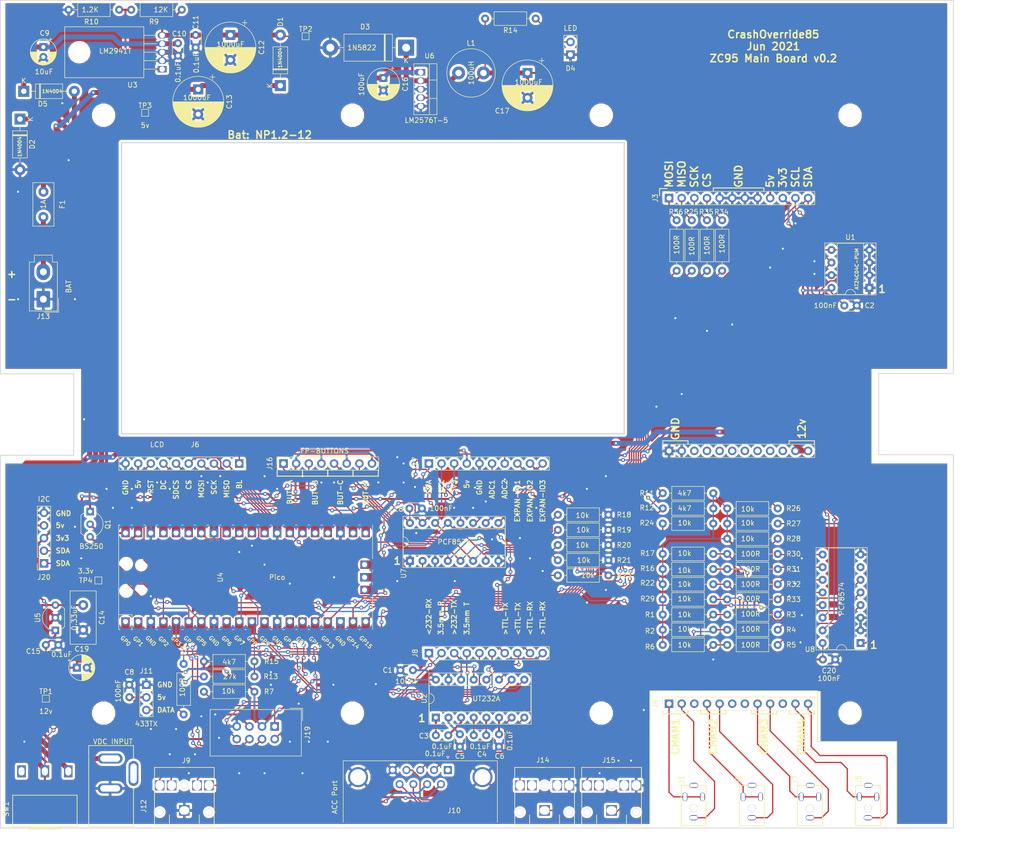
<source format=kicad_pcb>
(kicad_pcb (version 20171130) (host pcbnew 5.0.2+dfsg1-1)
  (layers (0 F.Cu signal) (31 B.Cu signal) (34 B.Paste user) (35 F.Paste user) (36 B.SilkS user) (37 F.SilkS user) (38 B.Mask user) (39 F.Mask user) (44 Edge.Cuts user))
  (net 0 "")
  (net 1 3v3)
  (net 2 GND)
  (net 3 "Net-(C3-Pad1)")
  (net 4 "Net-(C3-Pad2)")
  (net 5 "Net-(C4-Pad2)")
  (net 6 "Net-(C4-Pad1)")
  (net 7 "Net-(C5-Pad2)")
  (net 8 "Net-(C6-Pad2)")
  (net 9 5v)
  (net 10 "Net-(C10-Pad1)")
  (net 11 "Net-(C11-Pad1)")
  (net 12 "Net-(C13-Pad1)")
  (net 13 12v)
  (net 14 "Net-(D3-Pad1)")
  (net 15 "Net-(D4-Pad2)")
  (net 16 "Net-(F1-Pad2)")
  (net 17 "Net-(J1-PadT)")
  (net 18 "Net-(J1-PadS)")
  (net 19 "Net-(J2-PadS)")
  (net 20 "Net-(J2-PadT)")
  (net 21 SCL)
  (net 22 SDA)
  (net 23 "Net-(J4-Pad8)")
  (net 24 LCD-LITE)
  (net 25 SPI-MISO)
  (net 26 SPI-SCK)
  (net 27 SPI-MOSI)
  (net 28 SPI-CS-LCD)
  (net 29 SPI-CS-SD)
  (net 30 SPI-DC)
  (net 31 LCD-RST)
  (net 32 232-RX)
  (net 33 232-TX)
  (net 34 "Net-(J11-Pad3)")
  (net 35 "Net-(J14-PadR)")
  (net 36 "Net-(J14-PadS)")
  (net 37 "Net-(J15-PadS)")
  (net 38 "Net-(J15-PadR)")
  (net 39 "Net-(J16-Pad1)")
  (net 40 "Net-(J16-Pad3)")
  (net 41 "Net-(J16-Pad5)")
  (net 42 "Net-(J16-Pad7)")
  (net 43 "Net-(Q1-Pad3)")
  (net 44 "Net-(Q1-Pad2)")
  (net 45 ACC-IO-1)
  (net 46 ACC-IO-2)
  (net 47 ACC-IO-3)
  (net 48 LED-DATA)
  (net 49 433TX)
  (net 50 "Net-(R10-Pad1)")
  (net 51 BAT-MON)
  (net 52 "Net-(R23-Pad1)")
  (net 53 IO-EXP1-INT)
  (net 54 "Net-(R27-Pad1)")
  (net 55 IO-EXP2-INT)
  (net 56 "Net-(R30-Pad2)")
  (net 57 "Net-(R31-Pad2)")
  (net 58 "Net-(R32-Pad2)")
  (net 59 "Net-(R33-Pad2)")
  (net 60 "Net-(U4-Pad30)")
  (net 61 "Net-(U4-Pad35)")
  (net 62 "Net-(U4-Pad37)")
  (net 63 "Net-(D5-Pad2)")
  (net 64 "Net-(J10-Pad4)")
  (net 65 "Net-(J10-Pad8)")
  (net 66 "Net-(J10-Pad9)")
  (net 67 OUTPUT-MOSI)
  (net 68 OUTPUT-MISO)
  (net 69 OUTPUT-SCK)
  (net 70 OUTPUT-CS)
  (net 71 "Net-(J4-Pad12)")
  (net 72 "Net-(J4-Pad11)")
  (net 73 "Net-(J4-Pad9)")
  (net 74 3.5-232-RX)
  (net 75 FP_INT1)
  (net 76 FP_INT2)
  (net 77 "Net-(R25-Pad2)")
  (net 78 "Net-(R34-Pad2)")
  (net 79 "Net-(R35-Pad2)")
  (net 80 "Net-(R36-Pad2)")
  (net 81 MCU-UART1-RX)
  (net 82 MCU-UART1-TX)
  (net 83 TTL-SER-0-TX)
  (net 84 TTL-SER-0-RX)
  (net 85 3.5-232-TX)
  (net 86 MCU-UART0-TX)
  (net 87 MCU-UART0-RX)
  (net 88 ADC1)
  (net 89 ADC2)
  (net 90 "Net-(U4-Pad36)")
  (net 91 "Net-(U4-Pad41)")
  (net 92 "Net-(U4-Pad42)")
  (net 93 "Net-(U4-Pad43)")
  (net 94 EXPAN_IO3)
  (net 95 EXPAN_IO2)
  (net 96 EXPAN_IO1)
  (net 97 "Net-(J8-Pad2)")
  (net 98 "Net-(J8-Pad4)")
  (net 99 "Net-(J8-Pad5)")
  (net 100 "Net-(J8-Pad6)")
  (module ProjLib:PJ-3062-CO (layer F.Cu) (at 140.462 182.88 180)
    (fp_text reference J15 (at 2.7 14.06 180) (layer F.SilkS))
    (fp_text value TRG2)
    (pad RN thru_hole rect (at 4.7 9 90) (size 2 1.9) (drill oval 2 1.7) (layers *.Cu *.Mask))
    (pad R thru_hole rect (at 7.1 9 90) (size 2 1.9) (drill oval 2 1.7) (layers *.Cu *.Mask) (net 38 "Net-(J15-PadR)"))
    (pad "" thru_hole circle (at -2.8 3.6 180) (size 1.4 1.4) (drill 1.4) (layers *.Cu *.Mask))
    (pad "" thru_hole circle (at 7.1 3.6 180) (size 1.4 1.4) (drill 1.4) (layers *.Cu *.Mask))
    (pad S thru_hole rect (at 2.15 3.95 180) (size 2.1 2.1) (drill oval 2 1.7) (layers *.Cu *.Mask) (net 37 "Net-(J15-PadS)"))
    (pad TN thru_hole rect (at -0.4 9 90) (size 2 1.9) (drill oval 2 1.7) (layers *.Cu *.Mask))
    (pad "" thru_hole circle (at 2.15 9 180) (size 1.4 1.4) (drill 1.4) (layers *.Cu *.Mask))
    (pad T thru_hole rect (at -2.8 9 90) (size 2 1.9) (drill oval 2 1.7) (layers *.Cu *.Mask) (net 2 GND))
  )
  (module ProjLib:PJ-3062-CO (layer F.Cu) (at 127 182.88 180)
    (fp_text reference J14 (at 2.5 14.08 180) (layer F.SilkS))
    (fp_text value TRG1)
    (pad RN thru_hole rect (at 4.7 9 90) (size 2 1.9) (drill oval 2 1.7) (layers *.Cu *.Mask))
    (pad R thru_hole rect (at 7.1 9 90) (size 2 1.9) (drill oval 2 1.7) (layers *.Cu *.Mask) (net 35 "Net-(J14-PadR)"))
    (pad "" thru_hole circle (at -2.8 3.6 180) (size 1.4 1.4) (drill 1.4) (layers *.Cu *.Mask))
    (pad "" thru_hole circle (at 7.1 3.6 180) (size 1.4 1.4) (drill 1.4) (layers *.Cu *.Mask))
    (pad S thru_hole rect (at 2.15 3.95 180) (size 2.1 2.1) (drill oval 2 1.7) (layers *.Cu *.Mask) (net 36 "Net-(J14-PadS)"))
    (pad TN thru_hole rect (at -0.4 9 90) (size 2 1.9) (drill oval 2 1.7) (layers *.Cu *.Mask))
    (pad "" thru_hole circle (at 2.15 9 180) (size 1.4 1.4) (drill 1.4) (layers *.Cu *.Mask))
    (pad T thru_hole rect (at -2.8 9 90) (size 2 1.9) (drill oval 2 1.7) (layers *.Cu *.Mask) (net 2 GND))
  )
  (module ProjLib:PJ-3062-CO (layer F.Cu) (at 54.61 182.88 180)
    (fp_text reference J9 (at 1.778 13.97 180) (layer F.SilkS))
    (fp_text value AudioJack3_SwitchTR hide)
    (pad RN thru_hole rect (at 4.7 9 90) (size 2 1.9) (drill oval 2 1.7) (layers *.Cu *.Mask) (net 99 "Net-(J8-Pad5)"))
    (pad R thru_hole rect (at 7.1 9 90) (size 2 1.9) (drill oval 2 1.7) (layers *.Cu *.Mask) (net 97 "Net-(J8-Pad2)"))
    (pad "" thru_hole circle (at -2.8 3.6 180) (size 1.4 1.4) (drill 1.4) (layers *.Cu *.Mask))
    (pad "" thru_hole circle (at 7.1 3.6 180) (size 1.4 1.4) (drill 1.4) (layers *.Cu *.Mask))
    (pad S thru_hole rect (at 2.15 3.95 180) (size 2.1 2.1) (drill oval 2 1.7) (layers *.Cu *.Mask) (net 2 GND))
    (pad TN thru_hole rect (at -0.4 9 90) (size 2 1.9) (drill oval 2 1.7) (layers *.Cu *.Mask) (net 100 "Net-(J8-Pad6)"))
    (pad "" thru_hole circle (at 2.15 9 180) (size 1.4 1.4) (drill 1.4) (layers *.Cu *.Mask))
    (pad T thru_hole rect (at -2.8 9 90) (size 2 1.9) (drill oval 2 1.7) (layers *.Cu *.Mask) (net 98 "Net-(J8-Pad4)"))
  )
  (module Diode_THT:D_DO-41_SOD81_P10.16mm_Horizontal (layer F.Cu) (at 71.755 33.274 90)
    (fp_text reference D1 (at 12.827 0 90) (layer F.SilkS))
    (fp_text value 1N4004 (at 5.57276 -0.04572 90) (layer F.SilkS) (effects (font (size 0.7 0.7))))
    (fp_text user K (at 0 -2.1 90) (layer F.SilkS))
    (pad 2 thru_hole oval (at 10.16 0 90) (size 2.2 2.2) (drill 1.1) (layers *.Cu *.Mask) (net 11 "Net-(C11-Pad1)"))
    (pad 1 thru_hole rect (at 0 0 90) (size 2.2 2.2) (drill 1.1) (layers *.Cu *.Mask) (net 12 "Net-(C13-Pad1)"))
  )
  (module MCU_RaspberryPi_and_Boards:RPi_Pico_SMD_TH (layer F.Cu) (at 64.77 132.08 90)
    (fp_text reference U4 (at 0 -5.08 90) (layer F.SilkS))
    (fp_text value Pico (at 0 6.35 180) (layer F.SilkS))
    (fp_text user GP1 (at -12.9 -21.6 135) (layer F.SilkS) (effects (font (size 0.8 0.8))))
    (fp_text user GP2 (at -12.9 -16.51 135) (layer F.SilkS) (effects (font (size 0.8 0.8))))
    (fp_text user GP0 (at -12.8 -24.13 135) (layer F.SilkS) (effects (font (size 0.8 0.8))))
    (fp_text user GP3 (at -12.8 -13.97 135) (layer F.SilkS) (effects (font (size 0.8 0.8))))
    (fp_text user GP4 (at -12.8 -11.43 135) (layer F.SilkS) (effects (font (size 0.8 0.8))))
    (fp_text user GP5 (at -12.8 -8.89 135) (layer F.SilkS) (effects (font (size 0.8 0.8))))
    (fp_text user GP6 (at -12.8 -3.81 135) (layer F.SilkS) (effects (font (size 0.8 0.8))))
    (fp_text user GP7 (at -12.7 -1.3 135) (layer F.SilkS) (effects (font (size 0.8 0.8))))
    (fp_text user GP8 (at -12.8 1.27 135) (layer F.SilkS) (effects (font (size 0.8 0.8))))
    (fp_text user GP9 (at -12.8 3.81 135) (layer F.SilkS) (effects (font (size 0.8 0.8))))
    (fp_text user GP10 (at -13.054 8.89 135) (layer F.SilkS) (effects (font (size 0.8 0.8))))
    (fp_text user GP11 (at -13.2 11.43 135) (layer F.SilkS) (effects (font (size 0.8 0.8))))
    (fp_text user GP12 (at -13.2 13.97 135) (layer F.SilkS) (effects (font (size 0.8 0.8))))
    (fp_text user GP13 (at -13.054 16.51 135) (layer F.SilkS) (effects (font (size 0.8 0.8))))
    (fp_text user GP14 (at -13.1 21.59 135) (layer F.SilkS) (effects (font (size 0.8 0.8))))
    (fp_text user GP15 (at -13.054 24.13 135) (layer F.SilkS) (effects (font (size 0.8 0.8))))
    (fp_text user GND (at -12.8 -19.05 135) (layer F.SilkS) (effects (font (size 0.8 0.8))))
    (fp_text user GND (at -12.8 -6.35 135) (layer F.SilkS) (effects (font (size 0.8 0.8))))
    (fp_text user GND (at -12.8 6.35 135) (layer F.SilkS) (effects (font (size 0.8 0.8))))
    (fp_text user GND (at -12.8 19.05 135) (layer F.SilkS) (effects (font (size 0.8 0.8))))
    (pad 1 thru_hole oval (at -8.89 -24.13 90) (size 1.7 1.7) (drill 1.02) (layers *.Cu *.Mask) (net 86 MCU-UART0-TX))
    (pad 2 thru_hole oval (at -8.89 -21.59 90) (size 1.7 1.7) (drill 1.02) (layers *.Cu *.Mask) (net 87 MCU-UART0-RX))
    (pad 3 thru_hole rect (at -8.89 -19.05 90) (size 1.7 1.7) (drill 1.02) (layers *.Cu *.Mask) (net 2 GND))
    (pad 4 thru_hole oval (at -8.89 -16.51 90) (size 1.7 1.7) (drill 1.02) (layers *.Cu *.Mask) (net 31 LCD-RST))
    (pad 5 thru_hole oval (at -8.89 -13.97 90) (size 1.7 1.7) (drill 1.02) (layers *.Cu *.Mask) (net 49 433TX))
    (pad 6 thru_hole oval (at -8.89 -11.43 90) (size 1.7 1.7) (drill 1.02) (layers *.Cu *.Mask) (net 22 SDA))
    (pad 7 thru_hole oval (at -8.89 -8.89 90) (size 1.7 1.7) (drill 1.02) (layers *.Cu *.Mask) (net 21 SCL))
    (pad 8 thru_hole rect (at -8.89 -6.35 90) (size 1.7 1.7) (drill 1.02) (layers *.Cu *.Mask) (net 2 GND))
    (pad 9 thru_hole oval (at -8.89 -3.81 90) (size 1.7 1.7) (drill 1.02) (layers *.Cu *.Mask) (net 76 FP_INT2))
    (pad 10 thru_hole oval (at -8.89 -1.27 90) (size 1.7 1.7) (drill 1.02) (layers *.Cu *.Mask) (net 53 IO-EXP1-INT))
    (pad 11 thru_hole oval (at -8.89 1.27 90) (size 1.7 1.7) (drill 1.02) (layers *.Cu *.Mask) (net 82 MCU-UART1-TX))
    (pad 12 thru_hole oval (at -8.89 3.81 90) (size 1.7 1.7) (drill 1.02) (layers *.Cu *.Mask) (net 81 MCU-UART1-RX))
    (pad 13 thru_hole rect (at -8.89 6.35 90) (size 1.7 1.7) (drill 1.02) (layers *.Cu *.Mask) (net 2 GND))
    (pad 14 thru_hole oval (at -8.89 8.89 90) (size 1.7 1.7) (drill 1.02) (layers *.Cu *.Mask) (net 48 LED-DATA))
    (pad 15 thru_hole oval (at -8.89 11.43 90) (size 1.7 1.7) (drill 1.02) (layers *.Cu *.Mask) (net 75 FP_INT1))
    (pad 16 thru_hole oval (at -8.89 13.97 90) (size 1.7 1.7) (drill 1.02) (layers *.Cu *.Mask) (net 77 "Net-(R25-Pad2)"))
    (pad 17 thru_hole oval (at -8.89 16.51 90) (size 1.7 1.7) (drill 1.02) (layers *.Cu *.Mask) (net 78 "Net-(R34-Pad2)"))
    (pad 18 thru_hole rect (at -8.89 19.05 90) (size 1.7 1.7) (drill 1.02) (layers *.Cu *.Mask) (net 2 GND))
    (pad 19 thru_hole oval (at -8.89 21.59 90) (size 1.7 1.7) (drill 1.02) (layers *.Cu *.Mask) (net 79 "Net-(R35-Pad2)"))
    (pad 20 thru_hole oval (at -8.89 24.13 90) (size 1.7 1.7) (drill 1.02) (layers *.Cu *.Mask) (net 80 "Net-(R36-Pad2)"))
    (pad 21 thru_hole oval (at 8.89 24.13 90) (size 1.7 1.7) (drill 1.02) (layers *.Cu *.Mask) (net 25 SPI-MISO))
    (pad 22 thru_hole oval (at 8.89 21.59 90) (size 1.7 1.7) (drill 1.02) (layers *.Cu *.Mask) (net 28 SPI-CS-LCD))
    (pad 23 thru_hole rect (at 8.89 19.05 90) (size 1.7 1.7) (drill 1.02) (layers *.Cu *.Mask) (net 2 GND))
    (pad 24 thru_hole oval (at 8.89 16.51 90) (size 1.7 1.7) (drill 1.02) (layers *.Cu *.Mask) (net 26 SPI-SCK))
    (pad 25 thru_hole oval (at 8.89 13.97 90) (size 1.7 1.7) (drill 1.02) (layers *.Cu *.Mask) (net 27 SPI-MOSI))
    (pad 26 thru_hole oval (at 8.89 11.43 90) (size 1.7 1.7) (drill 1.02) (layers *.Cu *.Mask) (net 30 SPI-DC))
    (pad 27 thru_hole oval (at 8.89 8.89 90) (size 1.7 1.7) (drill 1.02) (layers *.Cu *.Mask) (net 55 IO-EXP2-INT))
    (pad 28 thru_hole rect (at 8.89 6.35 90) (size 1.7 1.7) (drill 1.02) (layers *.Cu *.Mask) (net 2 GND))
    (pad 29 thru_hole oval (at 8.89 3.81 90) (size 1.7 1.7) (drill 1.02) (layers *.Cu *.Mask) (net 29 SPI-CS-SD))
    (pad 30 thru_hole oval (at 8.89 1.27 90) (size 1.7 1.7) (drill 1.02) (layers *.Cu *.Mask) (net 60 "Net-(U4-Pad30)"))
    (pad 31 thru_hole oval (at 8.89 -1.27 90) (size 1.7 1.7) (drill 1.02) (layers *.Cu *.Mask) (net 51 BAT-MON))
    (pad 32 thru_hole oval (at 8.89 -3.81 90) (size 1.7 1.7) (drill 1.02) (layers *.Cu *.Mask) (net 88 ADC1))
    (pad 33 thru_hole rect (at 8.89 -6.35 90) (size 1.7 1.7) (drill 1.02) (layers *.Cu *.Mask) (net 2 GND))
    (pad 34 thru_hole oval (at 8.89 -8.89 90) (size 1.7 1.7) (drill 1.02) (layers *.Cu *.Mask) (net 89 ADC2))
    (pad 35 thru_hole oval (at 8.89 -11.43 90) (size 1.7 1.7) (drill 1.02) (layers *.Cu *.Mask) (net 61 "Net-(U4-Pad35)"))
    (pad 36 thru_hole oval (at 8.89 -13.97 90) (size 1.7 1.7) (drill 1.02) (layers *.Cu *.Mask) (net 90 "Net-(U4-Pad36)"))
    (pad 37 thru_hole oval (at 8.89 -16.51 90) (size 1.7 1.7) (drill 1.02) (layers *.Cu *.Mask) (net 62 "Net-(U4-Pad37)"))
    (pad 38 thru_hole rect (at 8.89 -19.05 90) (size 1.7 1.7) (drill 1.02) (layers *.Cu *.Mask) (net 2 GND))
    (pad 39 thru_hole oval (at 8.89 -21.59 90) (size 1.7 1.7) (drill 1.02) (layers *.Cu *.Mask) (net 43 "Net-(Q1-Pad3)"))
    (pad 40 thru_hole oval (at 8.89 -24.13 90) (size 1.7 1.7) (drill 1.02) (layers *.Cu *.Mask) (net 44 "Net-(Q1-Pad2)"))
    (pad 1 smd rect (at -8.89 -24.13 90) (size 3.5 1.7) (drill (offset -0.9 0)) (layers F.Cu F.Mask) (net 86 MCU-UART0-TX))
    (pad 2 smd rect (at -8.89 -21.59 90) (size 3.5 1.7) (drill (offset -0.9 0)) (layers F.Cu F.Mask) (net 87 MCU-UART0-RX))
    (pad 3 smd rect (at -8.89 -19.05 90) (size 3.5 1.7) (drill (offset -0.9 0)) (layers F.Cu F.Mask) (net 2 GND))
    (pad 4 smd rect (at -8.89 -16.51 90) (size 3.5 1.7) (drill (offset -0.9 0)) (layers F.Cu F.Mask) (net 31 LCD-RST))
    (pad 5 smd rect (at -8.89 -13.97 90) (size 3.5 1.7) (drill (offset -0.9 0)) (layers F.Cu F.Mask) (net 49 433TX))
    (pad 6 smd rect (at -8.89 -11.43 90) (size 3.5 1.7) (drill (offset -0.9 0)) (layers F.Cu F.Mask) (net 22 SDA))
    (pad 7 smd rect (at -8.89 -8.89 90) (size 3.5 1.7) (drill (offset -0.9 0)) (layers F.Cu F.Mask) (net 21 SCL))
    (pad 8 smd rect (at -8.89 -6.35 90) (size 3.5 1.7) (drill (offset -0.9 0)) (layers F.Cu F.Mask) (net 2 GND))
    (pad 9 smd rect (at -8.89 -3.81 90) (size 3.5 1.7) (drill (offset -0.9 0)) (layers F.Cu F.Mask) (net 76 FP_INT2))
    (pad 10 smd rect (at -8.89 -1.27 90) (size 3.5 1.7) (drill (offset -0.9 0)) (layers F.Cu F.Mask) (net 53 IO-EXP1-INT))
    (pad 11 smd rect (at -8.89 1.27 90) (size 3.5 1.7) (drill (offset -0.9 0)) (layers F.Cu F.Mask) (net 82 MCU-UART1-TX))
    (pad 12 smd rect (at -8.89 3.81 90) (size 3.5 1.7) (drill (offset -0.9 0)) (layers F.Cu F.Mask) (net 81 MCU-UART1-RX))
    (pad 13 smd rect (at -8.89 6.35 90) (size 3.5 1.7) (drill (offset -0.9 0)) (layers F.Cu F.Mask) (net 2 GND))
    (pad 14 smd rect (at -8.89 8.89 90) (size 3.5 1.7) (drill (offset -0.9 0)) (layers F.Cu F.Mask) (net 48 LED-DATA))
    (pad 15 smd rect (at -8.89 11.43 90) (size 3.5 1.7) (drill (offset -0.9 0)) (layers F.Cu F.Mask) (net 75 FP_INT1))
    (pad 16 smd rect (at -8.89 13.97 90) (size 3.5 1.7) (drill (offset -0.9 0)) (layers F.Cu F.Mask) (net 77 "Net-(R25-Pad2)"))
    (pad 17 smd rect (at -8.89 16.51 90) (size 3.5 1.7) (drill (offset -0.9 0)) (layers F.Cu F.Mask) (net 78 "Net-(R34-Pad2)"))
    (pad 18 smd rect (at -8.89 19.05 90) (size 3.5 1.7) (drill (offset -0.9 0)) (layers F.Cu F.Mask) (net 2 GND))
    (pad 19 smd rect (at -8.89 21.59 90) (size 3.5 1.7) (drill (offset -0.9 0)) (layers F.Cu F.Mask) (net 79 "Net-(R35-Pad2)"))
    (pad 20 smd rect (at -8.89 24.13 90) (size 3.5 1.7) (drill (offset -0.9 0)) (layers F.Cu F.Mask) (net 80 "Net-(R36-Pad2)"))
    (pad 40 smd rect (at 8.89 -24.13 90) (size 3.5 1.7) (drill (offset 0.9 0)) (layers F.Cu F.Mask) (net 44 "Net-(Q1-Pad2)"))
    (pad 39 smd rect (at 8.89 -21.59 90) (size 3.5 1.7) (drill (offset 0.9 0)) (layers F.Cu F.Mask) (net 43 "Net-(Q1-Pad3)"))
    (pad 38 smd rect (at 8.89 -19.05 90) (size 3.5 1.7) (drill (offset 0.9 0)) (layers F.Cu F.Mask) (net 2 GND))
    (pad 37 smd rect (at 8.89 -16.51 90) (size 3.5 1.7) (drill (offset 0.9 0)) (layers F.Cu F.Mask) (net 62 "Net-(U4-Pad37)"))
    (pad 36 smd rect (at 8.89 -13.97 90) (size 3.5 1.7) (drill (offset 0.9 0)) (layers F.Cu F.Mask) (net 90 "Net-(U4-Pad36)"))
    (pad 35 smd rect (at 8.89 -11.43 90) (size 3.5 1.7) (drill (offset 0.9 0)) (layers F.Cu F.Mask) (net 61 "Net-(U4-Pad35)"))
    (pad 34 smd rect (at 8.89 -8.89 90) (size 3.5 1.7) (drill (offset 0.9 0)) (layers F.Cu F.Mask) (net 89 ADC2))
    (pad 33 smd rect (at 8.89 -6.35 90) (size 3.5 1.7) (drill (offset 0.9 0)) (layers F.Cu F.Mask) (net 2 GND))
    (pad 32 smd rect (at 8.89 -3.81 90) (size 3.5 1.7) (drill (offset 0.9 0)) (layers F.Cu F.Mask) (net 88 ADC1))
    (pad 31 smd rect (at 8.89 -1.27 90) (size 3.5 1.7) (drill (offset 0.9 0)) (layers F.Cu F.Mask) (net 51 BAT-MON))
    (pad 30 smd rect (at 8.89 1.27 90) (size 3.5 1.7) (drill (offset 0.9 0)) (layers F.Cu F.Mask) (net 60 "Net-(U4-Pad30)"))
    (pad 29 smd rect (at 8.89 3.81 90) (size 3.5 1.7) (drill (offset 0.9 0)) (layers F.Cu F.Mask) (net 29 SPI-CS-SD))
    (pad 28 smd rect (at 8.89 6.35 90) (size 3.5 1.7) (drill (offset 0.9 0)) (layers F.Cu F.Mask) (net 2 GND))
    (pad 27 smd rect (at 8.89 8.89 90) (size 3.5 1.7) (drill (offset 0.9 0)) (layers F.Cu F.Mask) (net 55 IO-EXP2-INT))
    (pad 26 smd rect (at 8.89 11.43 90) (size 3.5 1.7) (drill (offset 0.9 0)) (layers F.Cu F.Mask) (net 30 SPI-DC))
    (pad 25 smd rect (at 8.89 13.97 90) (size 3.5 1.7) (drill (offset 0.9 0)) (layers F.Cu F.Mask) (net 27 SPI-MOSI))
    (pad 24 smd rect (at 8.89 16.51 90) (size 3.5 1.7) (drill (offset 0.9 0)) (layers F.Cu F.Mask) (net 26 SPI-SCK))
    (pad 23 smd rect (at 8.89 19.05 90) (size 3.5 1.7) (drill (offset 0.9 0)) (layers F.Cu F.Mask) (net 2 GND))
    (pad 22 smd rect (at 8.89 21.59 90) (size 3.5 1.7) (drill (offset 0.9 0)) (layers F.Cu F.Mask) (net 28 SPI-CS-LCD))
    (pad 21 smd rect (at 8.89 24.13 90) (size 3.5 1.7) (drill (offset 0.9 0)) (layers F.Cu F.Mask) (net 25 SPI-MISO))
    (pad "" np_thru_hole oval (at -2.725 -24 90) (size 1.8 1.8) (drill 1.8) (layers *.Cu *.Mask))
    (pad "" np_thru_hole oval (at 2.725 -24 90) (size 1.8 1.8) (drill 1.8) (layers *.Cu *.Mask))
    (pad "" np_thru_hole oval (at -2.425 -20.97 90) (size 1.5 1.5) (drill 1.5) (layers *.Cu *.Mask))
    (pad "" np_thru_hole oval (at 2.425 -20.97 90) (size 1.5 1.5) (drill 1.5) (layers *.Cu *.Mask))
    (pad 41 smd rect (at -2.54 23.9 180) (size 3.5 1.7) (drill (offset -0.9 0)) (layers F.Cu F.Mask) (net 91 "Net-(U4-Pad41)"))
    (pad 41 thru_hole oval (at -2.54 23.9 90) (size 1.7 1.7) (drill 1.02) (layers *.Cu *.Mask) (net 91 "Net-(U4-Pad41)"))
    (pad 42 smd rect (at 0 23.9 180) (size 3.5 1.7) (drill (offset -0.9 0)) (layers F.Cu F.Mask) (net 92 "Net-(U4-Pad42)"))
    (pad 42 thru_hole rect (at 0 23.9 90) (size 1.7 1.7) (drill 1.02) (layers *.Cu *.Mask) (net 92 "Net-(U4-Pad42)"))
    (pad 43 smd rect (at 2.54 23.9 180) (size 3.5 1.7) (drill (offset -0.9 0)) (layers F.Cu F.Mask) (net 93 "Net-(U4-Pad43)"))
    (pad 43 thru_hole oval (at 2.54 23.9 90) (size 1.7 1.7) (drill 1.02) (layers *.Cu *.Mask) (net 93 "Net-(U4-Pad43)"))
  )
  (module ProjLib:PJ-2100B-4A (layer F.Cu) (at 186.69 177.094999 90)
    (fp_text reference J5 (at 4.374999 1.27 90) (layer F.SilkS))
    (fp_text value CHAN4)
    (pad "" thru_hole circle (at -1.4 3.15 270) (size 1.55 1.55) (drill 1.55) (layers *.Cu *.Mask))
    (pad T thru_hole oval (at 0.9 4.9 270) (size 1.7 1) (drill oval 1.6 0.7) (layers *.Cu *.Mask) (net 72 "Net-(J4-Pad11)"))
    (pad T thru_hole oval (at 0.9 1.4 270) (size 1.7 1) (drill oval 1.6 0.7) (layers *.Cu *.Mask) (net 72 "Net-(J4-Pad11)"))
    (pad R thru_hole oval (at 3.2 3.2 180) (size 1.7 1) (drill oval 1.6 0.7) (layers *.Cu *.Mask))
    (pad S thru_hole oval (at -3.3 3.15 180) (size 1.7 1) (drill oval 1.6 0.7) (layers *.Cu *.Mask) (net 71 "Net-(J4-Pad12)"))
  )
  (module ProjLib:PJ-2100B-4A (layer F.Cu) (at 175.026666 177.094999 90)
    (fp_text reference J7 (at 4.374999 0.233334 90) (layer F.SilkS))
    (fp_text value CHAN3)
    (pad "" thru_hole circle (at -1.4 3.15 270) (size 1.55 1.55) (drill 1.55) (layers *.Cu *.Mask))
    (pad T thru_hole oval (at 0.9 4.9 270) (size 1.7 1) (drill oval 1.6 0.7) (layers *.Cu *.Mask) (net 23 "Net-(J4-Pad8)"))
    (pad T thru_hole oval (at 0.9 1.4 270) (size 1.7 1) (drill oval 1.6 0.7) (layers *.Cu *.Mask) (net 23 "Net-(J4-Pad8)"))
    (pad R thru_hole oval (at 3.2 3.2 180) (size 1.7 1) (drill oval 1.6 0.7) (layers *.Cu *.Mask))
    (pad S thru_hole oval (at -3.3 3.15 180) (size 1.7 1) (drill oval 1.6 0.7) (layers *.Cu *.Mask) (net 73 "Net-(J4-Pad9)"))
  )
  (module ProjLib:PJ-2100B-4A (layer F.Cu) (at 163.343333 177.094999 90)
    (fp_text reference J2 (at 4.374999 0.486667 90) (layer F.SilkS))
    (fp_text value CHAN2)
    (pad "" thru_hole circle (at -1.4 3.15 270) (size 1.55 1.55) (drill 1.55) (layers *.Cu *.Mask))
    (pad T thru_hole oval (at 0.9 4.9 270) (size 1.7 1) (drill oval 1.6 0.7) (layers *.Cu *.Mask) (net 20 "Net-(J2-PadT)"))
    (pad T thru_hole oval (at 0.9 1.4 270) (size 1.7 1) (drill oval 1.6 0.7) (layers *.Cu *.Mask) (net 20 "Net-(J2-PadT)"))
    (pad R thru_hole oval (at 3.2 3.2 180) (size 1.7 1) (drill oval 1.6 0.7) (layers *.Cu *.Mask))
    (pad S thru_hole oval (at -3.3 3.15 180) (size 1.7 1) (drill oval 1.6 0.7) (layers *.Cu *.Mask) (net 19 "Net-(J2-PadS)"))
  )
  (module ProjLib:PJ-2100B-4A (layer F.Cu) (at 151.66 177.094999 90)
    (fp_text reference J1 (at 4.374999 0.74 90) (layer F.SilkS))
    (fp_text value CHAN1)
    (pad "" thru_hole circle (at -1.4 3.15 270) (size 1.55 1.55) (drill 1.55) (layers *.Cu *.Mask))
    (pad T thru_hole oval (at 0.9 4.9 270) (size 1.7 1) (drill oval 1.6 0.7) (layers *.Cu *.Mask) (net 17 "Net-(J1-PadT)"))
    (pad T thru_hole oval (at 0.9 1.4 270) (size 1.7 1) (drill oval 1.6 0.7) (layers *.Cu *.Mask) (net 17 "Net-(J1-PadT)"))
    (pad R thru_hole oval (at 3.2 3.2 180) (size 1.7 1) (drill oval 1.6 0.7) (layers *.Cu *.Mask))
    (pad S thru_hole oval (at -3.3 3.15 180) (size 1.7 1) (drill oval 1.6 0.7) (layers *.Cu *.Mask) (net 18 "Net-(J1-PadS)"))
  )
  (module Connector_Dsub:DSUB-9_Female_Horizontal_P2.77x2.84mm_EdgePinOffset7.70mm_Housed_MountingHolesOffset9.12mm (layer F.Cu) (at 105.41 170.815)
    (fp_text reference J10 (at 1.27 8.128) (layer F.SilkS))
    (fp_text value "ACC Port" (at -22.733 5.461 90) (layer F.SilkS))
    (pad 1 thru_hole rect (at 0 0) (size 1.6 1.6) (drill 1) (layers *.Cu *.Mask))
    (pad 2 thru_hole circle (at -2.77 0) (size 1.6 1.6) (drill 1) (layers *.Cu *.Mask) (net 32 232-RX))
    (pad 3 thru_hole circle (at -5.54 0) (size 1.6 1.6) (drill 1) (layers *.Cu *.Mask) (net 33 232-TX))
    (pad 4 thru_hole circle (at -8.31 0) (size 1.6 1.6) (drill 1) (layers *.Cu *.Mask) (net 64 "Net-(J10-Pad4)"))
    (pad 5 thru_hole circle (at -11.08 0) (size 1.6 1.6) (drill 1) (layers *.Cu *.Mask) (net 2 GND))
    (pad 6 thru_hole circle (at -1.385 2.84) (size 1.6 1.6) (drill 1) (layers *.Cu *.Mask) (net 9 5v))
    (pad 7 thru_hole circle (at -4.155 2.84) (size 1.6 1.6) (drill 1) (layers *.Cu *.Mask) (net 13 12v))
    (pad 8 thru_hole circle (at -6.925 2.84) (size 1.6 1.6) (drill 1) (layers *.Cu *.Mask) (net 65 "Net-(J10-Pad8)"))
    (pad 9 thru_hole circle (at -9.695 2.84) (size 1.6 1.6) (drill 1) (layers *.Cu *.Mask) (net 66 "Net-(J10-Pad9)"))
    (pad 0 thru_hole circle (at -18.04 1.42) (size 4 4) (drill 3.2) (layers *.Cu *.Mask) (net 2 GND))
    (pad 0 thru_hole circle (at 6.96 1.42) (size 4 4) (drill 3.2) (layers *.Cu *.Mask) (net 2 GND))
  )
  (module Capacitor_THT:C_Disc_D10.5mm_W5.0mm_P5.00mm (layer F.Cu) (at 32.131 137.668 270)
    (fp_text reference C14 (at 2.5 -3.75 270) (layer F.SilkS))
    (fp_text value 0.33uF (at 2.54 1.778 270) (layer F.SilkS))
    (pad 1 thru_hole circle (at 0 0 270) (size 2 2) (drill 1) (layers *.Cu *.Mask) (net 9 5v))
    (pad 2 thru_hole circle (at 5 0 270) (size 2 2) (drill 1) (layers *.Cu *.Mask) (net 2 GND))
  )
  (module MountingHole:MountingHole_3.7mm (layer F.Cu) (at 136.24 39.23)
    (fp_text reference REF** hide)
    (fp_text value MountingHole_3.7mm hide)
    (pad 1 np_thru_hole circle (at 0 0) (size 3.7 3.7) (drill 3.7) (layers *.Cu *.Mask))
  )
  (module MountingHole:MountingHole_3.7mm (layer F.Cu) (at 36.24 39.23)
    (fp_text reference REF** hide)
    (fp_text value MountingHole_3.7mm hide)
    (pad 1 np_thru_hole circle (at 0 0) (size 3.7 3.7) (drill 3.7) (layers *.Cu *.Mask))
  )
  (module MountingHole:MountingHole_3.7mm (layer F.Cu) (at 86.24 39.23)
    (fp_text reference REF** hide)
    (fp_text value MountingHole_3.7mm hide)
    (pad 1 np_thru_hole circle (at 0 0) (size 3.7 3.7) (drill 3.7) (layers *.Cu *.Mask))
  )
  (module MountingHole:MountingHole_3.7mm (layer F.Cu) (at 186.24 39.23)
    (fp_text reference REF** hide)
    (fp_text value MountingHole_3.7mm hide)
    (pad 1 np_thru_hole circle (at 0 0) (size 3.7 3.7) (drill 3.7) (layers *.Cu *.Mask))
  )
  (module MountingHole:MountingHole_3.7mm (layer F.Cu) (at 186.24 159.37)
    (fp_text reference REF** hide)
    (fp_text value MountingHole_3.7mm hide)
    (pad 1 np_thru_hole circle (at 0 0) (size 3.7 3.7) (drill 3.7) (layers *.Cu *.Mask))
  )
  (module MountingHole:MountingHole_3.7mm (layer F.Cu) (at 136.24 159.37)
    (fp_text reference REF** hide)
    (fp_text value MountingHole_3.7mm hide)
    (pad 1 np_thru_hole circle (at 0 0) (size 3.7 3.7) (drill 3.7) (layers *.Cu *.Mask))
  )
  (module MountingHole:MountingHole_3.7mm (layer F.Cu) (at 86.24 159.37)
    (fp_text reference REF** hide)
    (fp_text value MountingHole_3.7mm hide)
    (pad 1 np_thru_hole circle (at 0 0) (size 3.7 3.7) (drill 3.7) (layers *.Cu *.Mask))
  )
  (module Capacitor_THT:C_Disc_D3.0mm_W2.0mm_P2.50mm (layer F.Cu) (at 95.885 150.749)
    (fp_text reference C1 (at -2.58 0) (layer F.SilkS))
    (fp_text value 100nF (at 1.25 2.25) (layer F.SilkS))
    (pad 2 thru_hole circle (at 2.5 0) (size 1.6 1.6) (drill 0.8) (layers *.Cu *.Mask) (net 1 3v3))
    (pad 1 thru_hole circle (at 0 0) (size 1.6 1.6) (drill 0.8) (layers *.Cu *.Mask) (net 2 GND))
  )
  (module Capacitor_THT:C_Disc_D3.0mm_W2.0mm_P2.50mm (layer F.Cu) (at 187.579 77.47 180)
    (fp_text reference C2 (at -2.58 0 180) (layer F.SilkS))
    (fp_text value 100nF (at 6.31 0 180) (layer F.SilkS))
    (pad 1 thru_hole circle (at 0 0 180) (size 1.6 1.6) (drill 0.8) (layers *.Cu *.Mask) (net 2 GND))
    (pad 2 thru_hole circle (at 2.5 0 180) (size 1.6 1.6) (drill 0.8) (layers *.Cu *.Mask) (net 1 3v3))
  )
  (module Capacitor_THT:C_Disc_D3.0mm_W2.0mm_P2.50mm (layer F.Cu) (at 102.997 163.83)
    (fp_text reference C3 (at -2.413 0.127) (layer F.SilkS))
    (fp_text value 0.1uF (at 1.25 2.25) (layer F.SilkS))
    (pad 1 thru_hole circle (at 0 0) (size 1.6 1.6) (drill 0.8) (layers *.Cu *.Mask) (net 3 "Net-(C3-Pad1)"))
    (pad 2 thru_hole circle (at 2.5 0) (size 1.6 1.6) (drill 0.8) (layers *.Cu *.Mask) (net 4 "Net-(C3-Pad2)"))
  )
  (module Capacitor_THT:C_Disc_D3.0mm_W2.0mm_P2.50mm (layer F.Cu) (at 110.617 163.83)
    (fp_text reference C4 (at 1.651 3.81) (layer F.SilkS))
    (fp_text value 0.1uF (at 1.27 2.25) (layer F.SilkS))
    (pad 2 thru_hole circle (at 2.5 0) (size 1.6 1.6) (drill 0.8) (layers *.Cu *.Mask) (net 5 "Net-(C4-Pad2)"))
    (pad 1 thru_hole circle (at 0 0) (size 1.6 1.6) (drill 0.8) (layers *.Cu *.Mask) (net 6 "Net-(C4-Pad1)"))
  )
  (module Capacitor_THT:C_Disc_D3.0mm_W2.0mm_P2.50mm (layer F.Cu) (at 107.823 166.116 90)
    (fp_text reference C5 (at -1.905 0 180) (layer F.SilkS))
    (fp_text value 0.1uF (at -1.397 -4.953 180) (layer F.SilkS))
    (pad 2 thru_hole circle (at 2.5 0 90) (size 1.6 1.6) (drill 0.8) (layers *.Cu *.Mask) (net 7 "Net-(C5-Pad2)"))
    (pad 1 thru_hole circle (at 0 0 90) (size 1.6 1.6) (drill 0.8) (layers *.Cu *.Mask) (net 2 GND))
  )
  (module Capacitor_THT:C_Disc_D3.0mm_W2.0mm_P2.50mm (layer F.Cu) (at 115.697 166.116 90)
    (fp_text reference C6 (at -1.905 0.127 180) (layer F.SilkS))
    (fp_text value 0.1uF (at 1.27 2.159 90) (layer F.SilkS))
    (pad 1 thru_hole circle (at 0 0 90) (size 1.6 1.6) (drill 0.8) (layers *.Cu *.Mask) (net 2 GND))
    (pad 2 thru_hole circle (at 2.5 0 90) (size 1.6 1.6) (drill 0.8) (layers *.Cu *.Mask) (net 8 "Net-(C6-Pad2)"))
  )
  (module Capacitor_THT:C_Disc_D3.0mm_W2.0mm_P2.50mm (layer F.Cu) (at 41.402 153.67 270)
    (fp_text reference C8 (at -2.54 0) (layer F.SilkS))
    (fp_text value 100nF (at 1.25 2.25 90) (layer F.SilkS))
    (pad 1 thru_hole circle (at 0 0 270) (size 1.6 1.6) (drill 0.8) (layers *.Cu *.Mask) (net 2 GND))
    (pad 2 thru_hole circle (at 2.5 0 270) (size 1.6 1.6) (drill 0.8) (layers *.Cu *.Mask) (net 9 5v))
  )
  (module Capacitor_THT:C_Disc_D3.0mm_W2.0mm_P2.50mm (layer F.Cu) (at 51.181 24.765 270)
    (fp_text reference C10 (at -1.905 -0.254) (layer F.SilkS))
    (fp_text value 0.1uF (at 5.842 0 270) (layer F.SilkS))
    (pad 2 thru_hole circle (at 2.5 0 270) (size 1.6 1.6) (drill 0.8) (layers *.Cu *.Mask) (net 2 GND))
    (pad 1 thru_hole circle (at 0 0 270) (size 1.6 1.6) (drill 0.8) (layers *.Cu *.Mask) (net 10 "Net-(C10-Pad1)"))
  )
  (module Capacitor_THT:C_Disc_D3.0mm_W2.0mm_P2.50mm (layer F.Cu) (at 54.737 23.114 270)
    (fp_text reference C11 (at -2.54 0 270) (layer F.SilkS))
    (fp_text value 0.1uF (at 5.588 -0.127 270) (layer F.SilkS))
    (pad 1 thru_hole circle (at 0 0 270) (size 1.6 1.6) (drill 0.8) (layers *.Cu *.Mask) (net 11 "Net-(C11-Pad1)"))
    (pad 2 thru_hole circle (at 2.5 0 270) (size 1.6 1.6) (drill 0.8) (layers *.Cu *.Mask) (net 2 GND))
  )
  (module Capacitor_THT:CP_Radial_D10.0mm_P5.00mm (layer F.Cu) (at 61.722 23.114 270)
    (fp_text reference C12 (at 2.5 -6.25 270) (layer F.SilkS))
    (fp_text value 1000uF (at 1.88 -0.01) (layer F.SilkS))
    (pad 1 thru_hole rect (at 0 0 270) (size 2 2) (drill 1) (layers *.Cu *.Mask) (net 11 "Net-(C11-Pad1)"))
    (pad 2 thru_hole circle (at 5 0 270) (size 2 2) (drill 1) (layers *.Cu *.Mask) (net 2 GND))
  )
  (module Capacitor_THT:CP_Radial_D10.0mm_P5.00mm (layer F.Cu) (at 55.245 34.036 270)
    (fp_text reference C13 (at 2.5 -6.25 270) (layer F.SilkS))
    (fp_text value 1000uF (at 1.651 0.254) (layer F.SilkS))
    (pad 2 thru_hole circle (at 5 0 270) (size 2 2) (drill 1) (layers *.Cu *.Mask) (net 2 GND))
    (pad 1 thru_hole rect (at 0 0 270) (size 2 2) (drill 1) (layers *.Cu *.Mask) (net 12 "Net-(C13-Pad1)"))
  )
  (module Capacitor_THT:C_Disc_D3.0mm_W2.0mm_P2.50mm (layer F.Cu) (at 24.638 145.669)
    (fp_text reference C15 (at -2.54 1.27) (layer F.SilkS))
    (fp_text value 0.1uF (at 3.175 1.905) (layer F.SilkS))
    (pad 1 thru_hole circle (at 0 0) (size 1.6 1.6) (drill 0.8) (layers *.Cu *.Mask) (net 1 3v3))
    (pad 2 thru_hole circle (at 2.5 0) (size 1.6 1.6) (drill 0.8) (layers *.Cu *.Mask) (net 2 GND))
  )
  (module Capacitor_THT:CP_Radial_D10.0mm_P5.00mm (layer F.Cu) (at 121.412 30.734 270)
    (fp_text reference C17 (at 7.62 5.08) (layer F.SilkS))
    (fp_text value 1000uF (at 1.87 -0.22) (layer F.SilkS))
    (pad 1 thru_hole rect (at 0 0 270) (size 2 2) (drill 1) (layers *.Cu *.Mask) (net 9 5v))
    (pad 2 thru_hole circle (at 5 0 270) (size 2 2) (drill 1) (layers *.Cu *.Mask) (net 2 GND))
  )
  (module Capacitor_THT:C_Disc_D3.0mm_W2.0mm_P2.50mm (layer F.Cu) (at 100.203 118.237 180)
    (fp_text reference C18 (at 5.207 -0.127 180) (layer F.SilkS))
    (fp_text value 100nF (at -3.85 0 180) (layer F.SilkS))
    (pad 2 thru_hole circle (at 2.5 0 180) (size 1.6 1.6) (drill 0.8) (layers *.Cu *.Mask) (net 1 3v3))
    (pad 1 thru_hole circle (at 0 0 180) (size 1.6 1.6) (drill 0.8) (layers *.Cu *.Mask) (net 2 GND))
  )
  (module Capacitor_THT:C_Disc_D3.0mm_W2.0mm_P2.50mm (layer F.Cu) (at 183.261 148.59 180)
    (fp_text reference C20 (at 1.25 -2.25 180) (layer F.SilkS))
    (fp_text value 100nF (at 1.23 -3.81 180) (layer F.SilkS))
    (pad 2 thru_hole circle (at 2.5 0 180) (size 1.6 1.6) (drill 0.8) (layers *.Cu *.Mask) (net 1 3v3))
    (pad 1 thru_hole circle (at 0 0 180) (size 1.6 1.6) (drill 0.8) (layers *.Cu *.Mask) (net 2 GND))
  )
  (module Diode_THT:D_DO-41_SOD81_P10.16mm_Horizontal (layer F.Cu) (at 19.431 40.005 270)
    (fp_text reference D2 (at 5.08 -2.47 270) (layer F.SilkS))
    (fp_text value 1N4004 (at 5.57022 0.04826 270) (layer F.SilkS) (effects (font (size 0.7 0.7))))
    (fp_text user K (at 0 -2.1 270) (layer F.SilkS))
    (pad 1 thru_hole rect (at 0 0 270) (size 2.2 2.2) (drill 1.1) (layers *.Cu *.Mask) (net 12 "Net-(C13-Pad1)"))
    (pad 2 thru_hole oval (at 10.16 0 270) (size 2.2 2.2) (drill 1.1) (layers *.Cu *.Mask) (net 2 GND))
  )
  (module Diode_THT:D_DO-201AD_P15.24mm_Horizontal (layer F.Cu) (at 97.028 25.654 180)
    (fp_text reference D3 (at 8.255 4.191 180) (layer F.SilkS))
    (fp_text value 1N5822 (at 8.89 0 180) (layer F.SilkS))
    (fp_text user K (at 0 -2.6 180) (layer F.SilkS))
    (pad 1 thru_hole rect (at 0 0 180) (size 3.2 3.2) (drill 1.6) (layers *.Cu *.Mask) (net 14 "Net-(D3-Pad1)"))
    (pad 2 thru_hole oval (at 15.24 0 180) (size 3.2 3.2) (drill 1.6) (layers *.Cu *.Mask) (net 2 GND))
  )
  (module Connector_PinSocket_2.54mm:PinSocket_1x02_P2.54mm_Vertical (layer F.Cu) (at 130.048 27.051 180)
    (fp_text reference D4 (at 0 -2.77 180) (layer F.SilkS))
    (fp_text value LED (at 0 5.31 180) (layer F.SilkS))
    (pad 1 thru_hole rect (at 0 0 180) (size 1.7 1.7) (drill 1) (layers *.Cu *.Mask) (net 2 GND))
    (pad 2 thru_hole oval (at 0 2.54 180) (size 1.7 1.7) (drill 1) (layers *.Cu *.Mask) (net 15 "Net-(D4-Pad2)"))
  )
  (module Fuse:Fuse_Littelfuse_395Series (layer F.Cu) (at 24.14 54.61 270)
    (fp_text reference F1 (at 2.54 -3.8 270) (layer F.SilkS))
    (fp_text value 1A (at 2.54 0.01 270) (layer F.SilkS))
    (pad 1 thru_hole circle (at 0 0 270) (size 2 2) (drill 1) (layers *.Cu *.Mask) (net 12 "Net-(C13-Pad1)"))
    (pad 2 thru_hole circle (at 5.08 0.01 270) (size 2 2) (drill 1) (layers *.Cu *.Mask) (net 16 "Net-(F1-Pad2)"))
  )
  (module Connector_PinSocket_2.54mm:PinSocket_1x12_P2.54mm_Vertical (layer F.Cu) (at 149.86 55.88 90)
    (fp_text reference J3 (at 0 -2.77 90) (layer F.SilkS))
    (fp_text value OUTPUT_BOARD_IO hide)
    (pad 1 thru_hole rect (at 0 0 90) (size 1.7 1.7) (drill 1) (layers *.Cu *.Mask) (net 67 OUTPUT-MOSI))
    (pad 2 thru_hole oval (at 0 2.54 90) (size 1.7 1.7) (drill 1) (layers *.Cu *.Mask) (net 68 OUTPUT-MISO))
    (pad 3 thru_hole oval (at 0 5.08 90) (size 1.7 1.7) (drill 1) (layers *.Cu *.Mask) (net 69 OUTPUT-SCK))
    (pad 4 thru_hole oval (at 0 7.62 90) (size 1.7 1.7) (drill 1) (layers *.Cu *.Mask) (net 70 OUTPUT-CS))
    (pad 5 thru_hole oval (at 0 10.16 90) (size 1.7 1.7) (drill 1) (layers *.Cu *.Mask) (net 2 GND))
    (pad 6 thru_hole oval (at 0 12.7 90) (size 1.7 1.7) (drill 1) (layers *.Cu *.Mask) (net 2 GND))
    (pad 7 thru_hole oval (at 0 15.24 90) (size 1.7 1.7) (drill 1) (layers *.Cu *.Mask) (net 2 GND))
    (pad 8 thru_hole oval (at 0 17.78 90) (size 1.7 1.7) (drill 1) (layers *.Cu *.Mask) (net 2 GND))
    (pad 9 thru_hole oval (at 0 20.32 90) (size 1.7 1.7) (drill 1) (layers *.Cu *.Mask) (net 9 5v))
    (pad 10 thru_hole oval (at 0 22.86 90) (size 1.7 1.7) (drill 1) (layers *.Cu *.Mask) (net 1 3v3))
    (pad 11 thru_hole oval (at 0 25.4 90) (size 1.7 1.7) (drill 1) (layers *.Cu *.Mask) (net 21 SCL))
    (pad 12 thru_hole oval (at 0 27.94 90) (size 1.7 1.7) (drill 1) (layers *.Cu *.Mask) (net 22 SDA))
  )
  (module Connector_PinSocket_2.54mm:PinSocket_1x12_P2.54mm_Vertical (layer F.Cu) (at 149.86 157.48 90)
    (fp_text reference J4 (at 0 -2.77 90) (layer F.SilkS))
    (fp_text value OUTPUT_BOARD_FP hide)
    (pad 12 thru_hole oval (at 0 27.94 90) (size 1.7 1.7) (drill 1) (layers *.Cu *.Mask) (net 71 "Net-(J4-Pad12)"))
    (pad 11 thru_hole oval (at 0 25.4 90) (size 1.7 1.7) (drill 1) (layers *.Cu *.Mask) (net 72 "Net-(J4-Pad11)"))
    (pad 10 thru_hole oval (at 0 22.86 90) (size 1.7 1.7) (drill 1) (layers *.Cu *.Mask))
    (pad 9 thru_hole oval (at 0 20.32 90) (size 1.7 1.7) (drill 1) (layers *.Cu *.Mask) (net 73 "Net-(J4-Pad9)"))
    (pad 8 thru_hole oval (at 0 17.78 90) (size 1.7 1.7) (drill 1) (layers *.Cu *.Mask) (net 23 "Net-(J4-Pad8)"))
    (pad 7 thru_hole oval (at 0 15.24 90) (size 1.7 1.7) (drill 1) (layers *.Cu *.Mask))
    (pad 6 thru_hole oval (at 0 12.7 90) (size 1.7 1.7) (drill 1) (layers *.Cu *.Mask))
    (pad 5 thru_hole oval (at 0 10.16 90) (size 1.7 1.7) (drill 1) (layers *.Cu *.Mask) (net 19 "Net-(J2-PadS)"))
    (pad 4 thru_hole oval (at 0 7.62 90) (size 1.7 1.7) (drill 1) (layers *.Cu *.Mask) (net 20 "Net-(J2-PadT)"))
    (pad 3 thru_hole oval (at 0 5.08 90) (size 1.7 1.7) (drill 1) (layers *.Cu *.Mask))
    (pad 2 thru_hole oval (at 0 2.54 90) (size 1.7 1.7) (drill 1) (layers *.Cu *.Mask) (net 18 "Net-(J1-PadS)"))
    (pad 1 thru_hole rect (at 0 0 90) (size 1.7 1.7) (drill 1) (layers *.Cu *.Mask) (net 17 "Net-(J1-PadT)"))
  )
  (module Connector_PinSocket_2.54mm:PinSocket_1x10_P2.54mm_Vertical (layer F.Cu) (at 63.5 109.22 270)
    (fp_text reference J6 (at -3.81 8.89) (layer F.SilkS))
    (fp_text value LCD (at -3.81 16.51) (layer F.SilkS))
    (pad 1 thru_hole rect (at 0 0 270) (size 1.7 1.7) (drill 1) (layers *.Cu *.Mask) (net 24 LCD-LITE))
    (pad 2 thru_hole oval (at 0 2.54 270) (size 1.7 1.7) (drill 1) (layers *.Cu *.Mask) (net 25 SPI-MISO))
    (pad 3 thru_hole oval (at 0 5.08 270) (size 1.7 1.7) (drill 1) (layers *.Cu *.Mask) (net 26 SPI-SCK))
    (pad 4 thru_hole oval (at 0 7.62 270) (size 1.7 1.7) (drill 1) (layers *.Cu *.Mask) (net 27 SPI-MOSI))
    (pad 5 thru_hole oval (at 0 10.16 270) (size 1.7 1.7) (drill 1) (layers *.Cu *.Mask) (net 28 SPI-CS-LCD))
    (pad 6 thru_hole oval (at 0 12.7 270) (size 1.7 1.7) (drill 1) (layers *.Cu *.Mask) (net 29 SPI-CS-SD))
    (pad 7 thru_hole oval (at 0 15.24 270) (size 1.7 1.7) (drill 1) (layers *.Cu *.Mask) (net 30 SPI-DC))
    (pad 8 thru_hole oval (at 0 17.78 270) (size 1.7 1.7) (drill 1) (layers *.Cu *.Mask) (net 31 LCD-RST))
    (pad 9 thru_hole oval (at 0 20.32 270) (size 1.7 1.7) (drill 1) (layers *.Cu *.Mask) (net 9 5v))
    (pad 10 thru_hole oval (at 0 22.86 270) (size 1.7 1.7) (drill 1) (layers *.Cu *.Mask) (net 2 GND))
  )
  (module Connector_PinSocket_2.54mm:PinSocket_1x03_P2.54mm_Vertical (layer F.Cu) (at 44.831 153.67)
    (fp_text reference J11 (at 0 -2.77) (layer F.SilkS))
    (fp_text value 433TX (at 0 7.85) (layer F.SilkS))
    (pad 3 thru_hole oval (at 0 5.08) (size 1.7 1.7) (drill 1) (layers *.Cu *.Mask) (net 34 "Net-(J11-Pad3)"))
    (pad 2 thru_hole oval (at 0 2.54) (size 1.7 1.7) (drill 1) (layers *.Cu *.Mask) (net 9 5v))
    (pad 1 thru_hole rect (at 0 0) (size 1.7 1.7) (drill 1) (layers *.Cu *.Mask) (net 2 GND))
  )
  (module ProjLib:DC-005-2.5A-2.0 (layer F.Cu) (at 44.45 170.4 270)
    (fp_text reference J12 (at 7.67 0.17 270) (layer F.SilkS))
    (fp_text value "VDC INPUT" (at -5.3 6.35) (layer F.SilkS))
    (pad 1 thru_hole oval (at -1.9 6.9 270) (size 2 5) (drill oval 1.3 4) (layers *.Cu *.Mask) (net 63 "Net-(D5-Pad2)"))
    (pad 2 thru_hole oval (at 4.1 6.9 270) (size 2 5) (drill oval 1.3 4) (layers *.Cu *.Mask) (net 2 GND))
    (pad "" thru_hole oval (at 1.1 2.2) (size 2 5) (drill oval 1.3 4) (layers *.Cu *.Mask))
  )
  (module Connector_Molex:Molex_Mini-Fit_Jr_5566-02A_2x01_P4.20mm_Vertical (layer F.Cu) (at 24.13 76.2 180)
    (fp_text reference J13 (at 0 -3.45 180) (layer F.SilkS))
    (fp_text value BAT (at -5.08 2.54 270) (layer F.SilkS))
    (pad 1 thru_hole roundrect (at 0 0 180) (size 2.7 3.3) (drill 1.4) (layers *.Cu *.Mask) (roundrect_rratio 0.09259299999999999) (net 2 GND))
    (pad 2 thru_hole oval (at 0 5.5 180) (size 2.7 3.3) (drill 1.4) (layers *.Cu *.Mask) (net 16 "Net-(F1-Pad2)"))
  )
  (module Connector_PinSocket_2.54mm:PinSocket_1x08_P2.54mm_Vertical (layer F.Cu) (at 72.39 109.22 90)
    (fp_text reference J16 (at 0 -2.77 90) (layer F.SilkS))
    (fp_text value FP-BUTTONS (at 2.54 8.255 180) (layer F.SilkS))
    (pad 1 thru_hole rect (at 0 0 90) (size 1.7 1.7) (drill 1) (layers *.Cu *.Mask) (net 39 "Net-(J16-Pad1)"))
    (pad 2 thru_hole oval (at 0 2.54 90) (size 1.7 1.7) (drill 1) (layers *.Cu *.Mask) (net 1 3v3))
    (pad 3 thru_hole oval (at 0 5.08 90) (size 1.7 1.7) (drill 1) (layers *.Cu *.Mask) (net 40 "Net-(J16-Pad3)"))
    (pad 4 thru_hole oval (at 0 7.62 90) (size 1.7 1.7) (drill 1) (layers *.Cu *.Mask) (net 1 3v3))
    (pad 5 thru_hole oval (at 0 10.16 90) (size 1.7 1.7) (drill 1) (layers *.Cu *.Mask) (net 41 "Net-(J16-Pad5)"))
    (pad 6 thru_hole oval (at 0 12.7 90) (size 1.7 1.7) (drill 1) (layers *.Cu *.Mask) (net 1 3v3))
    (pad 7 thru_hole oval (at 0 15.24 90) (size 1.7 1.7) (drill 1) (layers *.Cu *.Mask) (net 42 "Net-(J16-Pad7)"))
    (pad 8 thru_hole oval (at 0 17.78 90) (size 1.7 1.7) (drill 1) (layers *.Cu *.Mask) (net 1 3v3))
  )
  (module Inductor_THT:L_Radial_D9.5mm_P5.00mm_Fastron_07HVP (layer F.Cu) (at 107.569 30.734)
    (fp_text reference L1 (at 2.5 -6) (layer F.SilkS))
    (fp_text value 100uH (at 2.54 0 -270) (layer F.SilkS))
    (pad 1 thru_hole circle (at 0 0) (size 2.6 2.6) (drill 1.3) (layers *.Cu *.Mask) (net 14 "Net-(D3-Pad1)"))
    (pad 2 thru_hole circle (at 5 0) (size 2.6 2.6) (drill 1.3) (layers *.Cu *.Mask) (net 9 5v))
  )
  (module ProjLib:SS-12D06L5 (layer F.Cu) (at 26.09 175.02 180)
    (fp_text reference SW1 (at 9.41 -3.64 270) (layer F.SilkS))
    (fp_text value SW_SPST hide)
    (pad 1 thru_hole rect (at -3.05 3.95 180) (size 1.7 2.4) (drill oval 1.2 1.7) (layers *.Cu *.Mask) (net 12 "Net-(C13-Pad1)"))
    (pad 2 thru_hole rect (at 1.65 3.95 180) (size 1.7 2.4) (drill oval 1.2 1.7) (layers *.Cu *.Mask) (net 13 12v))
    (pad "" thru_hole rect (at 6.35 3.95 180) (size 1.7 2.4) (drill oval 1.2 1.7) (layers *.Cu *.Mask))
  )
  (module TestPoint:TestPoint_Pad_1.0x1.0mm (layer F.Cu) (at 24.638 156.464)
    (fp_text reference TP1 (at 0 -1.448) (layer F.SilkS))
    (fp_text value 12v (at 0 2.54) (layer F.SilkS))
    (pad 1 smd rect (at 0 0) (size 1 1) (layers F.Cu F.Mask) (net 13 12v))
  )
  (module TestPoint:TestPoint_Pad_1.0x1.0mm (layer F.Cu) (at 76.835 23.368)
    (fp_text reference TP2 (at 0 -1.448) (layer F.SilkS))
    (fp_text value 14v)
    (pad 1 smd rect (at 0 0) (size 1 1) (layers F.Cu F.Mask) (net 11 "Net-(C11-Pad1)"))
  )
  (module TestPoint:TestPoint_Pad_1.0x1.0mm (layer F.Cu) (at 44.577 38.735)
    (fp_text reference TP3 (at 0 -1.448) (layer F.SilkS))
    (fp_text value 5v (at 0 2.54) (layer F.SilkS))
    (pad 1 smd rect (at 0 0) (size 1 1) (layers F.Cu F.Mask) (net 9 5v))
  )
  (module TestPoint:TestPoint_Pad_1.0x1.0mm (layer F.Cu) (at 35.179 132.715)
    (fp_text reference TP4 (at -2.54 0) (layer F.SilkS))
    (fp_text value 3.3v (at -2.54 -1.905) (layer F.SilkS))
    (pad 1 smd rect (at 0 0) (size 1 1) (layers F.Cu F.Mask) (net 1 3v3))
  )
  (module Package_DIP:DIP-8_W7.62mm_Socket (layer F.Cu) (at 190.119 73.914 180)
    (fp_text reference U1 (at 3.81 10.16 180) (layer F.SilkS))
    (fp_text value AT24C04C-PUM (at 2.54 3.81 270) (layer F.SilkS) (effects (font (size 0.7 0.7))))
    (pad 1 thru_hole rect (at 0 0 180) (size 1.6 1.6) (drill 0.8) (layers *.Cu *.Mask) (net 2 GND))
    (pad 5 thru_hole oval (at 7.62 7.62 180) (size 1.6 1.6) (drill 0.8) (layers *.Cu *.Mask) (net 22 SDA))
    (pad 2 thru_hole oval (at 0 2.54 180) (size 1.6 1.6) (drill 0.8) (layers *.Cu *.Mask) (net 2 GND))
    (pad 6 thru_hole oval (at 7.62 5.08 180) (size 1.6 1.6) (drill 0.8) (layers *.Cu *.Mask) (net 21 SCL))
    (pad 3 thru_hole oval (at 0 5.08 180) (size 1.6 1.6) (drill 0.8) (layers *.Cu *.Mask) (net 2 GND))
    (pad 7 thru_hole oval (at 7.62 2.54 180) (size 1.6 1.6) (drill 0.8) (layers *.Cu *.Mask) (net 2 GND))
    (pad 4 thru_hole oval (at 0 7.62 180) (size 1.6 1.6) (drill 0.8) (layers *.Cu *.Mask) (net 2 GND))
    (pad 8 thru_hole oval (at 7.62 0 180) (size 1.6 1.6) (drill 0.8) (layers *.Cu *.Mask) (net 1 3v3))
  )
  (module Package_DIP:DIP-16_W7.62mm_Socket (layer F.Cu) (at 102.997 160.274 90)
    (fp_text reference U2 (at 3.81 -2.33 90) (layer F.SilkS))
    (fp_text value UT232A (at 3.81 10.16 180) (layer F.SilkS))
    (pad 1 thru_hole rect (at 0 0 90) (size 1.6 1.6) (drill 0.8) (layers *.Cu *.Mask) (net 3 "Net-(C3-Pad1)"))
    (pad 9 thru_hole oval (at 7.62 17.78 90) (size 1.6 1.6) (drill 0.8) (layers *.Cu *.Mask) (net 81 MCU-UART1-RX))
    (pad 2 thru_hole oval (at 0 2.54 90) (size 1.6 1.6) (drill 0.8) (layers *.Cu *.Mask) (net 7 "Net-(C5-Pad2)"))
    (pad 10 thru_hole oval (at 7.62 15.24 90) (size 1.6 1.6) (drill 0.8) (layers *.Cu *.Mask) (net 82 MCU-UART1-TX))
    (pad 3 thru_hole oval (at 0 5.08 90) (size 1.6 1.6) (drill 0.8) (layers *.Cu *.Mask) (net 4 "Net-(C3-Pad2)"))
    (pad 11 thru_hole oval (at 7.62 12.7 90) (size 1.6 1.6) (drill 0.8) (layers *.Cu *.Mask) (net 83 TTL-SER-0-TX))
    (pad 4 thru_hole oval (at 0 7.62 90) (size 1.6 1.6) (drill 0.8) (layers *.Cu *.Mask) (net 6 "Net-(C4-Pad1)"))
    (pad 12 thru_hole oval (at 7.62 10.16 90) (size 1.6 1.6) (drill 0.8) (layers *.Cu *.Mask) (net 84 TTL-SER-0-RX))
    (pad 5 thru_hole oval (at 0 10.16 90) (size 1.6 1.6) (drill 0.8) (layers *.Cu *.Mask) (net 5 "Net-(C4-Pad2)"))
    (pad 13 thru_hole oval (at 7.62 7.62 90) (size 1.6 1.6) (drill 0.8) (layers *.Cu *.Mask) (net 74 3.5-232-RX))
    (pad 6 thru_hole oval (at 0 12.7 90) (size 1.6 1.6) (drill 0.8) (layers *.Cu *.Mask) (net 8 "Net-(C6-Pad2)"))
    (pad 14 thru_hole oval (at 7.62 5.08 90) (size 1.6 1.6) (drill 0.8) (layers *.Cu *.Mask) (net 85 3.5-232-TX))
    (pad 7 thru_hole oval (at 0 15.24 90) (size 1.6 1.6) (drill 0.8) (layers *.Cu *.Mask) (net 33 232-TX))
    (pad 15 thru_hole oval (at 7.62 2.54 90) (size 1.6 1.6) (drill 0.8) (layers *.Cu *.Mask) (net 2 GND))
    (pad 8 thru_hole oval (at 0 17.78 90) (size 1.6 1.6) (drill 0.8) (layers *.Cu *.Mask) (net 32 232-RX))
    (pad 16 thru_hole oval (at 7.62 0 90) (size 1.6 1.6) (drill 0.8) (layers *.Cu *.Mask) (net 1 3v3))
  )
  (module Package_TO_SOT_THT:TO-220-5_Horizontal_TabDown (layer F.Cu) (at 48.006 29.972 90)
    (fp_text reference U3 (at -3.175 -5.969 180) (layer F.SilkS))
    (fp_text value LM2941T (at 3.65 -9.41 180) (layer F.SilkS))
    (pad "" np_thru_hole oval (at 3.4 -16.66 90) (size 3.5 3.5) (drill 3.5) (layers *.Cu *.Mask))
    (pad 1 thru_hole rect (at 0 0 90) (size 1.275 1.8) (drill 1.1) (layers *.Cu *.Mask) (net 50 "Net-(R10-Pad1)"))
    (pad 2 thru_hole oval (at 1.7 0 90) (size 1.275 1.8) (drill 1.1) (layers *.Cu *.Mask) (net 2 GND))
    (pad 3 thru_hole oval (at 3.4 0 90) (size 1.275 1.8) (drill 1.1) (layers *.Cu *.Mask) (net 2 GND))
    (pad 4 thru_hole oval (at 5.1 0 90) (size 1.275 1.8) (drill 1.1) (layers *.Cu *.Mask) (net 10 "Net-(C10-Pad1)"))
    (pad 5 thru_hole oval (at 6.8 0 90) (size 1.275 1.8) (drill 1.1) (layers *.Cu *.Mask) (net 11 "Net-(C11-Pad1)"))
  )
  (module Package_TO_SOT_THT:TO-220-5_Vertical (layer F.Cu) (at 99.949 30.607 270)
    (fp_text reference U6 (at -3.302 -1.778) (layer F.SilkS))
    (fp_text value LM2576T-5 (at 9.652 -1.143) (layer F.SilkS))
    (pad 1 thru_hole rect (at 0 0 270) (size 1.275 1.8) (drill 1.1) (layers *.Cu *.Mask) (net 13 12v))
    (pad 2 thru_hole oval (at 1.7 0 270) (size 1.275 1.8) (drill 1.1) (layers *.Cu *.Mask) (net 14 "Net-(D3-Pad1)"))
    (pad 3 thru_hole oval (at 3.4 0 270) (size 1.275 1.8) (drill 1.1) (layers *.Cu *.Mask) (net 2 GND))
    (pad 4 thru_hole oval (at 5.1 0 270) (size 1.275 1.8) (drill 1.1) (layers *.Cu *.Mask) (net 9 5v))
    (pad 5 thru_hole oval (at 6.8 0 270) (size 1.275 1.8) (drill 1.1) (layers *.Cu *.Mask) (net 2 GND))
  )
  (module Package_DIP:DIP-16_W7.62mm_Socket (layer F.Cu) (at 97.79 128.778 90)
    (fp_text reference U7 (at -2.54 -1.27 90) (layer F.SilkS))
    (fp_text value PCF8574 (at 3.81 8.89 180) (layer F.SilkS))
    (pad 1 thru_hole rect (at 0 0 90) (size 1.6 1.6) (drill 0.8) (layers *.Cu *.Mask) (net 2 GND))
    (pad 9 thru_hole oval (at 7.62 17.78 90) (size 1.6 1.6) (drill 0.8) (layers *.Cu *.Mask) (net 94 EXPAN_IO3))
    (pad 2 thru_hole oval (at 0 2.54 90) (size 1.6 1.6) (drill 0.8) (layers *.Cu *.Mask) (net 52 "Net-(R23-Pad1)"))
    (pad 10 thru_hole oval (at 7.62 15.24 90) (size 1.6 1.6) (drill 0.8) (layers *.Cu *.Mask) (net 95 EXPAN_IO2))
    (pad 3 thru_hole oval (at 0 5.08 90) (size 1.6 1.6) (drill 0.8) (layers *.Cu *.Mask) (net 2 GND))
    (pad 11 thru_hole oval (at 7.62 12.7 90) (size 1.6 1.6) (drill 0.8) (layers *.Cu *.Mask) (net 96 EXPAN_IO1))
    (pad 4 thru_hole oval (at 0 7.62 90) (size 1.6 1.6) (drill 0.8) (layers *.Cu *.Mask) (net 39 "Net-(J16-Pad1)"))
    (pad 12 thru_hole oval (at 7.62 10.16 90) (size 1.6 1.6) (drill 0.8) (layers *.Cu *.Mask) (net 24 LCD-LITE))
    (pad 5 thru_hole oval (at 0 10.16 90) (size 1.6 1.6) (drill 0.8) (layers *.Cu *.Mask) (net 40 "Net-(J16-Pad3)"))
    (pad 13 thru_hole oval (at 7.62 7.62 90) (size 1.6 1.6) (drill 0.8) (layers *.Cu *.Mask) (net 53 IO-EXP1-INT))
    (pad 6 thru_hole oval (at 0 12.7 90) (size 1.6 1.6) (drill 0.8) (layers *.Cu *.Mask) (net 41 "Net-(J16-Pad5)"))
    (pad 14 thru_hole oval (at 7.62 5.08 90) (size 1.6 1.6) (drill 0.8) (layers *.Cu *.Mask) (net 21 SCL))
    (pad 7 thru_hole oval (at 0 15.24 90) (size 1.6 1.6) (drill 0.8) (layers *.Cu *.Mask) (net 42 "Net-(J16-Pad7)"))
    (pad 15 thru_hole oval (at 7.62 2.54 90) (size 1.6 1.6) (drill 0.8) (layers *.Cu *.Mask) (net 22 SDA))
    (pad 8 thru_hole oval (at 0 17.78 90) (size 1.6 1.6) (drill 0.8) (layers *.Cu *.Mask) (net 2 GND))
    (pad 16 thru_hole oval (at 7.62 0 90) (size 1.6 1.6) (drill 0.8) (layers *.Cu *.Mask) (net 1 3v3))
  )
  (module Package_DIP:DIP-16_W7.62mm_Socket (layer F.Cu) (at 188.341 145.288 180)
    (fp_text reference U8 (at 10.16 -1.27 180) (layer F.SilkS))
    (fp_text value PCF8574 (at 3.81 8.89 270) (layer F.SilkS))
    (pad 16 thru_hole oval (at 7.62 0 180) (size 1.6 1.6) (drill 0.8) (layers *.Cu *.Mask) (net 1 3v3))
    (pad 8 thru_hole oval (at 0 17.78 180) (size 1.6 1.6) (drill 0.8) (layers *.Cu *.Mask) (net 2 GND))
    (pad 15 thru_hole oval (at 7.62 2.54 180) (size 1.6 1.6) (drill 0.8) (layers *.Cu *.Mask) (net 22 SDA))
    (pad 7 thru_hole oval (at 0 15.24 180) (size 1.6 1.6) (drill 0.8) (layers *.Cu *.Mask))
    (pad 14 thru_hole oval (at 7.62 5.08 180) (size 1.6 1.6) (drill 0.8) (layers *.Cu *.Mask) (net 21 SCL))
    (pad 6 thru_hole oval (at 0 12.7 180) (size 1.6 1.6) (drill 0.8) (layers *.Cu *.Mask) (net 47 ACC-IO-3))
    (pad 13 thru_hole oval (at 7.62 7.62 180) (size 1.6 1.6) (drill 0.8) (layers *.Cu *.Mask) (net 55 IO-EXP2-INT))
    (pad 5 thru_hole oval (at 0 10.16 180) (size 1.6 1.6) (drill 0.8) (layers *.Cu *.Mask) (net 46 ACC-IO-2))
    (pad 12 thru_hole oval (at 7.62 10.16 180) (size 1.6 1.6) (drill 0.8) (layers *.Cu *.Mask) (net 59 "Net-(R33-Pad2)"))
    (pad 4 thru_hole oval (at 0 7.62 180) (size 1.6 1.6) (drill 0.8) (layers *.Cu *.Mask) (net 45 ACC-IO-1))
    (pad 11 thru_hole oval (at 7.62 12.7 180) (size 1.6 1.6) (drill 0.8) (layers *.Cu *.Mask) (net 58 "Net-(R32-Pad2)"))
    (pad 3 thru_hole oval (at 0 5.08 180) (size 1.6 1.6) (drill 0.8) (layers *.Cu *.Mask) (net 2 GND))
    (pad 10 thru_hole oval (at 7.62 15.24 180) (size 1.6 1.6) (drill 0.8) (layers *.Cu *.Mask) (net 57 "Net-(R31-Pad2)"))
    (pad 2 thru_hole oval (at 0 2.54 180) (size 1.6 1.6) (drill 0.8) (layers *.Cu *.Mask) (net 2 GND))
    (pad 9 thru_hole oval (at 7.62 17.78 180) (size 1.6 1.6) (drill 0.8) (layers *.Cu *.Mask) (net 56 "Net-(R30-Pad2)"))
    (pad 1 thru_hole rect (at 0 0 180) (size 1.6 1.6) (drill 0.8) (layers *.Cu *.Mask) (net 54 "Net-(R27-Pad1)"))
  )
  (module MountingHole:MountingHole_3.7mm (layer F.Cu) (at 36.24 159.37)
    (fp_text reference REF** hide)
    (fp_text value MountingHole_3.7mm hide)
    (pad 1 np_thru_hole circle (at 0 0) (size 3.7 3.7) (drill 3.7) (layers *.Cu *.Mask))
  )
  (module Diode_THT:D_DO-41_SOD81_P10.16mm_Horizontal (layer F.Cu) (at 20.193 34.417)
    (fp_text reference D5 (at 3.81 2.54) (layer F.SilkS))
    (fp_text value 1N4004 (at 5.715 0) (layer F.SilkS) (effects (font (size 0.7 0.7))))
    (fp_text user K (at 0 -2.1) (layer F.SilkS))
    (pad 1 thru_hole rect (at 0 0) (size 2.2 2.2) (drill 1.1) (layers *.Cu *.Mask) (net 10 "Net-(C10-Pad1)"))
    (pad 2 thru_hole oval (at 10.16 0) (size 2.2 2.2) (drill 1.1) (layers *.Cu *.Mask) (net 63 "Net-(D5-Pad2)"))
  )
  (module Connector_PinSocket_2.54mm:PinSocket_1x12_P2.54mm_Vertical (layer F.Cu) (at 149.86 106.68 90)
    (fp_text reference J18 hide)
    (fp_text value OUTPUT_BOARD_POWER hide)
    (pad 1 thru_hole rect (at 0 0 90) (size 1.7 1.7) (drill 1) (layers *.Cu *.Mask) (net 2 GND))
    (pad 2 thru_hole oval (at 0 2.54 90) (size 1.7 1.7) (drill 1) (layers *.Cu *.Mask) (net 2 GND))
    (pad 3 thru_hole oval (at 0 5.08 90) (size 1.7 1.7) (drill 1) (layers *.Cu *.Mask))
    (pad 4 thru_hole oval (at 0 7.62 90) (size 1.7 1.7) (drill 1) (layers *.Cu *.Mask))
    (pad 5 thru_hole oval (at 0 10.16 90) (size 1.7 1.7) (drill 1) (layers *.Cu *.Mask))
    (pad 6 thru_hole oval (at 0 12.7 90) (size 1.7 1.7) (drill 1) (layers *.Cu *.Mask))
    (pad 7 thru_hole oval (at 0 15.24 90) (size 1.7 1.7) (drill 1) (layers *.Cu *.Mask))
    (pad 8 thru_hole oval (at 0 17.78 90) (size 1.7 1.7) (drill 1) (layers *.Cu *.Mask))
    (pad 9 thru_hole oval (at 0 20.32 90) (size 1.7 1.7) (drill 1) (layers *.Cu *.Mask))
    (pad 10 thru_hole oval (at 0 22.86 90) (size 1.7 1.7) (drill 1) (layers *.Cu *.Mask))
    (pad 11 thru_hole oval (at 0 25.4 90) (size 1.7 1.7) (drill 1) (layers *.Cu *.Mask) (net 13 12v))
    (pad 12 thru_hole oval (at 0 27.94 90) (size 1.7 1.7) (drill 1) (layers *.Cu *.Mask) (net 13 12v))
  )
  (module Connector_PinSocket_2.54mm:PinSocket_1x05_P2.54mm_Vertical (layer F.Cu) (at 24.257 129.286 180)
    (fp_text reference J20 (at 0 -2.77 180) (layer F.SilkS))
    (fp_text value I2C (at 0 12.93 180) (layer F.SilkS))
    (pad 1 thru_hole rect (at 0 0 180) (size 1.7 1.7) (drill 1) (layers *.Cu *.Mask) (net 21 SCL))
    (pad 2 thru_hole oval (at 0 2.54 180) (size 1.7 1.7) (drill 1) (layers *.Cu *.Mask) (net 22 SDA))
    (pad 3 thru_hole oval (at 0 5.08 180) (size 1.7 1.7) (drill 1) (layers *.Cu *.Mask) (net 1 3v3))
    (pad 4 thru_hole oval (at 0 7.62 180) (size 1.7 1.7) (drill 1) (layers *.Cu *.Mask) (net 9 5v))
    (pad 5 thru_hole oval (at 0 10.16 180) (size 1.7 1.7) (drill 1) (layers *.Cu *.Mask) (net 2 GND))
  )
  (module Resistor_THT:R_Axial_DIN0207_L6.3mm_D2.5mm_P10.16mm_Horizontal (layer F.Cu) (at 160.528 60.325 270)
    (fp_text reference R34 (at -1.651 0.127 180) (layer F.SilkS))
    (fp_text value 100R (at 4.735999 0.028999 270) (layer F.SilkS))
    (pad 1 thru_hole circle (at 0 0 270) (size 1.6 1.6) (drill 0.8) (layers *.Cu *.Mask) (net 70 OUTPUT-CS))
    (pad 2 thru_hole oval (at 10.16 0 270) (size 1.6 1.6) (drill 0.8) (layers *.Cu *.Mask) (net 78 "Net-(R34-Pad2)"))
  )
  (module Resistor_THT:R_Axial_DIN0207_L6.3mm_D2.5mm_P10.16mm_Horizontal (layer F.Cu) (at 157.48 60.325 270)
    (fp_text reference R35 (at -1.651 0.127) (layer F.SilkS))
    (fp_text value 100R (at 5.08 0 270) (layer F.SilkS))
    (pad 2 thru_hole oval (at 10.16 0 270) (size 1.6 1.6) (drill 0.8) (layers *.Cu *.Mask) (net 79 "Net-(R35-Pad2)"))
    (pad 1 thru_hole circle (at 0 0 270) (size 1.6 1.6) (drill 0.8) (layers *.Cu *.Mask) (net 69 OUTPUT-SCK))
  )
  (module Resistor_THT:R_Axial_DIN0207_L6.3mm_D2.5mm_P10.16mm_Horizontal (layer F.Cu) (at 151.384 60.325 270)
    (fp_text reference R36 (at -1.651 0.127 180) (layer F.SilkS))
    (fp_text value 100R (at 4.953 0 270) (layer F.SilkS))
    (pad 1 thru_hole circle (at 0 0 270) (size 1.6 1.6) (drill 0.8) (layers *.Cu *.Mask) (net 67 OUTPUT-MOSI))
    (pad 2 thru_hole oval (at 10.16 0 270) (size 1.6 1.6) (drill 0.8) (layers *.Cu *.Mask) (net 80 "Net-(R36-Pad2)"))
  )
  (module Capacitor_THT:CP_Radial_D5.0mm_P2.00mm (layer F.Cu) (at 24.13 25.527 270)
    (fp_text reference C9 (at -2.794 -0.254) (layer F.SilkS))
    (fp_text value 10uF (at 4.953 -0.127) (layer F.SilkS))
    (pad 2 thru_hole circle (at 2 0 270) (size 1.6 1.6) (drill 0.8) (layers *.Cu *.Mask) (net 2 GND))
    (pad 1 thru_hole rect (at 0 0 270) (size 1.6 1.6) (drill 0.8) (layers *.Cu *.Mask) (net 10 "Net-(C10-Pad1)"))
  )
  (module Capacitor_THT:CP_Radial_D6.3mm_P2.50mm (layer F.Cu) (at 92.456 31.75 270)
    (fp_text reference C16 (at 1.25 -4.4 270) (layer F.SilkS))
    (fp_text value 100uF (at 1.25 4.4 270) (layer F.SilkS))
    (pad 2 thru_hole circle (at 2.5 0 270) (size 1.6 1.6) (drill 0.8) (layers *.Cu *.Mask) (net 2 GND))
    (pad 1 thru_hole rect (at 0 0 270) (size 1.6 1.6) (drill 0.8) (layers *.Cu *.Mask) (net 13 12v))
  )
  (module Capacitor_THT:CP_Radial_D5.0mm_P2.00mm (layer F.Cu) (at 30.861 150.241)
    (fp_text reference C19 (at 1 -3.75) (layer F.SilkS))
    (fp_text value 10uF)
    (pad 1 thru_hole rect (at 0 0) (size 1.6 1.6) (drill 0.8) (layers *.Cu *.Mask) (net 1 3v3))
    (pad 2 thru_hole circle (at 2 0) (size 1.6 1.6) (drill 0.8) (layers *.Cu *.Mask) (net 2 GND))
  )
  (module Connector_PinSocket_2.54mm:PinSocket_1x10_P2.54mm_Vertical (layer F.Cu) (at 101.6 147.32 90)
    (fp_text reference J8 (at 0 -2.77 90) (layer F.SilkS))
    (fp_text value EXPAN1 hide)
    (pad 1 thru_hole rect (at 0 0 90) (size 1.7 1.7) (drill 1) (layers *.Cu *.Mask) (net 74 3.5-232-RX))
    (pad 2 thru_hole oval (at 0 2.54 90) (size 1.7 1.7) (drill 1) (layers *.Cu *.Mask) (net 97 "Net-(J8-Pad2)"))
    (pad 3 thru_hole oval (at 0 5.08 90) (size 1.7 1.7) (drill 1) (layers *.Cu *.Mask) (net 85 3.5-232-TX))
    (pad 4 thru_hole oval (at 0 7.62 90) (size 1.7 1.7) (drill 1) (layers *.Cu *.Mask) (net 98 "Net-(J8-Pad4)"))
    (pad 5 thru_hole oval (at 0 10.16 90) (size 1.7 1.7) (drill 1) (layers *.Cu *.Mask) (net 99 "Net-(J8-Pad5)"))
    (pad 6 thru_hole oval (at 0 12.7 90) (size 1.7 1.7) (drill 1) (layers *.Cu *.Mask) (net 100 "Net-(J8-Pad6)"))
    (pad 7 thru_hole oval (at 0 15.24 90) (size 1.7 1.7) (drill 1) (layers *.Cu *.Mask) (net 86 MCU-UART0-TX))
    (pad 8 thru_hole oval (at 0 17.78 90) (size 1.7 1.7) (drill 1) (layers *.Cu *.Mask) (net 83 TTL-SER-0-TX))
    (pad 9 thru_hole oval (at 0 20.32 90) (size 1.7 1.7) (drill 1) (layers *.Cu *.Mask) (net 87 MCU-UART0-RX))
    (pad 10 thru_hole oval (at 0 22.86 90) (size 1.7 1.7) (drill 1) (layers *.Cu *.Mask) (net 84 TTL-SER-0-RX))
  )
  (module Connector_PinSocket_2.54mm:PinSocket_1x10_P2.54mm_Vertical (layer F.Cu) (at 101.6 109.22 90)
    (fp_text reference J17 (at 0 -2.77 90) (layer F.SilkS))
    (fp_text value EXPAN2 hide)
    (pad 10 thru_hole oval (at 0 22.86 90) (size 1.7 1.7) (drill 1) (layers *.Cu *.Mask) (net 94 EXPAN_IO3))
    (pad 9 thru_hole oval (at 0 20.32 90) (size 1.7 1.7) (drill 1) (layers *.Cu *.Mask) (net 95 EXPAN_IO2))
    (pad 8 thru_hole oval (at 0 17.78 90) (size 1.7 1.7) (drill 1) (layers *.Cu *.Mask) (net 96 EXPAN_IO1))
    (pad 7 thru_hole oval (at 0 15.24 90) (size 1.7 1.7) (drill 1) (layers *.Cu *.Mask) (net 89 ADC2))
    (pad 6 thru_hole oval (at 0 12.7 90) (size 1.7 1.7) (drill 1) (layers *.Cu *.Mask) (net 88 ADC1))
    (pad 5 thru_hole oval (at 0 10.16 90) (size 1.7 1.7) (drill 1) (layers *.Cu *.Mask) (net 2 GND))
    (pad 4 thru_hole oval (at 0 7.62 90) (size 1.7 1.7) (drill 1) (layers *.Cu *.Mask) (net 9 5v))
    (pad 3 thru_hole oval (at 0 5.08 90) (size 1.7 1.7) (drill 1) (layers *.Cu *.Mask) (net 1 3v3))
    (pad 2 thru_hole oval (at 0 2.54 90) (size 1.7 1.7) (drill 1) (layers *.Cu *.Mask) (net 21 SCL))
    (pad 1 thru_hole rect (at 0 0 90) (size 1.7 1.7) (drill 1) (layers *.Cu *.Mask) (net 22 SDA))
  )
  (module Connector_IDC:IDC-Header_2x04_P2.54mm_Vertical (layer F.Cu) (at 70.612 162.052 270)
    (fp_text reference J19 (at 1.27 -6.604 270) (layer F.SilkS))
    (fp_text value FrontPanel)
    (pad 1 thru_hole rect (at 0 0 270) (size 1.7272 1.7272) (drill 1.016) (layers *.Cu *.Mask) (net 75 FP_INT1))
    (pad 2 thru_hole oval (at 2.54 0 270) (size 1.7272 1.7272) (drill 1.016) (layers *.Cu *.Mask) (net 76 FP_INT2))
    (pad 3 thru_hole oval (at 0 2.54 270) (size 1.7272 1.7272) (drill 1.016) (layers *.Cu *.Mask) (net 1 3v3))
    (pad 4 thru_hole oval (at 2.54 2.54 270) (size 1.7272 1.7272) (drill 1.016) (layers *.Cu *.Mask) (net 22 SDA))
    (pad 5 thru_hole oval (at 0 5.08 270) (size 1.7272 1.7272) (drill 1.016) (layers *.Cu *.Mask) (net 9 5v))
    (pad 6 thru_hole oval (at 2.54 5.08 270) (size 1.7272 1.7272) (drill 1.016) (layers *.Cu *.Mask) (net 21 SCL))
    (pad 7 thru_hole oval (at 0 7.62 270) (size 1.7272 1.7272) (drill 1.016) (layers *.Cu *.Mask) (net 2 GND))
    (pad 8 thru_hole oval (at 2.54 7.62 270) (size 1.7272 1.7272) (drill 1.016) (layers *.Cu *.Mask) (net 48 LED-DATA))
  )
  (module Resistor_THT:R_Axial_DIN0207_L6.3mm_D2.5mm_P10.16mm_Horizontal (layer F.Cu) (at 148.59 139.573)
    (fp_text reference R1 (at -2.57181 0) (layer F.SilkS))
    (fp_text value 10k (at 4.381572 0) (layer F.SilkS))
    (pad 2 thru_hole oval (at 10.16 0) (size 1.6 1.6) (drill 0.8) (layers *.Cu *.Mask) (net 65 "Net-(J10-Pad8)"))
    (pad 1 thru_hole circle (at 0 0) (size 1.6 1.6) (drill 0.8) (layers *.Cu *.Mask) (net 1 3v3))
  )
  (module Resistor_THT:R_Axial_DIN0207_L6.3mm_D2.5mm_P10.16mm_Horizontal (layer F.Cu) (at 148.59 142.621)
    (fp_text reference R2 (at -2.57181 0.254) (layer F.SilkS))
    (fp_text value 10k (at 4.381572 -0.127) (layer F.SilkS))
    (pad 1 thru_hole circle (at 0 0) (size 1.6 1.6) (drill 0.8) (layers *.Cu *.Mask) (net 1 3v3))
    (pad 2 thru_hole oval (at 10.16 0) (size 1.6 1.6) (drill 0.8) (layers *.Cu *.Mask) (net 64 "Net-(J10-Pad4)"))
  )
  (module Resistor_THT:R_Axial_DIN0207_L6.3mm_D2.5mm_P10.16mm_Horizontal (layer F.Cu) (at 171.704 139.573 180)
    (fp_text reference R3 (at -2.698809 0 180) (layer F.SilkS))
    (fp_text value 100R (at 5.461 0.127 180) (layer F.SilkS))
    (pad 1 thru_hole circle (at 0 0 180) (size 1.6 1.6) (drill 0.8) (layers *.Cu *.Mask) (net 47 ACC-IO-3))
    (pad 2 thru_hole oval (at 10.16 0 180) (size 1.6 1.6) (drill 0.8) (layers *.Cu *.Mask) (net 65 "Net-(J10-Pad8)"))
  )
  (module Resistor_THT:R_Axial_DIN0207_L6.3mm_D2.5mm_P10.16mm_Horizontal (layer F.Cu) (at 171.704 142.621 180)
    (fp_text reference R4 (at -2.698809 0 180) (layer F.SilkS))
    (fp_text value 100R (at 5.461 0.127 180) (layer F.SilkS))
    (pad 2 thru_hole oval (at 10.16 0 180) (size 1.6 1.6) (drill 0.8) (layers *.Cu *.Mask) (net 64 "Net-(J10-Pad4)"))
    (pad 1 thru_hole circle (at 0 0 180) (size 1.6 1.6) (drill 0.8) (layers *.Cu *.Mask) (net 46 ACC-IO-2))
  )
  (module Resistor_THT:R_Axial_DIN0207_L6.3mm_D2.5mm_P10.16mm_Horizontal (layer F.Cu) (at 171.704 145.669 180)
    (fp_text reference R5 (at -2.698809 0 180) (layer F.SilkS))
    (fp_text value 100R (at 5.461 0 180) (layer F.SilkS))
    (pad 1 thru_hole circle (at 0 0 180) (size 1.6 1.6) (drill 0.8) (layers *.Cu *.Mask) (net 45 ACC-IO-1))
    (pad 2 thru_hole oval (at 10.16 0 180) (size 1.6 1.6) (drill 0.8) (layers *.Cu *.Mask) (net 66 "Net-(J10-Pad9)"))
  )
  (module Resistor_THT:R_Axial_DIN0207_L6.3mm_D2.5mm_P10.16mm_Horizontal (layer F.Cu) (at 148.59 145.669)
    (fp_text reference R6 (at -2.57181 0.381) (layer F.SilkS))
    (fp_text value 10k (at 4.381572 0) (layer F.SilkS))
    (pad 2 thru_hole oval (at 10.16 0) (size 1.6 1.6) (drill 0.8) (layers *.Cu *.Mask) (net 66 "Net-(J10-Pad9)"))
    (pad 1 thru_hole circle (at 0 0) (size 1.6 1.6) (drill 0.8) (layers *.Cu *.Mask) (net 1 3v3))
  )
  (module Resistor_THT:R_Axial_DIN0207_L6.3mm_D2.5mm_P10.16mm_Horizontal (layer F.Cu) (at 66.548 155.067 180)
    (fp_text reference R7 (at -2.921 0 180) (layer F.SilkS))
    (fp_text value 10k (at 5.207 0.127 180) (layer F.SilkS))
    (pad 2 thru_hole oval (at 10.16 0 180) (size 1.6 1.6) (drill 0.8) (layers *.Cu *.Mask) (net 75 FP_INT1))
    (pad 1 thru_hole circle (at 0 0 180) (size 1.6 1.6) (drill 0.8) (layers *.Cu *.Mask) (net 1 3v3))
  )
  (module Resistor_THT:R_Axial_DIN0207_L6.3mm_D2.5mm_P10.16mm_Horizontal (layer F.Cu) (at 52.324 159.639 90)
    (fp_text reference R8 (at 12.827 0 90) (layer F.SilkS))
    (fp_text value 100R (at 5.461 -0.254 90) (layer F.SilkS))
    (pad 1 thru_hole circle (at 0 0 90) (size 1.6 1.6) (drill 0.8) (layers *.Cu *.Mask) (net 34 "Net-(J11-Pad3)"))
    (pad 2 thru_hole oval (at 10.16 0 90) (size 1.6 1.6) (drill 0.8) (layers *.Cu *.Mask) (net 49 433TX))
  )
  (module Resistor_THT:R_Axial_DIN0207_L6.3mm_D2.5mm_P10.16mm_Horizontal (layer F.Cu) (at 51.943 18.034 180)
    (fp_text reference R9 (at 5.588 -2.413 180) (layer F.SilkS))
    (fp_text value 12K (at 4.191 0 180) (layer F.SilkS))
    (pad 2 thru_hole oval (at 10.16 0 180) (size 1.6 1.6) (drill 0.8) (layers *.Cu *.Mask) (net 50 "Net-(R10-Pad1)"))
    (pad 1 thru_hole circle (at 0 0 180) (size 1.6 1.6) (drill 0.8) (layers *.Cu *.Mask) (net 11 "Net-(C11-Pad1)"))
  )
  (module Resistor_THT:R_Axial_DIN0207_L6.3mm_D2.5mm_P10.16mm_Horizontal (layer F.Cu) (at 39.37 18.034 180)
    (fp_text reference R10 (at 5.588 -2.413 180) (layer F.SilkS))
    (fp_text value 1.2K (at 5.842 0 180) (layer F.SilkS))
    (pad 1 thru_hole circle (at 0 0 180) (size 1.6 1.6) (drill 0.8) (layers *.Cu *.Mask) (net 50 "Net-(R10-Pad1)"))
    (pad 2 thru_hole oval (at 10.16 0 180) (size 1.6 1.6) (drill 0.8) (layers *.Cu *.Mask) (net 2 GND))
  )
  (module Resistor_THT:R_Axial_DIN0207_L6.3mm_D2.5mm_P10.16mm_Horizontal (layer F.Cu) (at 158.75 115.189 180)
    (fp_text reference R11 (at 13.335 0 180) (layer F.SilkS))
    (fp_text value 4k7 (at 5.778428 0 180) (layer F.SilkS))
    (pad 2 thru_hole oval (at 10.16 0 180) (size 1.6 1.6) (drill 0.8) (layers *.Cu *.Mask) (net 22 SDA))
    (pad 1 thru_hole circle (at 0 0 180) (size 1.6 1.6) (drill 0.8) (layers *.Cu *.Mask) (net 1 3v3))
  )
  (module Resistor_THT:R_Axial_DIN0207_L6.3mm_D2.5mm_P10.16mm_Horizontal (layer F.Cu) (at 158.75 118.237 180)
    (fp_text reference R12 (at 13.335 0.127 180) (layer F.SilkS))
    (fp_text value 4k7 (at 5.778428 0 180) (layer F.SilkS))
    (pad 1 thru_hole circle (at 0 0 180) (size 1.6 1.6) (drill 0.8) (layers *.Cu *.Mask) (net 1 3v3))
    (pad 2 thru_hole oval (at 10.16 0 180) (size 1.6 1.6) (drill 0.8) (layers *.Cu *.Mask) (net 21 SCL))
  )
  (module Resistor_THT:R_Axial_DIN0207_L6.3mm_D2.5mm_P10.16mm_Horizontal (layer F.Cu) (at 56.388 152.019)
    (fp_text reference R13 (at 13.462 0) (layer F.SilkS))
    (fp_text value 27k (at 5.207 0) (layer F.SilkS))
    (pad 2 thru_hole oval (at 10.16 0) (size 1.6 1.6) (drill 0.8) (layers *.Cu *.Mask) (net 51 BAT-MON))
    (pad 1 thru_hole circle (at 0 0) (size 1.6 1.6) (drill 0.8) (layers *.Cu *.Mask) (net 13 12v))
  )
  (module Resistor_THT:R_Axial_DIN0207_L6.3mm_D2.5mm_P10.16mm_Horizontal (layer F.Cu) (at 123.063 19.812 180)
    (fp_text reference R14 (at 5.08 -2.37 180) (layer F.SilkS))
    (fp_text value 470R)
    (pad 1 thru_hole circle (at 0 0 180) (size 1.6 1.6) (drill 0.8) (layers *.Cu *.Mask) (net 15 "Net-(D4-Pad2)"))
    (pad 2 thru_hole oval (at 10.16 0 180) (size 1.6 1.6) (drill 0.8) (layers *.Cu *.Mask) (net 9 5v))
  )
  (module Resistor_THT:R_Axial_DIN0207_L6.3mm_D2.5mm_P10.16mm_Horizontal (layer F.Cu) (at 66.548 148.971 180)
    (fp_text reference R15 (at -3.429 0 180) (layer F.SilkS))
    (fp_text value 4k7 (at 5.08 -0.127 180) (layer F.SilkS))
    (pad 1 thru_hole circle (at 0 0 180) (size 1.6 1.6) (drill 0.8) (layers *.Cu *.Mask) (net 51 BAT-MON))
    (pad 2 thru_hole oval (at 10.16 0 180) (size 1.6 1.6) (drill 0.8) (layers *.Cu *.Mask) (net 2 GND))
  )
  (module Resistor_THT:R_Axial_DIN0207_L6.3mm_D2.5mm_P10.16mm_Horizontal (layer F.Cu) (at 148.59 130.429)
    (fp_text reference R16 (at -3.048 -0.127) (layer F.SilkS))
    (fp_text value 10k (at 4.381572 0.254) (layer F.SilkS))
    (pad 1 thru_hole circle (at 0 0) (size 1.6 1.6) (drill 0.8) (layers *.Cu *.Mask) (net 1 3v3))
    (pad 2 thru_hole oval (at 10.16 0) (size 1.6 1.6) (drill 0.8) (layers *.Cu *.Mask) (net 37 "Net-(J15-PadS)"))
  )
  (module Resistor_THT:R_Axial_DIN0207_L6.3mm_D2.5mm_P10.16mm_Horizontal (layer F.Cu) (at 148.59 127.381)
    (fp_text reference R17 (at -3.048 -0.127) (layer F.SilkS))
    (fp_text value 10k (at 4.381572 -0.127) (layer F.SilkS))
    (pad 2 thru_hole oval (at 10.16 0) (size 1.6 1.6) (drill 0.8) (layers *.Cu *.Mask) (net 38 "Net-(J15-PadR)"))
    (pad 1 thru_hole circle (at 0 0) (size 1.6 1.6) (drill 0.8) (layers *.Cu *.Mask) (net 1 3v3))
  )
  (module Resistor_THT:R_Axial_DIN0207_L6.3mm_D2.5mm_P10.16mm_Horizontal (layer F.Cu) (at 137.668 119.507 180)
    (fp_text reference R18 (at -3.14319 0 180) (layer F.SilkS))
    (fp_text value 10k (at 5.207 -0.127 180) (layer F.SilkS))
    (pad 2 thru_hole oval (at 10.16 0 180) (size 1.6 1.6) (drill 0.8) (layers *.Cu *.Mask) (net 39 "Net-(J16-Pad1)"))
    (pad 1 thru_hole circle (at 0 0 180) (size 1.6 1.6) (drill 0.8) (layers *.Cu *.Mask) (net 2 GND))
  )
  (module Resistor_THT:R_Axial_DIN0207_L6.3mm_D2.5mm_P10.16mm_Horizontal (layer F.Cu) (at 137.668 122.555 180)
    (fp_text reference R19 (at -3.14319 0 180) (layer F.SilkS))
    (fp_text value 10k (at 5.08 0 180) (layer F.SilkS))
    (pad 2 thru_hole oval (at 10.16 0 180) (size 1.6 1.6) (drill 0.8) (layers *.Cu *.Mask) (net 40 "Net-(J16-Pad3)"))
    (pad 1 thru_hole circle (at 0 0 180) (size 1.6 1.6) (drill 0.8) (layers *.Cu *.Mask) (net 2 GND))
  )
  (module Resistor_THT:R_Axial_DIN0207_L6.3mm_D2.5mm_P10.16mm_Horizontal (layer F.Cu) (at 137.668 125.603 180)
    (fp_text reference R20 (at -3.14319 0 180) (layer F.SilkS))
    (fp_text value 10k (at 5.207 0 180) (layer F.SilkS))
    (pad 2 thru_hole oval (at 10.16 0 180) (size 1.6 1.6) (drill 0.8) (layers *.Cu *.Mask) (net 41 "Net-(J16-Pad5)"))
    (pad 1 thru_hole circle (at 0 0 180) (size 1.6 1.6) (drill 0.8) (layers *.Cu *.Mask) (net 2 GND))
  )
  (module Resistor_THT:R_Axial_DIN0207_L6.3mm_D2.5mm_P10.16mm_Horizontal (layer F.Cu) (at 137.668 128.651 180)
    (fp_text reference R21 (at -3.14319 0 180) (layer F.SilkS))
    (fp_text value 10k (at 4.953 0 180) (layer F.SilkS))
    (pad 1 thru_hole circle (at 0 0 180) (size 1.6 1.6) (drill 0.8) (layers *.Cu *.Mask) (net 2 GND))
    (pad 2 thru_hole oval (at 10.16 0 180) (size 1.6 1.6) (drill 0.8) (layers *.Cu *.Mask) (net 42 "Net-(J16-Pad7)"))
  )
  (module Resistor_THT:R_Axial_DIN0207_L6.3mm_D2.5mm_P10.16mm_Horizontal (layer F.Cu) (at 148.59 133.477)
    (fp_text reference R22 (at -3.048 -0.254) (layer F.SilkS))
    (fp_text value 10k (at 4.381572 0) (layer F.SilkS))
    (pad 1 thru_hole circle (at 0 0) (size 1.6 1.6) (drill 0.8) (layers *.Cu *.Mask) (net 1 3v3))
    (pad 2 thru_hole oval (at 10.16 0) (size 1.6 1.6) (drill 0.8) (layers *.Cu *.Mask) (net 35 "Net-(J14-PadR)"))
  )
  (module Resistor_THT:R_Axial_DIN0207_L6.3mm_D2.5mm_P10.16mm_Horizontal (layer F.Cu) (at 127.508 131.699)
    (fp_text reference R23 (at 13.335 0) (layer F.SilkS))
    (fp_text value 10k (at 6.032428 0) (layer F.SilkS))
    (pad 2 thru_hole oval (at 10.16 0) (size 1.6 1.6) (drill 0.8) (layers *.Cu *.Mask) (net 1 3v3))
    (pad 1 thru_hole circle (at 0 0) (size 1.6 1.6) (drill 0.8) (layers *.Cu *.Mask) (net 52 "Net-(R23-Pad1)"))
  )
  (module Resistor_THT:R_Axial_DIN0207_L6.3mm_D2.5mm_P10.16mm_Horizontal (layer F.Cu) (at 158.75 121.285 180)
    (fp_text reference R24 (at 13.335 0.127 180) (layer F.SilkS))
    (fp_text value 10k (at 5.778428 0.127 180) (layer F.SilkS))
    (pad 1 thru_hole circle (at 0 0 180) (size 1.6 1.6) (drill 0.8) (layers *.Cu *.Mask) (net 1 3v3))
    (pad 2 thru_hole oval (at 10.16 0 180) (size 1.6 1.6) (drill 0.8) (layers *.Cu *.Mask) (net 76 FP_INT2))
  )
  (module Resistor_THT:R_Axial_DIN0207_L6.3mm_D2.5mm_P10.16mm_Horizontal (layer F.Cu) (at 154.432 60.325 270)
    (fp_text reference R25 (at -1.651 0.127) (layer F.SilkS))
    (fp_text value 100R (at 5.207 0 270) (layer F.SilkS))
    (pad 2 thru_hole oval (at 10.16 0 270) (size 1.6 1.6) (drill 0.8) (layers *.Cu *.Mask) (net 77 "Net-(R25-Pad2)"))
    (pad 1 thru_hole circle (at 0 0 270) (size 1.6 1.6) (drill 0.8) (layers *.Cu *.Mask) (net 68 OUTPUT-MISO))
  )
  (module Resistor_THT:R_Axial_DIN0207_L6.3mm_D2.5mm_P10.16mm_Horizontal (layer F.Cu) (at 171.704 118.237 180)
    (fp_text reference R26 (at -3.175 0 180) (layer F.SilkS))
    (fp_text value 10k (at 6.032428 -0.127 180) (layer F.SilkS))
    (pad 1 thru_hole circle (at 0 0 180) (size 1.6 1.6) (drill 0.8) (layers *.Cu *.Mask) (net 53 IO-EXP1-INT))
    (pad 2 thru_hole oval (at 10.16 0 180) (size 1.6 1.6) (drill 0.8) (layers *.Cu *.Mask) (net 1 3v3))
  )
  (module Resistor_THT:R_Axial_DIN0207_L6.3mm_D2.5mm_P10.16mm_Horizontal (layer F.Cu) (at 171.704 121.285 180)
    (fp_text reference R27 (at -3.175 0 180) (layer F.SilkS))
    (fp_text value 10k (at 6.032428 0.127 180) (layer F.SilkS))
    (pad 1 thru_hole circle (at 0 0 180) (size 1.6 1.6) (drill 0.8) (layers *.Cu *.Mask) (net 54 "Net-(R27-Pad1)"))
    (pad 2 thru_hole oval (at 10.16 0 180) (size 1.6 1.6) (drill 0.8) (layers *.Cu *.Mask) (net 1 3v3))
  )
  (module Resistor_THT:R_Axial_DIN0207_L6.3mm_D2.5mm_P10.16mm_Horizontal (layer F.Cu) (at 171.704 124.333 180)
    (fp_text reference R28 (at -3.175 0 180) (layer F.SilkS))
    (fp_text value 10k (at 6.032428 0 180) (layer F.SilkS))
    (pad 1 thru_hole circle (at 0 0 180) (size 1.6 1.6) (drill 0.8) (layers *.Cu *.Mask) (net 55 IO-EXP2-INT))
    (pad 2 thru_hole oval (at 10.16 0 180) (size 1.6 1.6) (drill 0.8) (layers *.Cu *.Mask) (net 1 3v3))
  )
  (module Resistor_THT:R_Axial_DIN0207_L6.3mm_D2.5mm_P10.16mm_Horizontal (layer F.Cu) (at 148.59 136.525)
    (fp_text reference R29 (at -3.048 -0.127) (layer F.SilkS))
    (fp_text value 10k (at 4.381572 -0.127) (layer F.SilkS))
    (pad 2 thru_hole oval (at 10.16 0) (size 1.6 1.6) (drill 0.8) (layers *.Cu *.Mask) (net 36 "Net-(J14-PadS)"))
    (pad 1 thru_hole circle (at 0 0) (size 1.6 1.6) (drill 0.8) (layers *.Cu *.Mask) (net 1 3v3))
  )
  (module Resistor_THT:R_Axial_DIN0207_L6.3mm_D2.5mm_P10.16mm_Horizontal (layer F.Cu) (at 161.544 127.381)
    (fp_text reference R30 (at 13.335 0) (layer F.SilkS))
    (fp_text value 100R (at 4.699 0) (layer F.SilkS))
    (pad 2 thru_hole oval (at 10.16 0) (size 1.6 1.6) (drill 0.8) (layers *.Cu *.Mask) (net 56 "Net-(R30-Pad2)"))
    (pad 1 thru_hole circle (at 0 0) (size 1.6 1.6) (drill 0.8) (layers *.Cu *.Mask) (net 38 "Net-(J15-PadR)"))
  )
  (module Resistor_THT:R_Axial_DIN0207_L6.3mm_D2.5mm_P10.16mm_Horizontal (layer F.Cu) (at 161.544 130.429)
    (fp_text reference R31 (at 13.335 0) (layer F.SilkS))
    (fp_text value 100R (at 4.699 0) (layer F.SilkS))
    (pad 1 thru_hole circle (at 0 0) (size 1.6 1.6) (drill 0.8) (layers *.Cu *.Mask) (net 37 "Net-(J15-PadS)"))
    (pad 2 thru_hole oval (at 10.16 0) (size 1.6 1.6) (drill 0.8) (layers *.Cu *.Mask) (net 57 "Net-(R31-Pad2)"))
  )
  (module Resistor_THT:R_Axial_DIN0207_L6.3mm_D2.5mm_P10.16mm_Horizontal (layer F.Cu) (at 161.544 133.477)
    (fp_text reference R32 (at 13.335 0) (layer F.SilkS))
    (fp_text value 100R (at 4.699 0) (layer F.SilkS))
    (pad 2 thru_hole oval (at 10.16 0) (size 1.6 1.6) (drill 0.8) (layers *.Cu *.Mask) (net 58 "Net-(R32-Pad2)"))
    (pad 1 thru_hole circle (at 0 0) (size 1.6 1.6) (drill 0.8) (layers *.Cu *.Mask) (net 35 "Net-(J14-PadR)"))
  )
  (module Resistor_THT:R_Axial_DIN0207_L6.3mm_D2.5mm_P10.16mm_Horizontal (layer F.Cu) (at 161.544 136.525)
    (fp_text reference R33 (at 13.335 0) (layer F.SilkS))
    (fp_text value 100R (at 4.699 -0.127) (layer F.SilkS))
    (pad 1 thru_hole circle (at 0 0) (size 1.6 1.6) (drill 0.8) (layers *.Cu *.Mask) (net 36 "Net-(J14-PadS)"))
    (pad 2 thru_hole oval (at 10.16 0) (size 1.6 1.6) (drill 0.8) (layers *.Cu *.Mask) (net 59 "Net-(R33-Pad2)"))
  )
  (module Package_TO_SOT_THT:TO-92_Inline_Wide (layer F.Cu) (at 26.543 142.748 90)
    (fp_text reference U5 (at 2.54 -3.56 90) (layer F.SilkS))
    (fp_text value L78L33ACZTR hide)
    (pad 2 thru_hole circle (at 2.54 0 180) (size 1.5 1.5) (drill 0.8) (layers *.Cu *.Mask) (net 2 GND))
    (pad 3 thru_hole circle (at 5.08 0 180) (size 1.5 1.5) (drill 0.8) (layers *.Cu *.Mask) (net 9 5v))
    (pad 1 thru_hole rect (at 0 0 180) (size 1.5 1.5) (drill 0.8) (layers *.Cu *.Mask) (net 1 3v3))
  )
  (module Package_TO_SOT_THT:TO-92_Inline_Wide (layer F.Cu) (at 33.528 118.872 270)
    (fp_text reference Q1 (at 2.54 -3.56 270) (layer F.SilkS))
    (fp_text value BS250 (at 6.985 -0.254) (layer F.SilkS))
    (pad 2 thru_hole circle (at 2.54 0) (size 1.5 1.5) (drill 0.8) (layers *.Cu *.Mask) (net 44 "Net-(Q1-Pad2)"))
    (pad 3 thru_hole circle (at 5.08 0) (size 1.5 1.5) (drill 0.8) (layers *.Cu *.Mask) (net 43 "Net-(Q1-Pad3)"))
    (pad 1 thru_hole rect (at 0 0) (size 1.5 1.5) (drill 0.8) (layers *.Cu *.Mask) (net 9 5v))
  )
  (gr_line (start 91.44 111.76) (end 91.44 110.49) (layer F.SilkS) (width 0.2))
  (gr_line (start 86.36 111.76) (end 91.44 111.76) (layer F.SilkS) (width 0.2))
  (gr_line (start 86.36 110.49) (end 86.36 111.76) (layer F.SilkS) (width 0.2))
  (gr_line (start 86.36 111.76) (end 86.36 110.49) (layer F.SilkS) (width 0.2))
  (gr_line (start 81.28 111.76) (end 86.36 111.76) (layer F.SilkS) (width 0.2))
  (gr_line (start 81.28 110.49) (end 81.28 111.76) (layer F.SilkS) (width 0.2))
  (gr_line (start 81.28 111.76) (end 81.28 110.49) (layer F.SilkS) (width 0.2))
  (gr_line (start 76.2 111.76) (end 81.28 111.76) (layer F.SilkS) (width 0.2))
  (gr_line (start 76.2 110.49) (end 76.2 111.76) (layer F.SilkS) (width 0.2))
  (gr_line (start 76.2 111.76) (end 76.2 110.49) (layer F.SilkS) (width 0.2))
  (gr_line (start 71.12 111.76) (end 76.2 111.76) (layer F.SilkS) (width 0.2))
  (gr_line (start 71.12 110.49) (end 71.12 111.76) (layer F.SilkS) (width 0.2))
  (gr_text BUT-D (at 88.9 115.030239 90) (layer F.SilkS) (effects (font (size 1 1) (thickness 0.2))))
  (gr_text BUT-C (at 83.82 115.030239 90) (layer F.SilkS) (effects (font (size 1 1) (thickness 0.2))))
  (gr_text BUT-B (at 78.74 115.030239 90) (layer F.SilkS) (effects (font (size 1 1) (thickness 0.2))))
  (gr_text BUT-A (at 73.66 114.95881 90) (layer F.SilkS) (effects (font (size 1 1) (thickness 0.2))))
  (gr_text BL (at 63.5 113.411191 90) (layer F.SilkS) (effects (font (size 1 1) (thickness 0.2))))
  (gr_text MISO (at 60.96 114.315953 90) (layer F.SilkS) (effects (font (size 1 1) (thickness 0.2))))
  (gr_text SCK (at 58.42 113.98262 90) (layer F.SilkS) (effects (font (size 1 1) (thickness 0.2))))
  (gr_text SDCS (at 50.8 114.45881 90) (layer F.SilkS) (effects (font (size 1 1) (thickness 0.2))))
  (gr_text GND (at 40.64 114.030239 90) (layer F.SilkS) (effects (font (size 1 1) (thickness 0.2))))
  (gr_text 5v (at 43.18 113.363572 90) (layer F.SilkS) (effects (font (size 1 1) (thickness 0.2))))
  (gr_text RST (at 45.72 113.863572 90) (layer F.SilkS) (effects (font (size 1 1) (thickness 0.2))))
  (gr_text DC (at 48.26 113.506429 90) (layer F.SilkS) (effects (font (size 1 1) (thickness 0.2))))
  (gr_text CS (at 53.34 113.48262 90) (layer F.SilkS) (effects (font (size 1 1) (thickness 0.2))))
  (gr_text MOSI (at 55.88 114.315953 90) (layer F.SilkS) (effects (font (size 1 1) (thickness 0.2))))
  (gr_text 1 (at 100.203 160.401) (layer F.SilkS) (effects (font (size 1.5 1.5) (thickness 0.3))))
  (gr_text 1 (at 192.659 74.168) (layer F.SilkS) (effects (font (size 1.5 1.5) (thickness 0.3))))
  (gr_text 1 (at 191.008 145.669) (layer F.SilkS) (effects (font (size 1.5 1.5) (thickness 0.3))))
  (gr_text DATA (at 48.759952 158.75) (layer F.SilkS) (effects (font (size 1 1) (thickness 0.2))))
  (gr_text GND (at 48.545666 153.67) (layer F.SilkS) (effects (font (size 1 1) (thickness 0.2))))
  (gr_text 5v (at 47.879 156.21) (layer F.SilkS) (effects (font (size 1 1) (thickness 0.2))))
  (gr_text GND (at 28.166237 119.253) (layer F.SilkS) (effects (font (size 1 1) (thickness 0.2))))
  (gr_text 5v (at 27.499571 121.666) (layer F.SilkS) (effects (font (size 1 1) (thickness 0.2))))
  (gr_text 3v3 (at 27.975761 124.206) (layer F.SilkS) (effects (font (size 1 1) (thickness 0.2))))
  (gr_text SDA (at 28.04719 129.286) (layer F.SilkS) (effects (font (size 1 1) (thickness 0.2))))
  (gr_text SDA (at 28.04719 126.746) (layer F.SilkS) (effects (font (size 1 1) (thickness 0.2))))
  (gr_text <232-RX (at 101.6 140.017476 90) (layer F.SilkS) (effects (font (size 1 1) (thickness 0.2))))
  (gr_text >TTL-RX (at 124.46 140.279381 90) (layer F.SilkS) (effects (font (size 1 1) (thickness 0.2))))
  (gr_text <TTL-RX (at 121.92 140.279381 90) (layer F.SilkS) (effects (font (size 1 1) (thickness 0.2))))
  (gr_text <TTL-TX (at 119.507 140.398428 90) (layer F.SilkS) (effects (font (size 1 1) (thickness 0.2))))
  (gr_text >TTL-TX (at 116.967 140.398428 90) (layer F.SilkS) (effects (font (size 1 1) (thickness 0.2))))
  (gr_text "3.5mm T" (at 109.22 140.374619 90) (layer F.SilkS) (effects (font (size 1 1) (thickness 0.2))))
  (gr_text >232-TX (at 106.68 140.136524 90) (layer F.SilkS) (effects (font (size 1 1) (thickness 0.2))))
  (gr_text "3.5mm R" (at 104.013 140.255571 90) (layer F.SilkS) (effects (font (size 1 1) (thickness 0.2))))
  (gr_text EXPAN-IO3 (at 124.46 116.744524 90) (layer F.SilkS) (effects (font (size 1 1) (thickness 0.2))))
  (gr_text EXPAN-IO2 (at 121.92 116.744524 90) (layer F.SilkS) (effects (font (size 1 1) (thickness 0.2))))
  (gr_text EXPAN-IO1 (at 119.38 116.744524 90) (layer F.SilkS) (effects (font (size 1 1) (thickness 0.2))))
  (gr_text ADC2 (at 116.84 114.411191 90) (layer F.SilkS) (effects (font (size 1 1) (thickness 0.2))))
  (gr_text ADC1 (at 114.3 114.411191 90) (layer F.SilkS) (effects (font (size 1 1) (thickness 0.2))))
  (gr_text GND (at 111.76 114.030239 90) (layer F.SilkS) (effects (font (size 1 1) (thickness 0.2))))
  (gr_text SDA (at 101.6 113.911191 90) (layer F.SilkS) (effects (font (size 1 1) (thickness 0.2))))
  (gr_text 3v3 (at 106.68 113.839763 90) (layer F.SilkS) (effects (font (size 1 1) (thickness 0.2))))
  (gr_text SCL (at 104.14 113.887382 90) (layer F.SilkS) (effects (font (size 1 1) (thickness 0.2))))
  (gr_text 5v (at 109.22 113.363572 90) (layer F.SilkS) (effects (font (size 1 1) (thickness 0.2))))
  (gr_line (start 148.59 158.877) (end 148.59 159.512) (layer F.SilkS) (width 0.2))
  (gr_line (start 153.67 159.512) (end 148.59 159.512) (layer F.SilkS) (width 0.2))
  (gr_line (start 153.67 158.877) (end 153.67 159.512) (layer F.SilkS) (width 0.2))
  (gr_text CHAN1 (at 151.13 164.084 90) (layer F.SilkS) (effects (font (size 1.5 1.5) (thickness 0.3))))
  (gr_text CHAN2 (at 158.75 164.084 90) (layer F.SilkS) (effects (font (size 1.5 1.5) (thickness 0.3))))
  (gr_line (start 161.29 158.877) (end 161.29 159.512) (layer F.SilkS) (width 0.2))
  (gr_line (start 156.21 158.877) (end 156.21 159.512) (layer F.SilkS) (width 0.2))
  (gr_line (start 161.29 159.512) (end 156.21 159.512) (layer F.SilkS) (width 0.2))
  (gr_line (start 166.37 158.877) (end 166.37 159.512) (layer F.SilkS) (width 0.2))
  (gr_line (start 171.45 158.877) (end 171.45 159.512) (layer F.SilkS) (width 0.2))
  (gr_line (start 171.45 159.512) (end 166.37 159.512) (layer F.SilkS) (width 0.2))
  (gr_text CHAN3 (at 168.91 164.084 90) (layer F.SilkS) (effects (font (size 1.5 1.5) (thickness 0.3))))
  (gr_line (start 179.07 158.877) (end 179.07 159.512) (layer F.SilkS) (width 0.2))
  (gr_line (start 179.07 159.512) (end 173.99 159.512) (layer F.SilkS) (width 0.2))
  (gr_text CHAN4 (at 176.53 164.084 90) (layer F.SilkS) (effects (font (size 1.5 1.5) (thickness 0.3))))
  (gr_line (start 173.99 158.877) (end 173.99 159.512) (layer F.SilkS) (width 0.2))
  (gr_line (start 173.99 105.283) (end 173.99 104.648) (layer F.SilkS) (width 0.2))
  (gr_line (start 173.99 104.648) (end 179.07 104.648) (layer F.SilkS) (width 0.2))
  (gr_text 12v (at 176.53 102.235 90) (layer F.SilkS) (effects (font (size 1.5 1.5) (thickness 0.3))))
  (gr_line (start 179.07 105.283) (end 179.07 104.648) (layer F.SilkS) (width 0.2))
  (gr_line (start 148.59 104.648) (end 153.67 104.648) (layer F.SilkS) (width 0.2))
  (gr_line (start 148.59 105.283) (end 148.59 104.648) (layer F.SilkS) (width 0.2))
  (gr_line (start 153.67 105.283) (end 153.67 104.648) (layer F.SilkS) (width 0.2))
  (gr_text GND (at 151.13 102.235 90) (layer F.SilkS) (effects (font (size 1.5 1.5) (thickness 0.3))))
  (gr_line (start 168.91 53.848) (end 168.91 54.483) (layer F.SilkS) (width 0.2))
  (gr_line (start 158.75 53.848) (end 168.91 53.848) (layer F.SilkS) (width 0.2))
  (gr_line (start 158.75 54.483) (end 158.75 53.848) (layer F.SilkS) (width 0.2))
  (gr_text SDA (at 177.8 51.661142 90) (layer F.SilkS) (effects (font (size 1.5 1.5) (thickness 0.3))))
  (gr_text SCL (at 175.26 51.696857 90) (layer F.SilkS) (effects (font (size 1.5 1.5) (thickness 0.3))))
  (gr_text 3v3 (at 172.72 51.768285 90) (layer F.SilkS) (effects (font (size 1.5 1.5) (thickness 0.3))))
  (gr_text 5v (at 170.18 52.482571 90) (layer F.SilkS) (effects (font (size 1.5 1.5) (thickness 0.3))))
  (gr_text GND (at 163.83 51.482571 90) (layer F.SilkS) (effects (font (size 1.5 1.5) (thickness 0.3))))
  (gr_text CS (at 157.48 52.304 90) (layer F.SilkS) (effects (font (size 1.5 1.5) (thickness 0.3))))
  (gr_text SCK (at 154.94 51.554 90) (layer F.SilkS) (effects (font (size 1.5 1.5) (thickness 0.3))))
  (gr_text MISO (at 152.4 51.054 90) (layer F.SilkS) (effects (font (size 1.5 1.5) (thickness 0.3))))
  (gr_text MOSI (at 149.86 51.054 90) (layer F.SilkS) (effects (font (size 1.5 1.5) (thickness 0.3))))
  (gr_text "Bat: NP1.2-12" (at 69.596 43.18) (layer F.SilkS) (effects (font (size 1.5 1.5) (thickness 0.3))))
  (gr_line (start 30.226 91.186) (end 30.226 107.569) (layer Edge.Cuts) (width 0.15))
  (gr_line (start 179.705 165.1) (end 195.58 165.1) (layer F.SilkS) (width 0.2))
  (gr_line (start 168.91 154.94) (end 179.705 154.94) (layer F.SilkS) (width 0.2))
  (gr_line (start 147.955 53.975) (end 149.479 53.975) (layer F.SilkS) (width 0.2))
  (gr_line (start 147.955 55.372) (end 147.955 53.975) (layer F.SilkS) (width 0.2))
  (gr_text "CrashOverride85\nJun 2021\nZC95 Main Board v0.2" (at 170.815 25.4) (layer F.SilkS) (effects (font (size 1.5 1.5) (thickness 0.3))))
  (gr_text 1 (at 95.25 128.778) (layer F.SilkS) (effects (font (size 1.5 1.5) (thickness 0.3))))
  (gr_line (start 195.58 165.1) (end 195.58 181.61) (layer F.SilkS) (width 0.2))
  (gr_line (start 179.705 154.94) (end 179.705 165.1) (layer F.SilkS) (width 0.2))
  (gr_line (start 146.05 154.94) (end 168.91 154.94) (layer F.SilkS) (width 0.2))
  (gr_line (start 146.05 154.94) (end 146.05 181.61) (layer F.SilkS) (width 0.2))
  (gr_text + (at 17.78 71.12) (layer F.SilkS) (effects (font (size 1.5 1.5) (thickness 0.3))))
  (gr_text - (at 17.78 76.2) (layer F.SilkS) (effects (font (size 1.5 1.5) (thickness 0.3))))
  (gr_line (start 206.963141 91.153779) (end 191.983141 91.153779) (layer Edge.Cuts) (width 0.15))
  (gr_line (start 191.983141 107.453779) (end 191.983141 91.153779) (layer Edge.Cuts) (width 0.15))
  (gr_line (start 206.983141 107.453779) (end 206.983141 182.443779) (layer Edge.Cuts) (width 0.15))
  (gr_line (start 206.983141 107.453779) (end 191.983141 107.453779) (layer Edge.Cuts) (width 0.15))
  (gr_line (start 206.983141 16.153779) (end 206.983141 91.153779) (layer Edge.Cuts) (width 0.15))
  (gr_line (start 15.5 91.15) (end 15.5 16.16) (layer Edge.Cuts) (width 0.15))
  (gr_line (start 15.5 182.45) (end 15.494 107.569) (layer Edge.Cuts) (width 0.15))
  (gr_line (start 15.494 91.186) (end 30.226 91.186) (layer Edge.Cuts) (width 0.15))
  (gr_line (start 15.494 107.569) (end 30.226 107.569) (layer Edge.Cuts) (width 0.15))
  (gr_line (start 39.849 44.753) (end 39.849 103.253) (layer Edge.Cuts) (width 0.2))
  (gr_line (start 39.839 103.243) (end 140.839 103.243) (layer Edge.Cuts) (width 0.2))
  (gr_line (start 140.849 44.753) (end 140.849 103.253) (layer Edge.Cuts) (width 0.2))
  (gr_line (start 39.849 44.753) (end 140.849 44.753) (layer Edge.Cuts) (width 0.2))
  (gr_line (start 15.500364 16.150548) (end 206.980364 16.150548) (layer Edge.Cuts) (width 0.15))
  (gr_line (start 15.500364 182.450548) (end 206.980364 182.450548) (layer Edge.Cuts) (width 0.15))
  (segment (start 26.543 143.764) (end 24.638 145.669) (width 0.4) (layer F.Cu) (net 1))
  (segment (start 26.543 142.748) (end 26.543 143.764) (width 0.4) (layer F.Cu) (net 1))
  (segment (start 29.21 150.241) (end 28.829 149.86) (width 0.4) (layer F.Cu) (net 1))
  (segment (start 30.861 150.241) (end 29.21 150.241) (width 0.4) (layer F.Cu) (net 1))
  (segment (start 28.829 149.86) (end 26.162 149.86) (width 0.4) (layer F.Cu) (net 1))
  (segment (start 24.638 148.336) (end 24.638 145.669) (width 0.4) (layer F.Cu) (net 1))
  (segment (start 26.162 149.86) (end 24.638 148.336) (width 0.4) (layer F.Cu) (net 1))
  (segment (start 74.93 108.017919) (end 76.013919 106.934) (width 0.4) (layer B.Cu) (net 1))
  (segment (start 74.93 109.22) (end 74.93 108.017919) (width 0.4) (layer B.Cu) (net 1))
  (segment (start 76.013919 106.934) (end 77.343 106.934) (width 0.4) (layer B.Cu) (net 1))
  (segment (start 77.343 106.934) (end 77.724 106.934) (width 0.4) (layer B.Cu) (net 1))
  (segment (start 90.17 107.696) (end 90.17 109.22) (width 0.4) (layer B.Cu) (net 1))
  (segment (start 89.408 106.934) (end 90.17 107.696) (width 0.4) (layer B.Cu) (net 1))
  (segment (start 85.09 109.22) (end 85.09 108.017919) (width 0.4) (layer B.Cu) (net 1))
  (segment (start 89.408 106.934) (end 85.09 106.934) (width 0.4) (layer B.Cu) (net 1))
  (segment (start 85.09 108.017919) (end 85.09 106.934) (width 0.4) (layer B.Cu) (net 1))
  (segment (start 80.01 108.017919) (end 80.01 106.934) (width 0.4) (layer B.Cu) (net 1))
  (segment (start 80.01 109.22) (end 80.01 108.017919) (width 0.4) (layer B.Cu) (net 1))
  (segment (start 85.09 106.934) (end 80.01 106.934) (width 0.4) (layer B.Cu) (net 1))
  (segment (start 80.01 106.934) (end 77.343 106.934) (width 0.4) (layer B.Cu) (net 1))
  (via (at 105.918 116.332) (size 0.8) (drill 0.4) (layers F.Cu B.Cu) (net 1))
  (segment (start 105.918 116.332) (end 106.68 115.57) (width 0.4) (layer B.Cu) (net 1))
  (segment (start 74.93 116.458989) (end 74.803 116.585989) (width 0.4) (layer B.Cu) (net 1))
  (via (at 74.803 116.585989) (size 0.8) (drill 0.4) (layers F.Cu B.Cu) (net 1))
  (segment (start 75.056989 116.332) (end 74.803 116.585989) (width 0.4) (layer F.Cu) (net 1))
  (segment (start 86.741 116.332) (end 75.056989 116.332) (width 0.4) (layer F.Cu) (net 1))
  (via (at 86.995 116.332) (size 0.8) (drill 0.4) (layers F.Cu B.Cu) (net 1))
  (segment (start 86.741 116.332) (end 86.995 116.332) (width 0.4) (layer F.Cu) (net 1))
  (segment (start 105.918 116.332) (end 92.837 116.332) (width 0.4) (layer F.Cu) (net 1))
  (segment (start 92.964 116.332) (end 92.386703 116.332) (width 0.25) (layer F.Cu) (net 1))
  (segment (start 92.386703 116.332) (end 91.821018 116.332) (width 0.25) (layer F.Cu) (net 1))
  (segment (start 97.79 121.158) (end 92.964 116.332) (width 0.25) (layer F.Cu) (net 1))
  (segment (start 86.995 116.332) (end 91.821018 116.332) (width 0.4) (layer B.Cu) (net 1))
  (segment (start 92.837 116.332) (end 91.821018 116.332) (width 0.4) (layer F.Cu) (net 1))
  (via (at 91.821018 116.332) (size 0.8) (drill 0.4) (layers F.Cu B.Cu) (net 1))
  (segment (start 97.79 118.324) (end 97.703 118.237) (width 0.25) (layer F.Cu) (net 1))
  (segment (start 97.79 121.158) (end 97.79 118.324) (width 0.25) (layer F.Cu) (net 1))
  (segment (start 148.59 145.669) (end 148.59 142.621) (width 0.25) (layer B.Cu) (net 1))
  (segment (start 148.59 142.621) (end 148.59 139.573) (width 0.25) (layer B.Cu) (net 1))
  (segment (start 148.59 138.44163) (end 148.59 136.525) (width 0.25) (layer B.Cu) (net 1))
  (segment (start 148.59 139.573) (end 148.59 138.44163) (width 0.25) (layer B.Cu) (net 1))
  (segment (start 148.59 135.39363) (end 148.59 133.477) (width 0.25) (layer B.Cu) (net 1))
  (segment (start 148.59 136.525) (end 148.59 135.39363) (width 0.25) (layer B.Cu) (net 1))
  (segment (start 148.59 132.34563) (end 148.59 130.429) (width 0.25) (layer B.Cu) (net 1))
  (segment (start 148.59 133.477) (end 148.59 132.34563) (width 0.25) (layer B.Cu) (net 1))
  (segment (start 148.59 128.51237) (end 148.59 130.429) (width 0.25) (layer B.Cu) (net 1))
  (segment (start 148.59 127.381) (end 148.59 128.51237) (width 0.25) (layer B.Cu) (net 1))
  (segment (start 148.59 127.381) (end 148.59 125.476) (width 0.25) (layer B.Cu) (net 1))
  (segment (start 148.59 125.476) (end 149.733 124.333) (width 0.25) (layer B.Cu) (net 1))
  (segment (start 158.75 122.41637) (end 158.75 124.333) (width 0.25) (layer B.Cu) (net 1))
  (segment (start 158.75 121.285) (end 158.75 122.41637) (width 0.25) (layer B.Cu) (net 1))
  (segment (start 149.733 124.333) (end 158.75 124.333) (width 0.25) (layer B.Cu) (net 1))
  (segment (start 158.75 124.333) (end 161.544 124.333) (width 0.25) (layer B.Cu) (net 1))
  (segment (start 161.544 124.333) (end 161.544 121.285) (width 0.25) (layer B.Cu) (net 1))
  (segment (start 161.544 120.15363) (end 161.544 118.237) (width 0.25) (layer B.Cu) (net 1))
  (segment (start 161.544 121.285) (end 161.544 120.15363) (width 0.25) (layer B.Cu) (net 1))
  (segment (start 158.75 115.443) (end 158.75 115.189) (width 0.25) (layer B.Cu) (net 1))
  (segment (start 161.544 118.237) (end 158.75 115.443) (width 0.25) (layer B.Cu) (net 1))
  (segment (start 158.75 117.10563) (end 158.75 115.189) (width 0.25) (layer B.Cu) (net 1))
  (segment (start 158.75 118.237) (end 158.75 117.10563) (width 0.25) (layer B.Cu) (net 1))
  (segment (start 158.75 120.15363) (end 158.75 118.237) (width 0.25) (layer B.Cu) (net 1))
  (segment (start 158.75 121.285) (end 158.75 120.15363) (width 0.25) (layer B.Cu) (net 1))
  (segment (start 146.812 131.699) (end 148.59 133.477) (width 0.25) (layer F.Cu) (net 1))
  (segment (start 137.668 131.699) (end 146.812 131.699) (width 0.25) (layer F.Cu) (net 1))
  (segment (start 180.761 145.328) (end 180.721 145.288) (width 0.25) (layer F.Cu) (net 1))
  (segment (start 180.761 148.59) (end 180.761 145.328) (width 0.25) (layer F.Cu) (net 1))
  (segment (start 182.499 74.89) (end 182.499 73.914) (width 0.25) (layer F.Cu) (net 1))
  (segment (start 185.079 77.47) (end 182.499 74.89) (width 0.25) (layer F.Cu) (net 1))
  (segment (start 23.006999 135.617999) (end 24.257 136.868) (width 0.4) (layer F.Cu) (net 1))
  (via (at 24.257 136.868) (size 0.8) (drill 0.4) (layers F.Cu B.Cu) (net 1))
  (segment (start 24.257 136.868) (end 24.765 137.376) (width 0.4) (layer B.Cu) (net 1))
  (segment (start 25.393 142.748) (end 26.543 142.748) (width 0.4) (layer B.Cu) (net 1))
  (segment (start 24.765 142.12) (end 25.393 142.748) (width 0.4) (layer B.Cu) (net 1))
  (segment (start 24.765 137.376) (end 24.765 142.12) (width 0.4) (layer B.Cu) (net 1))
  (segment (start 180.761 148.59) (end 168.656 148.59) (width 0.4) (layer F.Cu) (net 1))
  (segment (start 168.656 148.59) (end 167.005 146.939) (width 0.4) (layer F.Cu) (net 1))
  (segment (start 167.005 129.794) (end 161.544 124.333) (width 0.4) (layer F.Cu) (net 1))
  (segment (start 167.005 146.939) (end 167.005 129.794) (width 0.4) (layer F.Cu) (net 1))
  (via (at 52.705 151.13) (size 0.8) (drill 0.4) (layers F.Cu B.Cu) (net 1))
  (via (at 60.96 151.003) (size 0.8) (drill 0.4) (layers F.Cu B.Cu) (net 1))
  (segment (start 65.405 153.924) (end 66.548 155.067) (width 0.4) (layer F.Cu) (net 1))
  (segment (start 61.341 153.924) (end 65.405 153.924) (width 0.4) (layer F.Cu) (net 1))
  (segment (start 61.341 152.183998) (end 61.341 153.924) (width 0.4) (layer F.Cu) (net 1))
  (segment (start 61.359999 152.164999) (end 61.341 152.183998) (width 0.4) (layer F.Cu) (net 1))
  (segment (start 60.96 151.003) (end 61.359999 151.402999) (width 0.4) (layer F.Cu) (net 1))
  (segment (start 61.359999 151.402999) (end 61.359999 152.164999) (width 0.4) (layer F.Cu) (net 1))
  (segment (start 66.548 160.528) (end 68.072 162.052) (width 0.4) (layer B.Cu) (net 1))
  (segment (start 66.548 155.067) (end 66.548 160.528) (width 0.4) (layer B.Cu) (net 1))
  (segment (start 51.181 151.13) (end 52.705 151.13) (width 0.4) (layer F.Cu) (net 1))
  (segment (start 30.861 150.241) (end 30.861001 149.040999) (width 0.4) (layer F.Cu) (net 1))
  (segment (start 49.091999 149.040999) (end 51.181 151.13) (width 0.4) (layer F.Cu) (net 1))
  (segment (start 30.861001 149.040999) (end 49.091999 149.040999) (width 0.4) (layer F.Cu) (net 1))
  (segment (start 60.452 150.495) (end 60.96 151.003) (width 0.4) (layer B.Cu) (net 1))
  (segment (start 52.705 151.13) (end 53.34 150.495) (width 0.4) (layer B.Cu) (net 1))
  (segment (start 53.34 150.495) (end 60.452 150.495) (width 0.4) (layer B.Cu) (net 1))
  (via (at 97.663 152.654) (size 0.8) (drill 0.4) (layers F.Cu B.Cu) (net 1))
  (segment (start 102.997 152.654) (end 97.663 152.654) (width 0.4) (layer B.Cu) (net 1))
  (via (at 78.163357 152.976643) (size 0.8) (drill 0.4) (layers F.Cu B.Cu) (net 1))
  (segment (start 97.663 152.654) (end 78.486 152.654) (width 0.4) (layer F.Cu) (net 1))
  (segment (start 78.486 152.654) (end 78.163357 152.976643) (width 0.4) (layer F.Cu) (net 1))
  (segment (start 78.163357 152.976643) (end 76.454 154.686) (width 0.4) (layer B.Cu) (net 1))
  (via (at 75.946 154.686) (size 0.8) (drill 0.4) (layers F.Cu B.Cu) (net 1))
  (segment (start 76.454 154.686) (end 75.946 154.686) (width 0.4) (layer B.Cu) (net 1))
  (via (at 71.628 158.623) (size 0.8) (drill 0.4) (layers F.Cu B.Cu) (net 1))
  (segment (start 75.946 154.686) (end 72.009 158.623) (width 0.4) (layer F.Cu) (net 1))
  (segment (start 71.501 158.623) (end 71.628 158.623) (width 0.4) (layer B.Cu) (net 1))
  (segment (start 72.009 158.623) (end 71.628 158.623) (width 0.4) (layer F.Cu) (net 1))
  (segment (start 68.072 162.052) (end 71.501 158.623) (width 0.4) (layer B.Cu) (net 1))
  (segment (start 24.257 124.206) (end 31.877 116.586) (width 0.4) (layer F.Cu) (net 1))
  (via (at 31.877 115.824) (size 0.8) (drill 0.4) (layers F.Cu B.Cu) (net 1))
  (segment (start 31.877 116.586) (end 31.877 115.824) (width 0.4) (layer F.Cu) (net 1))
  (via (at 34.22315 116.078) (size 0.8) (drill 0.4) (layers F.Cu B.Cu) (net 1))
  (segment (start 31.877 115.824) (end 33.96915 115.824) (width 0.4) (layer B.Cu) (net 1))
  (segment (start 33.96915 115.824) (end 34.22315 116.078) (width 0.4) (layer B.Cu) (net 1))
  (segment (start 34.22315 116.078) (end 43.503001 116.078) (width 0.4) (layer F.Cu) (net 1))
  (via (at 43.630001 115.951) (size 0.8) (drill 0.4) (layers F.Cu B.Cu) (net 1))
  (segment (start 43.503001 116.078) (end 43.630001 115.951) (width 0.4) (layer F.Cu) (net 1))
  (via (at 45.080001 115.951) (size 0.8) (drill 0.4) (layers F.Cu B.Cu) (net 1))
  (segment (start 43.630001 115.951) (end 45.080001 115.951) (width 0.4) (layer B.Cu) (net 1))
  (via (at 63.373 116.459) (size 0.8) (drill 0.4) (layers F.Cu B.Cu) (net 1))
  (segment (start 45.080001 115.951) (end 62.865 115.951) (width 0.4) (layer F.Cu) (net 1))
  (segment (start 62.865 115.951) (end 63.373 116.459) (width 0.4) (layer F.Cu) (net 1))
  (via (at 68.707 115.316) (size 0.8) (drill 0.4) (layers F.Cu B.Cu) (net 1))
  (segment (start 63.373 116.459) (end 64.516 115.316) (width 0.4) (layer B.Cu) (net 1))
  (segment (start 64.516 115.316) (end 68.707 115.316) (width 0.4) (layer B.Cu) (net 1))
  (segment (start 74.237315 116.585989) (end 74.803 116.585989) (width 0.4) (layer F.Cu) (net 1))
  (segment (start 70.542674 116.585989) (end 74.237315 116.585989) (width 0.4) (layer F.Cu) (net 1))
  (segment (start 69.272685 115.316) (end 70.542674 116.585989) (width 0.4) (layer F.Cu) (net 1))
  (segment (start 68.707 115.316) (end 69.272685 115.316) (width 0.4) (layer F.Cu) (net 1))
  (via (at 107.188 115.189) (size 0.8) (drill 0.4) (layers F.Cu B.Cu) (net 1))
  (segment (start 106.68 115.189) (end 107.188 115.189) (width 0.4) (layer B.Cu) (net 1))
  (segment (start 106.68 115.189) (end 106.68 109.22) (width 0.4) (layer B.Cu) (net 1))
  (segment (start 106.68 115.57) (end 106.68 115.189) (width 0.4) (layer B.Cu) (net 1))
  (via (at 119.38 114.427) (size 0.8) (drill 0.4) (layers F.Cu B.Cu) (net 1))
  (segment (start 107.188 115.189) (end 118.618 115.189) (width 0.4) (layer F.Cu) (net 1))
  (segment (start 118.618 115.189) (end 119.38 114.427) (width 0.4) (layer F.Cu) (net 1))
  (via (at 122.432653 115.320653) (size 0.8) (drill 0.4) (layers F.Cu B.Cu) (net 1))
  (segment (start 119.38 114.427) (end 121.539 114.427) (width 0.4) (layer B.Cu) (net 1))
  (segment (start 121.539 114.427) (end 122.432653 115.320653) (width 0.4) (layer B.Cu) (net 1))
  (via (at 128.392347 115.819347) (size 0.8) (drill 0.4) (layers F.Cu B.Cu) (net 1))
  (segment (start 122.432653 115.320653) (end 122.931347 115.819347) (width 0.4) (layer F.Cu) (net 1))
  (segment (start 122.931347 115.819347) (end 128.392347 115.819347) (width 0.4) (layer F.Cu) (net 1))
  (via (at 129.735153 116.527153) (size 0.8) (drill 0.4) (layers F.Cu B.Cu) (net 1))
  (segment (start 128.392347 115.819347) (end 129.027347 115.819347) (width 0.4) (layer B.Cu) (net 1))
  (segment (start 129.027347 115.819347) (end 129.735153 116.527153) (width 0.4) (layer B.Cu) (net 1))
  (via (at 131.445 130.937) (size 0.8) (drill 0.4) (layers F.Cu B.Cu) (net 1))
  (segment (start 129.735153 116.527153) (end 131.445 118.237) (width 0.4) (layer F.Cu) (net 1))
  (segment (start 131.445 118.237) (end 131.445 130.937) (width 0.4) (layer F.Cu) (net 1))
  (segment (start 136.906 130.937) (end 137.668 131.699) (width 0.4) (layer B.Cu) (net 1))
  (segment (start 131.445 130.937) (end 136.906 130.937) (width 0.4) (layer B.Cu) (net 1))
  (segment (start 101.092 150.749) (end 102.997 152.654) (width 0.4) (layer B.Cu) (net 1))
  (segment (start 98.385 150.749) (end 101.092 150.749) (width 0.4) (layer B.Cu) (net 1))
  (via (at 176.784 74.422) (size 0.8) (drill 0.4) (layers F.Cu B.Cu) (net 1))
  (segment (start 181.991 74.422) (end 182.499 73.914) (width 0.4) (layer B.Cu) (net 1))
  (segment (start 176.784 74.422) (end 181.991 74.422) (width 0.4) (layer B.Cu) (net 1))
  (via (at 173.863 60.96) (size 0.8) (drill 0.4) (layers F.Cu B.Cu) (net 1))
  (segment (start 176.784 74.422) (end 176.784 63.881) (width 0.4) (layer F.Cu) (net 1))
  (segment (start 176.784 63.881) (end 173.863 60.96) (width 0.4) (layer F.Cu) (net 1))
  (segment (start 173.863 57.023) (end 172.72 55.88) (width 0.4) (layer B.Cu) (net 1))
  (segment (start 173.863 60.96) (end 173.863 57.023) (width 0.4) (layer B.Cu) (net 1))
  (segment (start 35.179 132.715) (end 24.003 132.715) (width 0.25) (layer F.Cu) (net 1))
  (segment (start 24.003 132.715) (end 23.114 133.604) (width 0.25) (layer F.Cu) (net 1))
  (segment (start 23.114 133.604) (end 23.006999 133.604) (width 0.25) (layer F.Cu) (net 1))
  (segment (start 23.006999 133.604) (end 23.006999 135.617999) (width 0.4) (layer F.Cu) (net 1))
  (via (at 140.97 107.569) (size 0.8) (drill 0.4) (layers F.Cu B.Cu) (net 1))
  (segment (start 140.404315 107.569) (end 140.97 107.569) (width 0.4) (layer F.Cu) (net 1))
  (segment (start 128.392347 115.819347) (end 136.642694 107.569) (width 0.4) (layer F.Cu) (net 1))
  (segment (start 136.642694 107.569) (end 140.404315 107.569) (width 0.4) (layer F.Cu) (net 1))
  (segment (start 145.540118 106.765524) (end 145.541014 106.76642) (width 0.4) (layer F.Cu) (net 1))
  (via (at 145.541014 106.76642) (size 0.8) (drill 0.4) (layers F.Cu B.Cu) (net 1))
  (segment (start 176.784 74.422) (end 176.784 75.521642) (width 0.4) (layer F.Cu) (net 1))
  (segment (start 141.77258 106.76642) (end 144.975329 106.76642) (width 0.4) (layer B.Cu) (net 1))
  (segment (start 144.975329 106.76642) (end 145.541014 106.76642) (width 0.4) (layer B.Cu) (net 1))
  (segment (start 140.97 107.569) (end 141.77258 106.76642) (width 0.4) (layer B.Cu) (net 1))
  (segment (start 145.940117 106.365525) (end 145.540118 106.765524) (width 0.4) (layer F.Cu) (net 1))
  (segment (start 176.784 75.521642) (end 145.940117 106.365525) (width 0.4) (layer F.Cu) (net 1))
  (via (at 74.803 114.845) (size 0.8) (drill 0.4) (layers F.Cu B.Cu) (net 1))
  (segment (start 74.803 116.585989) (end 74.803 114.845) (width 0.4) (layer B.Cu) (net 1))
  (segment (start 74.803 109.347) (end 74.93 109.22) (width 0.4) (layer F.Cu) (net 1))
  (segment (start 74.803 114.845) (end 74.803 109.347) (width 0.4) (layer F.Cu) (net 1))
  (segment (start 24.257 124.206) (end 23.006999 125.456001) (width 0.4) (layer F.Cu) (net 1))
  (segment (start 23.006999 125.456001) (end 23.006999 133.604) (width 0.4) (layer F.Cu) (net 1))
  (segment (start 32.131 142.668) (end 30.48 141.017) (width 0.4) (layer F.Cu) (net 2))
  (segment (start 27.352 141.017) (end 26.543 140.208) (width 0.4) (layer F.Cu) (net 2))
  (segment (start 30.48 141.017) (end 27.352 141.017) (width 0.4) (layer F.Cu) (net 2))
  (segment (start 50.488 26.572) (end 51.181 27.265) (width 1) (layer F.Cu) (net 2))
  (segment (start 48.006 26.572) (end 50.488 26.572) (width 1) (layer F.Cu) (net 2))
  (segment (start 190.119 74.93) (end 190.119 73.914) (width 0.25) (layer F.Cu) (net 2))
  (segment (start 187.579 77.47) (end 190.119 74.93) (width 0.25) (layer F.Cu) (net 2))
  (via (at 157.48 82.55) (size 0.8) (drill 0.4) (layers F.Cu B.Cu) (net 2))
  (via (at 162.56 81.28) (size 0.8) (drill 0.4) (layers F.Cu B.Cu) (net 2))
  (via (at 147.32 97.79) (size 0.8) (drill 0.4) (layers F.Cu B.Cu) (net 2))
  (via (at 152.4 95.25) (size 0.8) (drill 0.4) (layers F.Cu B.Cu) (net 2))
  (via (at 151.13 80.01) (size 0.8) (drill 0.4) (layers F.Cu B.Cu) (net 2))
  (via (at 170.18 69.85) (size 0.8) (drill 0.4) (layers F.Cu B.Cu) (net 2))
  (via (at 172.72 66.04) (size 0.8) (drill 0.4) (layers F.Cu B.Cu) (net 2))
  (via (at 82.55 132.08) (size 0.8) (drill 0.4) (layers F.Cu B.Cu) (net 2))
  (via (at 73.66 133.35) (size 0.8) (drill 0.4) (layers F.Cu B.Cu) (net 2))
  (via (at 63.5 127) (size 0.8) (drill 0.4) (layers F.Cu B.Cu) (net 2))
  (via (at 66.04 125.73) (size 0.8) (drill 0.4) (layers F.Cu B.Cu) (net 2))
  (via (at 68.58 129.54) (size 0.8) (drill 0.4) (layers F.Cu B.Cu) (net 2))
  (via (at 30.48 121.92) (size 0.8) (drill 0.4) (layers F.Cu B.Cu) (net 2))
  (via (at 27.94 124.46) (size 0.8) (drill 0.4) (layers F.Cu B.Cu) (net 2))
  (via (at 38.1 118.11) (size 0.8) (drill 0.4) (layers F.Cu B.Cu) (net 2))
  (via (at 41.91 118.11) (size 0.8) (drill 0.4) (layers F.Cu B.Cu) (net 2))
  (via (at 36.83 114.3) (size 0.8) (drill 0.4) (layers F.Cu B.Cu) (net 2))
  (via (at 41.91 114.3) (size 0.8) (drill 0.4) (layers F.Cu B.Cu) (net 2))
  (via (at 46.99 113.03) (size 0.8) (drill 0.4) (layers F.Cu B.Cu) (net 2))
  (via (at 49.53 114.3) (size 0.8) (drill 0.4) (layers F.Cu B.Cu) (net 2))
  (via (at 68.58 111.76) (size 0.8) (drill 0.4) (layers F.Cu B.Cu) (net 2))
  (via (at 71.12 114.3) (size 0.8) (drill 0.4) (layers F.Cu B.Cu) (net 2))
  (via (at 80.01 113.03) (size 0.8) (drill 0.4) (layers F.Cu B.Cu) (net 2))
  (via (at 82.55 113.03) (size 0.8) (drill 0.4) (layers F.Cu B.Cu) (net 2))
  (via (at 91.44 113.03) (size 0.8) (drill 0.4) (layers F.Cu B.Cu) (net 2))
  (via (at 96.52 113.03) (size 0.8) (drill 0.4) (layers F.Cu B.Cu) (net 2))
  (via (at 95.25 107.95) (size 0.8) (drill 0.4) (layers F.Cu B.Cu) (net 2))
  (via (at 96.52 109.22) (size 0.8) (drill 0.4) (layers F.Cu B.Cu) (net 2))
  (via (at 110.49 118.11) (size 0.8) (drill 0.4) (layers F.Cu B.Cu) (net 2))
  (via (at 113.03 116.84) (size 0.8) (drill 0.4) (layers F.Cu B.Cu) (net 2))
  (via (at 119.38 119.38) (size 0.8) (drill 0.4) (layers F.Cu B.Cu) (net 2))
  (via (at 123.19 118.11) (size 0.8) (drill 0.4) (layers F.Cu B.Cu) (net 2))
  (via (at 121.92 128.27) (size 0.8) (drill 0.4) (layers F.Cu B.Cu) (net 2))
  (via (at 124.46 130.81) (size 0.8) (drill 0.4) (layers F.Cu B.Cu) (net 2))
  (via (at 133.35 114.3) (size 0.8) (drill 0.4) (layers F.Cu B.Cu) (net 2))
  (via (at 137.16 111.76) (size 0.8) (drill 0.4) (layers F.Cu B.Cu) (net 2))
  (via (at 137.16 134.62) (size 0.8) (drill 0.4) (layers F.Cu B.Cu) (net 2))
  (via (at 133.35 137.16) (size 0.8) (drill 0.4) (layers F.Cu B.Cu) (net 2))
  (via (at 158.75 148.59) (size 0.8) (drill 0.4) (layers F.Cu B.Cu) (net 2))
  (via (at 176.53 128.27) (size 0.8) (drill 0.4) (layers F.Cu B.Cu) (net 2))
  (via (at 175.26 130.81) (size 0.8) (drill 0.4) (layers F.Cu B.Cu) (net 2))
  (via (at 175.26 133.35) (size 0.8) (drill 0.4) (layers F.Cu B.Cu) (net 2))
  (via (at 173.99 135.89) (size 0.8) (drill 0.4) (layers F.Cu B.Cu) (net 2))
  (via (at 176.53 139.7) (size 0.8) (drill 0.4) (layers F.Cu B.Cu) (net 2))
  (via (at 184.15 137.16) (size 0.8) (drill 0.4) (layers F.Cu B.Cu) (net 2))
  (via (at 184.15 139.7) (size 0.8) (drill 0.4) (layers F.Cu B.Cu) (net 2))
  (via (at 139.7 168.91) (size 0.8) (drill 0.4) (layers F.Cu B.Cu) (net 2))
  (via (at 142.24 168.91) (size 0.8) (drill 0.4) (layers F.Cu B.Cu) (net 2))
  (via (at 144.78 158.75) (size 0.8) (drill 0.4) (layers F.Cu B.Cu) (net 2))
  (via (at 135.89 171.45) (size 0.8) (drill 0.4) (layers F.Cu B.Cu) (net 2))
  (via (at 73.66 165.1) (size 0.8) (drill 0.4) (layers F.Cu B.Cu) (net 2))
  (via (at 77.47 165.1) (size 0.8) (drill 0.4) (layers F.Cu B.Cu) (net 2))
  (via (at 81.28 165.1) (size 0.8) (drill 0.4) (layers F.Cu B.Cu) (net 2))
  (via (at 63.5 171.45) (size 0.8) (drill 0.4) (layers F.Cu B.Cu) (net 2))
  (via (at 68.58 171.45) (size 0.8) (drill 0.4) (layers F.Cu B.Cu) (net 2))
  (via (at 76.2 171.45) (size 0.8) (drill 0.4) (layers F.Cu B.Cu) (net 2))
  (via (at 49.53 167.64) (size 0.8) (drill 0.4) (layers F.Cu B.Cu) (net 2))
  (via (at 54.61 167.64) (size 0.8) (drill 0.4) (layers F.Cu B.Cu) (net 2))
  (via (at 45.72 162.56) (size 0.8) (drill 0.4) (layers F.Cu B.Cu) (net 2))
  (via (at 50.8 162.56) (size 0.8) (drill 0.4) (layers F.Cu B.Cu) (net 2))
  (via (at 55.88 160.02) (size 0.8) (drill 0.4) (layers F.Cu B.Cu) (net 2))
  (via (at 69.85 153.67) (size 0.8) (drill 0.4) (layers F.Cu B.Cu) (net 2))
  (via (at 69.85 151.13) (size 0.8) (drill 0.4) (layers F.Cu B.Cu) (net 2))
  (via (at 55.88 111.76) (size 0.8) (drill 0.4) (layers F.Cu B.Cu) (net 2))
  (via (at 57.15 113.03) (size 0.8) (drill 0.4) (layers F.Cu B.Cu) (net 2))
  (via (at 59.69 111.76) (size 0.8) (drill 0.4) (layers F.Cu B.Cu) (net 2))
  (via (at 53.34 113.03) (size 0.8) (drill 0.4) (layers F.Cu B.Cu) (net 2))
  (via (at 31.75 128.27) (size 0.8) (drill 0.4) (layers F.Cu B.Cu) (net 2))
  (via (at 45.72 135.89) (size 0.8) (drill 0.4) (layers F.Cu B.Cu) (net 2))
  (via (at 53.34 171.45) (size 0.8) (drill 0.4) (layers F.Cu B.Cu) (net 2))
  (via (at 179.07 68.58) (size 0.8) (drill 0.4) (layers F.Cu B.Cu) (net 2))
  (via (at 179.07 71.12) (size 0.8) (drill 0.4) (layers F.Cu B.Cu) (net 2))
  (via (at 153.67 58.42) (size 0.8) (drill 0.4) (layers F.Cu B.Cu) (net 2))
  (via (at 157.48 58.42) (size 0.8) (drill 0.4) (layers F.Cu B.Cu) (net 2))
  (via (at 151.13 58.42) (size 0.8) (drill 0.4) (layers F.Cu B.Cu) (net 2))
  (via (at 95.25 132.842) (size 0.8) (drill 0.4) (layers F.Cu B.Cu) (net 2))
  (via (at 106.807 132.842) (size 0.8) (drill 0.4) (layers F.Cu B.Cu) (net 2))
  (via (at 119.888 124.206) (size 0.8) (drill 0.4) (layers F.Cu B.Cu) (net 2))
  (via (at 59.436 164.338) (size 0.8) (drill 0.4) (layers F.Cu B.Cu) (net 2))
  (via (at 58.674 159.639) (size 0.8) (drill 0.4) (layers F.Cu B.Cu) (net 2))
  (via (at 176.276 145.161) (size 0.8) (drill 0.4) (layers F.Cu B.Cu) (net 2))
  (via (at 75.438 157.48) (size 0.8) (drill 0.4) (layers F.Cu B.Cu) (net 2))
  (via (at 82.423 153.67) (size 0.8) (drill 0.4) (layers F.Cu B.Cu) (net 2))
  (via (at 90.932 153.543) (size 0.8) (drill 0.4) (layers F.Cu B.Cu) (net 2))
  (via (at 64.389 145.034) (size 0.8) (drill 0.4) (layers F.Cu B.Cu) (net 2))
  (via (at 110.871 114.046) (size 0.8) (drill 0.4) (layers F.Cu B.Cu) (net 2))
  (via (at 116.84 112.395) (size 0.8) (drill 0.4) (layers F.Cu B.Cu) (net 2))
  (via (at 98.806 113.919) (size 0.8) (drill 0.4) (layers F.Cu B.Cu) (net 2))
  (via (at 32.329957 100.33) (size 0.8) (drill 0.4) (layers F.Cu B.Cu) (net 2))
  (via (at 29.21 48.26) (size 0.8) (drill 0.4) (layers F.Cu B.Cu) (net 2))
  (via (at 30.48 76.2) (size 0.8) (drill 0.4) (layers F.Cu B.Cu) (net 2))
  (via (at 19.05 76.2) (size 0.8) (drill 0.4) (layers F.Cu B.Cu) (net 2))
  (via (at 19.05 54.61) (size 0.8) (drill 0.4) (layers F.Cu B.Cu) (net 2))
  (via (at 114.3 124.46) (size 0.8) (drill 0.4) (layers F.Cu B.Cu) (net 2))
  (via (at 99.06 123.19) (size 0.8) (drill 0.4) (layers F.Cu B.Cu) (net 2))
  (via (at 106.68 118.11) (size 0.8) (drill 0.4) (layers F.Cu B.Cu) (net 2))
  (via (at 76.2 111.76) (size 0.8) (drill 0.4) (layers F.Cu B.Cu) (net 2))
  (via (at 175.26 60.96) (size 0.8) (drill 0.4) (layers F.Cu B.Cu) (net 2))
  (via (at 27.94 36.83) (size 0.8) (drill 0.4) (layers F.Cu B.Cu) (net 2))
  (via (at 20.32 165.1) (size 0.8) (drill 0.4) (layers F.Cu B.Cu) (net 2))
  (segment (start 102.997 163.83) (end 102.997 160.274) (width 0.4) (layer F.Cu) (net 3))
  (segment (start 108.077 161.25) (end 108.077 160.274) (width 0.4) (layer F.Cu) (net 4))
  (segment (start 105.497 163.83) (end 108.077 161.25) (width 0.4) (layer F.Cu) (net 4))
  (segment (start 113.117 160.314) (end 113.157 160.274) (width 0.4) (layer F.Cu) (net 5))
  (segment (start 113.117 163.83) (end 113.117 160.314) (width 0.4) (layer F.Cu) (net 5))
  (segment (start 110.617 163.83) (end 110.617 160.274) (width 0.4) (layer F.Cu) (net 6))
  (segment (start 105.537 161.33) (end 105.537 160.274) (width 0.4) (layer B.Cu) (net 7))
  (segment (start 107.823 163.616) (end 105.537 161.33) (width 0.4) (layer B.Cu) (net 7))
  (segment (start 115.697 163.616) (end 115.697 160.274) (width 0.4) (layer F.Cu) (net 8))
  (segment (start 33.42315 117.61715) (end 33.42315 113.03) (width 0.4) (layer F.Cu) (net 9))
  (segment (start 33.528 117.722) (end 33.42315 117.61715) (width 0.4) (layer F.Cu) (net 9))
  (segment (start 33.528 118.872) (end 33.528 117.722) (width 0.4) (layer F.Cu) (net 9))
  (segment (start 34.18515 112.268) (end 33.42315 113.03) (width 0.6) (layer F.Cu) (net 9))
  (segment (start 43.18 110.49) (end 43.18 109.22) (width 0.4) (layer F.Cu) (net 9))
  (segment (start 34.18515 112.268) (end 41.402 112.268) (width 0.4) (layer F.Cu) (net 9))
  (segment (start 41.402 112.268) (end 43.18 110.49) (width 0.4) (layer F.Cu) (net 9))
  (segment (start 21.50703 113.41304) (end 21.50703 117.221) (width 0.6) (layer F.Cu) (net 9))
  (segment (start 21.89007 113.03) (end 21.50703 113.41304) (width 0.6) (layer F.Cu) (net 9))
  (segment (start 33.42315 113.03) (end 21.89007 113.03) (width 0.6) (layer F.Cu) (net 9))
  (segment (start 26.543 137.668) (end 22.65003 137.668) (width 0.4) (layer F.Cu) (net 9))
  (segment (start 22.65003 137.668) (end 21.50703 136.525) (width 0.4) (layer F.Cu) (net 9))
  (segment (start 21.50703 136.525) (end 21.50703 141.732) (width 0.6) (layer F.Cu) (net 9))
  (segment (start 21.50703 141.732) (end 21.50703 160.84582) (width 0.6) (layer F.Cu) (net 9))
  (segment (start 21.50703 160.84582) (end 25.25321 164.592) (width 0.6) (layer F.Cu) (net 9))
  (segment (start 25.25321 164.592) (end 42.418 164.592) (width 0.6) (layer F.Cu) (net 9))
  (segment (start 26.543 137.668) (end 32.131 137.668) (width 0.4) (layer F.Cu) (net 9))
  (segment (start 112.569 30.734) (end 121.412 30.734) (width 1) (layer F.Cu) (net 9))
  (segment (start 107.596 35.707) (end 112.569 30.734) (width 0.4) (layer F.Cu) (net 9))
  (segment (start 99.949 35.707) (end 107.596 35.707) (width 0.4) (layer F.Cu) (net 9))
  (segment (start 121.412 32.766) (end 121.412 30.734) (width 0.6) (layer F.Cu) (net 9))
  (segment (start 120.523 33.655) (end 121.412 32.766) (width 0.6) (layer F.Cu) (net 9))
  (segment (start 107.601 42.545) (end 116.491 33.655) (width 0.6) (layer F.Cu) (net 9))
  (segment (start 116.491 33.655) (end 120.523 33.655) (width 0.6) (layer F.Cu) (net 9))
  (segment (start 56.007 164.592) (end 56.007 164.465) (width 0.4) (layer F.Cu) (net 9))
  (segment (start 56.007 164.465) (end 60.833 159.639) (width 0.4) (layer F.Cu) (net 9))
  (segment (start 63.119 159.639) (end 65.532 162.052) (width 0.4) (layer F.Cu) (net 9))
  (segment (start 60.833 159.639) (end 63.119 159.639) (width 0.4) (layer F.Cu) (net 9))
  (segment (start 43.815 164.592) (end 45.085 165.862) (width 0.4) (layer F.Cu) (net 9))
  (segment (start 42.418 164.592) (end 43.815 164.592) (width 0.4) (layer F.Cu) (net 9))
  (segment (start 45.085 165.862) (end 45.085 174.125002) (width 0.4) (layer F.Cu) (net 9))
  (segment (start 45.085 174.125002) (end 47.235998 176.276) (width 0.4) (layer F.Cu) (net 9))
  (segment (start 42.418 164.592) (end 56.007 164.592) (width 0.4) (layer F.Cu) (net 9))
  (via (at 96.901 176.403) (size 0.8) (drill 0.4) (layers F.Cu B.Cu) (net 9))
  (segment (start 47.235998 176.276) (end 96.774 176.276) (width 0.4) (layer F.Cu) (net 9))
  (segment (start 96.774 176.276) (end 96.901 176.403) (width 0.4) (layer F.Cu) (net 9))
  (segment (start 101.277 176.403) (end 104.025 173.655) (width 0.4) (layer B.Cu) (net 9))
  (segment (start 96.901 176.403) (end 101.277 176.403) (width 0.4) (layer B.Cu) (net 9))
  (segment (start 22.673919 121.285) (end 21.50703 121.285) (width 0.4) (layer F.Cu) (net 9))
  (segment (start 23.054919 121.666) (end 22.673919 121.285) (width 0.4) (layer F.Cu) (net 9))
  (segment (start 24.257 121.666) (end 23.054919 121.666) (width 0.4) (layer F.Cu) (net 9))
  (segment (start 21.50703 117.221) (end 21.50703 121.285) (width 0.6) (layer F.Cu) (net 9))
  (segment (start 21.50703 121.285) (end 21.50703 136.525) (width 0.6) (layer F.Cu) (net 9))
  (segment (start 42.418 156.972) (end 43.18 156.21) (width 0.4) (layer F.Cu) (net 9))
  (segment (start 42.418 164.592) (end 42.418 156.972) (width 0.4) (layer F.Cu) (net 9))
  (segment (start 44.831 156.21) (end 43.18 156.21) (width 0.25) (layer F.Cu) (net 9))
  (segment (start 43.18 156.21) (end 41.442 156.21) (width 0.25) (layer F.Cu) (net 9))
  (segment (start 41.442 156.21) (end 41.402 156.17) (width 0.4) (layer F.Cu) (net 9))
  (segment (start 44.831 156.21) (end 41.442 156.21) (width 0.4) (layer F.Cu) (net 9))
  (segment (start 47.752 41.16) (end 47.752 42.545) (width 0.25) (layer F.Cu) (net 9))
  (segment (start 45.327 38.735) (end 47.752 41.16) (width 0.25) (layer F.Cu) (net 9))
  (segment (start 44.577 38.735) (end 45.327 38.735) (width 0.25) (layer F.Cu) (net 9))
  (segment (start 47.752 42.545) (end 107.601 42.545) (width 0.6) (layer F.Cu) (net 9))
  (segment (start 112.903 30.4) (end 112.569 30.734) (width 0.25) (layer F.Cu) (net 9))
  (segment (start 112.903 19.812) (end 112.903 30.4) (width 0.25) (layer F.Cu) (net 9))
  (segment (start 170.18 55.88) (end 170.18 50.292) (width 0.4) (layer F.Cu) (net 9))
  (segment (start 150.622 30.734) (end 121.412 30.734) (width 0.4) (layer F.Cu) (net 9))
  (segment (start 170.18 50.292) (end 150.622 30.734) (width 0.4) (layer F.Cu) (net 9))
  (segment (start 36.83 44.069) (end 38.354 42.545) (width 0.6) (layer F.Cu) (net 9))
  (segment (start 34.18515 112.268) (end 36.83 109.62315) (width 0.6) (layer F.Cu) (net 9))
  (segment (start 38.354 42.545) (end 47.752 42.545) (width 0.6) (layer F.Cu) (net 9))
  (segment (start 36.83 109.62315) (end 36.83 44.069) (width 0.6) (layer F.Cu) (net 9))
  (via (at 108.585 106.58999) (size 0.8) (drill 0.4) (layers F.Cu B.Cu) (net 9))
  (segment (start 35.306 112.268) (end 40.98401 106.58999) (width 0.4) (layer F.Cu) (net 9))
  (segment (start 109.22 109.22) (end 109.22 107.22499) (width 0.4) (layer B.Cu) (net 9))
  (segment (start 34.18515 112.268) (end 35.306 112.268) (width 0.4) (layer F.Cu) (net 9))
  (segment (start 108.984999 106.989989) (end 108.585 106.58999) (width 0.4) (layer B.Cu) (net 9))
  (segment (start 40.98401 106.58999) (end 108.019315 106.58999) (width 0.4) (layer F.Cu) (net 9))
  (segment (start 109.22 107.22499) (end 108.984999 106.989989) (width 0.4) (layer B.Cu) (net 9))
  (segment (start 108.019315 106.58999) (end 108.585 106.58999) (width 0.4) (layer F.Cu) (net 9))
  (segment (start 48.026 24.892) (end 48.006 24.872) (width 0.4) (layer F.Cu) (net 10))
  (segment (start 25.93 25.527) (end 27.962 23.495) (width 1) (layer B.Cu) (net 10))
  (segment (start 24.13 25.527) (end 25.93 25.527) (width 1) (layer B.Cu) (net 10))
  (segment (start 27.962 23.495) (end 38.1 23.495) (width 1) (layer B.Cu) (net 10))
  (segment (start 39.477 24.872) (end 48.006 24.872) (width 1) (layer B.Cu) (net 10))
  (segment (start 38.1 23.495) (end 39.477 24.872) (width 1) (layer B.Cu) (net 10))
  (segment (start 22.33 25.527) (end 24.13 25.527) (width 1) (layer F.Cu) (net 10))
  (segment (start 20.193 27.664) (end 22.33 25.527) (width 1) (layer F.Cu) (net 10))
  (segment (start 20.193 34.417) (end 20.193 27.664) (width 1) (layer F.Cu) (net 10))
  (segment (start 51.074 24.872) (end 51.181 24.765) (width 1) (layer F.Cu) (net 10))
  (segment (start 48.006 24.872) (end 51.074 24.872) (width 1) (layer F.Cu) (net 10))
  (segment (start 48.006 21.971) (end 51.943 18.034) (width 0.4) (layer F.Cu) (net 11))
  (segment (start 48.006 23.172) (end 48.006 21.971) (width 0.4) (layer F.Cu) (net 11))
  (segment (start 54.679 23.172) (end 54.737 23.114) (width 1) (layer F.Cu) (net 11))
  (segment (start 48.006 23.172) (end 54.679 23.172) (width 1) (layer F.Cu) (net 11))
  (segment (start 54.737 23.114) (end 61.722 23.114) (width 1) (layer F.Cu) (net 11))
  (segment (start 63.722 23.114) (end 71.755 23.114) (width 1) (layer F.Cu) (net 11))
  (segment (start 61.722 23.114) (end 63.722 23.114) (width 1) (layer F.Cu) (net 11))
  (segment (start 72.009 23.368) (end 71.755 23.114) (width 0.25) (layer F.Cu) (net 11))
  (segment (start 76.835 23.368) (end 72.009 23.368) (width 0.25) (layer F.Cu) (net 11))
  (segment (start 24.14 54.61) (end 24.14 36.947) (width 1) (layer F.Cu) (net 12))
  (segment (start 24.14 35.999) (end 24.14 35.55) (width 1) (layer F.Cu) (net 12))
  (segment (start 46.863 32.131) (end 48.768 34.036) (width 1) (layer F.Cu) (net 12))
  (segment (start 48.768 34.036) (end 55.245 34.036) (width 1) (layer F.Cu) (net 12))
  (segment (start 24.14 35.55) (end 27.559 32.131) (width 1) (layer F.Cu) (net 12))
  (segment (start 27.559 32.131) (end 46.863 32.131) (width 1) (layer F.Cu) (net 12))
  (segment (start 56.007 33.274) (end 55.245 34.036) (width 1) (layer F.Cu) (net 12))
  (segment (start 71.755 33.274) (end 56.007 33.274) (width 1) (layer F.Cu) (net 12))
  (segment (start 24.14 36.947) (end 24.14 35.55) (width 1) (layer F.Cu) (net 12))
  (segment (start 21.531 40.005) (end 24.14 37.396) (width 1) (layer F.Cu) (net 12))
  (segment (start 24.14 37.396) (end 24.14 35.55) (width 1) (layer F.Cu) (net 12))
  (segment (start 19.431 40.005) (end 21.531 40.005) (width 1) (layer F.Cu) (net 12))
  (segment (start 19.10701 112.38406) (end 19.107009 112.41892) (width 1) (layer F.Cu) (net 12))
  (segment (start 26.137069 168.87) (end 27.29 168.87) (width 1) (layer F.Cu) (net 12))
  (segment (start 19.107009 161.83994) (end 26.137069 168.87) (width 1) (layer F.Cu) (net 12))
  (segment (start 29.152989 42.28006) (end 34.629978 47.757048) (width 1) (layer F.Cu) (net 12))
  (segment (start 34.629978 47.757048) (end 34.629978 108.429032) (width 1) (layer F.Cu) (net 12))
  (segment (start 19.107009 112.41892) (end 19.107009 161.83994) (width 1) (layer F.Cu) (net 12))
  (segment (start 21.00107 110.49) (end 19.10701 112.38406) (width 1) (layer F.Cu) (net 12))
  (segment (start 29.152989 42.187918) (end 29.152989 42.28006) (width 1) (layer F.Cu) (net 12))
  (segment (start 32.56901 110.49) (end 21.00107 110.49) (width 1) (layer F.Cu) (net 12))
  (segment (start 29.14 170.72) (end 29.14 171.07) (width 1) (layer F.Cu) (net 12))
  (segment (start 24.361071 37.396) (end 29.152989 42.187918) (width 1) (layer F.Cu) (net 12))
  (segment (start 24.14 37.396) (end 24.361071 37.396) (width 1) (layer F.Cu) (net 12))
  (segment (start 34.629978 108.429032) (end 32.56901 110.49) (width 1) (layer F.Cu) (net 12))
  (segment (start 27.29 168.87) (end 29.14 170.72) (width 1) (layer F.Cu) (net 12))
  (segment (start 93.599 30.607) (end 99.949 30.607) (width 1) (layer B.Cu) (net 13))
  (segment (start 92.456 31.75) (end 93.599 30.607) (width 1) (layer B.Cu) (net 13))
  (via (at 26.67 41.402) (size 0.8) (drill 0.4) (layers F.Cu B.Cu) (net 13))
  (via (at 34.163 34.671) (size 0.8) (drill 0.4) (layers F.Cu B.Cu) (net 13))
  (segment (start 26.67 41.402) (end 27.432 41.402) (width 1) (layer B.Cu) (net 13))
  (segment (start 27.432 41.402) (end 34.163 34.671) (width 1) (layer B.Cu) (net 13))
  (segment (start 83.439 31.75) (end 92.456 31.75) (width 1) (layer F.Cu) (net 13))
  (segment (start 78.509001 36.679999) (end 83.439 31.75) (width 1) (layer F.Cu) (net 13))
  (segment (start 48.006 36.679999) (end 78.509001 36.679999) (width 1) (layer F.Cu) (net 13))
  (segment (start 34.163 34.671) (end 45.997001 34.671) (width 1) (layer F.Cu) (net 13))
  (segment (start 45.997001 34.671) (end 48.006 36.679999) (width 1) (layer F.Cu) (net 13))
  (segment (start 176.657 106.68) (end 175.387 106.68) (width 1) (layer F.Cu) (net 13))
  (segment (start 177.927 106.68) (end 176.657 106.68) (width 1) (layer F.Cu) (net 13))
  (via (at 92.964 177.076) (size 0.8) (drill 0.4) (layers F.Cu B.Cu) (net 13))
  (segment (start 24.44 174.046) (end 24.44 171.07) (width 0.4) (layer F.Cu) (net 13))
  (segment (start 92.964 177.076) (end 92.875 177.165) (width 0.4) (layer F.Cu) (net 13))
  (segment (start 27.559 177.165) (end 24.44 174.046) (width 0.4) (layer F.Cu) (net 13))
  (segment (start 92.875 177.165) (end 27.559 177.165) (width 0.4) (layer F.Cu) (net 13))
  (segment (start 101.255 173.655) (end 99.523 175.387) (width 0.4) (layer B.Cu) (net 13))
  (segment (start 94.653 175.387) (end 92.964 177.076) (width 0.4) (layer B.Cu) (net 13))
  (segment (start 99.523 175.387) (end 94.653 175.387) (width 0.4) (layer B.Cu) (net 13))
  (via (at 26.162 162.814) (size 0.8) (drill 0.4) (layers F.Cu B.Cu) (net 13))
  (segment (start 24.44 171.07) (end 24.44 164.536) (width 0.25) (layer B.Cu) (net 13))
  (segment (start 24.44 164.536) (end 26.162 162.814) (width 0.25) (layer B.Cu) (net 13))
  (via (at 52.705 153.162) (size 0.8) (drill 0.4) (layers F.Cu B.Cu) (net 13))
  (segment (start 53.104999 152.762001) (end 52.705 153.162) (width 0.25) (layer B.Cu) (net 13))
  (segment (start 56.388 152.019) (end 53.848 152.019) (width 0.25) (layer B.Cu) (net 13))
  (segment (start 53.848 152.019) (end 53.104999 152.762001) (width 0.25) (layer B.Cu) (net 13))
  (segment (start 52.305001 152.762001) (end 52.705 153.162) (width 0.25) (layer F.Cu) (net 13))
  (segment (start 51.435 151.892) (end 52.305001 152.762001) (width 0.25) (layer F.Cu) (net 13))
  (segment (start 26.162 162.814) (end 37.084 151.892) (width 0.25) (layer F.Cu) (net 13))
  (segment (start 37.084 151.892) (end 51.435 151.892) (width 0.25) (layer F.Cu) (net 13))
  (segment (start 24.638 161.29) (end 26.162 162.814) (width 0.25) (layer F.Cu) (net 13))
  (segment (start 24.638 156.464) (end 24.638 161.29) (width 0.25) (layer F.Cu) (net 13))
  (via (at 139.192 105.156) (size 0.8) (drill 0.4) (layers F.Cu B.Cu) (net 13))
  (segment (start 172.847 102.87) (end 160.585685 102.87) (width 1) (layer F.Cu) (net 13))
  (segment (start 160.585685 102.87) (end 160.02 102.87) (width 1) (layer F.Cu) (net 13))
  (segment (start 176.657 106.68) (end 172.847 102.87) (width 1) (layer F.Cu) (net 13))
  (via (at 160.02 102.87) (size 0.8) (drill 0.4) (layers F.Cu B.Cu) (net 13))
  (segment (start 147.32 102.87) (end 159.454315 102.87) (width 1) (layer B.Cu) (net 13))
  (segment (start 139.192 105.156) (end 145.034 105.156) (width 1) (layer B.Cu) (net 13))
  (segment (start 159.454315 102.87) (end 160.02 102.87) (width 1) (layer B.Cu) (net 13))
  (segment (start 145.034 105.156) (end 147.32 102.87) (width 1) (layer B.Cu) (net 13))
  (via (at 38.1 107.95) (size 0.8) (drill 0.4) (layers F.Cu B.Cu) (net 13))
  (segment (start 40.894 105.156) (end 38.499999 107.550001) (width 1) (layer F.Cu) (net 13))
  (segment (start 38.499999 107.550001) (end 38.1 107.95) (width 1) (layer F.Cu) (net 13))
  (segment (start 139.192 105.156) (end 40.894 105.156) (width 1) (layer F.Cu) (net 13))
  (segment (start 17.907 111.887) (end 20.701 109.093) (width 1) (layer F.Cu) (net 13))
  (segment (start 20.701 109.093) (end 31.877 109.093) (width 1) (layer F.Cu) (net 13))
  (segment (start 31.877 109.093) (end 32.620001 108.349999) (width 1) (layer F.Cu) (net 13))
  (segment (start 24.44 170.72) (end 22.59 168.87) (width 1) (layer F.Cu) (net 13))
  (segment (start 22.59 168.87) (end 22.24 168.87) (width 1) (layer F.Cu) (net 13))
  (segment (start 33.419999 107.550001) (end 33.02 107.95) (width 1) (layer F.Cu) (net 13))
  (segment (start 26.67 41.967685) (end 33.429967 48.727652) (width 1) (layer F.Cu) (net 13))
  (segment (start 24.44 171.07) (end 24.44 170.72) (width 1) (layer F.Cu) (net 13))
  (segment (start 22.24 168.87) (end 17.907 164.537) (width 1) (layer F.Cu) (net 13))
  (segment (start 17.907 164.537) (end 17.907 111.887) (width 1) (layer F.Cu) (net 13))
  (segment (start 32.620001 108.349999) (end 33.02 107.95) (width 1) (layer F.Cu) (net 13))
  (via (at 33.02 107.95) (size 0.8) (drill 0.4) (layers F.Cu B.Cu) (net 13))
  (segment (start 33.429967 48.727652) (end 33.429967 107.540033) (width 1) (layer F.Cu) (net 13))
  (segment (start 26.67 41.402) (end 26.67 41.967685) (width 1) (layer F.Cu) (net 13))
  (segment (start 33.429967 107.540033) (end 33.419999 107.550001) (width 1) (layer F.Cu) (net 13))
  (segment (start 38.1 107.95) (end 33.02 107.95) (width 1) (layer B.Cu) (net 13))
  (segment (start 97.712 32.307) (end 99.949 32.307) (width 1) (layer F.Cu) (net 14))
  (segment (start 97.028 25.654) (end 97.028 31.623) (width 1) (layer F.Cu) (net 14))
  (segment (start 97.028 31.623) (end 97.712 32.307) (width 1) (layer F.Cu) (net 14))
  (segment (start 99.949 32.307) (end 105.996 32.307) (width 1) (layer F.Cu) (net 14))
  (segment (start 105.996 32.307) (end 107.569 30.734) (width 1) (layer F.Cu) (net 14))
  (segment (start 127.762 24.511) (end 130.048 24.511) (width 0.25) (layer F.Cu) (net 15))
  (segment (start 123.063 19.812) (end 127.762 24.511) (width 0.25) (layer F.Cu) (net 15))
  (segment (start 24.13 70.7) (end 24.13 59.69) (width 1) (layer F.Cu) (net 16))
  (segment (start 149.86 157.48) (end 149.86 175.26) (width 0.25) (layer F.Cu) (net 17))
  (segment (start 150.794999 176.194999) (end 153.06 176.194999) (width 0.25) (layer F.Cu) (net 17))
  (segment (start 149.86 175.26) (end 150.794999 176.194999) (width 0.25) (layer F.Cu) (net 17))
  (segment (start 153.06 176.194999) (end 156.56 176.194999) (width 0.25) (layer F.Cu) (net 17))
  (segment (start 152.4 158.682081) (end 154.813 161.095081) (width 0.25) (layer F.Cu) (net 18))
  (segment (start 152.4 157.48) (end 152.4 158.682081) (width 0.25) (layer F.Cu) (net 18))
  (segment (start 154.813 161.095081) (end 154.813 168.91) (width 0.25) (layer F.Cu) (net 18))
  (segment (start 154.813 168.91) (end 159.004 173.101) (width 0.25) (layer F.Cu) (net 18))
  (segment (start 159.004 173.101) (end 159.004 178.562) (width 0.25) (layer F.Cu) (net 18))
  (segment (start 157.171001 180.394999) (end 154.81 180.394999) (width 0.25) (layer F.Cu) (net 18))
  (segment (start 159.004 178.562) (end 157.171001 180.394999) (width 0.25) (layer F.Cu) (net 18))
  (segment (start 160.02 157.48) (end 160.02 163.068) (width 0.25) (layer F.Cu) (net 19))
  (segment (start 160.02 163.068) (end 170.688 173.736) (width 0.25) (layer F.Cu) (net 19))
  (segment (start 170.688 173.736) (end 170.688 179.324) (width 0.25) (layer F.Cu) (net 19))
  (segment (start 169.617001 180.394999) (end 166.493333 180.394999) (width 0.25) (layer F.Cu) (net 19))
  (segment (start 170.688 179.324) (end 169.617001 180.394999) (width 0.25) (layer F.Cu) (net 19))
  (segment (start 157.988 167.259) (end 164.743333 174.014333) (width 0.25) (layer F.Cu) (net 20))
  (segment (start 157.988 159.190081) (end 157.988 167.259) (width 0.25) (layer F.Cu) (net 20))
  (segment (start 164.743333 174.014333) (end 164.743333 176.194999) (width 0.25) (layer F.Cu) (net 20))
  (segment (start 157.48 157.48) (end 157.48 158.682081) (width 0.25) (layer F.Cu) (net 20))
  (segment (start 157.48 158.682081) (end 157.988 159.190081) (width 0.25) (layer F.Cu) (net 20))
  (segment (start 164.743333 176.194999) (end 165.493333 176.194999) (width 0.25) (layer F.Cu) (net 20))
  (segment (start 165.493333 176.194999) (end 168.243333 176.194999) (width 0.25) (layer F.Cu) (net 20))
  (via (at 141.070952 130.668579) (size 0.8) (drill 0.4) (layers F.Cu B.Cu) (net 21))
  (via (at 140.97 133.477) (size 0.8) (drill 0.4) (layers F.Cu B.Cu) (net 21))
  (segment (start 141.070952 130.668579) (end 141.070952 133.376048) (width 0.25) (layer B.Cu) (net 21))
  (segment (start 141.070952 133.376048) (end 140.97 133.477) (width 0.25) (layer B.Cu) (net 21))
  (via (at 89.916 138.081011) (size 0.8) (drill 0.4) (layers F.Cu B.Cu) (net 21))
  (segment (start 55.88 140.97) (end 58.674 138.176) (width 0.25) (layer F.Cu) (net 21))
  (segment (start 89.040012 138.956999) (end 80.282999 138.956999) (width 0.25) (layer B.Cu) (net 21))
  (segment (start 78.936315 138.176) (end 79.502 138.176) (width 0.25) (layer F.Cu) (net 21))
  (via (at 79.502 138.176) (size 0.8) (drill 0.4) (layers F.Cu B.Cu) (net 21))
  (segment (start 79.901999 138.575999) (end 79.502 138.176) (width 0.25) (layer B.Cu) (net 21))
  (segment (start 58.674 138.176) (end 78.936315 138.176) (width 0.25) (layer F.Cu) (net 21))
  (segment (start 89.916 138.081011) (end 89.040012 138.956999) (width 0.25) (layer B.Cu) (net 21))
  (segment (start 80.282999 138.956999) (end 79.901999 138.575999) (width 0.25) (layer B.Cu) (net 21))
  (segment (start 140.570001 133.876999) (end 133.338054 133.876999) (width 0.25) (layer F.Cu) (net 21))
  (segment (start 140.97 133.477) (end 140.570001 133.876999) (width 0.25) (layer F.Cu) (net 21))
  (segment (start 133.338054 133.876999) (end 129.420053 137.795) (width 0.25) (layer F.Cu) (net 21))
  (segment (start 140.589 130.186627) (end 141.070952 130.668579) (width 0.25) (layer F.Cu) (net 21))
  (segment (start 140.589 123.900998) (end 140.589 130.186627) (width 0.25) (layer F.Cu) (net 21))
  (segment (start 145.452999 119.036999) (end 140.589 123.900998) (width 0.25) (layer F.Cu) (net 21))
  (segment (start 148.59 118.237) (end 147.790001 119.036999) (width 0.25) (layer F.Cu) (net 21))
  (segment (start 147.790001 119.036999) (end 145.452999 119.036999) (width 0.25) (layer F.Cu) (net 21))
  (via (at 145.669 116.078) (size 0.8) (drill 0.4) (layers F.Cu B.Cu) (net 21))
  (segment (start 147.828 118.237) (end 148.59 118.237) (width 0.25) (layer B.Cu) (net 21))
  (segment (start 145.669 116.078) (end 147.828 118.237) (width 0.25) (layer B.Cu) (net 21))
  (via (at 176.149 58.801) (size 0.8) (drill 0.4) (layers F.Cu B.Cu) (net 21))
  (segment (start 175.26 55.88) (end 175.26 57.912) (width 0.25) (layer B.Cu) (net 21))
  (segment (start 175.26 57.912) (end 176.149 58.801) (width 0.25) (layer B.Cu) (net 21))
  (segment (start 177.165 63.5) (end 182.499 68.834) (width 0.25) (layer F.Cu) (net 21))
  (segment (start 176.149 58.801) (end 177.165 59.817) (width 0.25) (layer F.Cu) (net 21))
  (segment (start 177.165 59.817) (end 177.165 63.5) (width 0.25) (layer F.Cu) (net 21))
  (via (at 116.078 124.079) (size 0.8) (drill 0.4) (layers F.Cu B.Cu) (net 21))
  (segment (start 102.87 121.158) (end 104.445011 122.733011) (width 0.25) (layer F.Cu) (net 21))
  (segment (start 114.732011 122.733011) (end 116.078 124.079) (width 0.25) (layer F.Cu) (net 21))
  (segment (start 104.445011 122.733011) (end 114.732011 122.733011) (width 0.25) (layer F.Cu) (net 21))
  (via (at 117.983 128.397) (size 0.8) (drill 0.4) (layers F.Cu B.Cu) (net 21))
  (segment (start 116.078 124.079) (end 117.983 125.984) (width 0.25) (layer B.Cu) (net 21))
  (segment (start 117.983 125.984) (end 117.983 128.397) (width 0.25) (layer B.Cu) (net 21))
  (via (at 117.983 130.974) (size 0.8) (drill 0.4) (layers F.Cu B.Cu) (net 21))
  (segment (start 117.983 128.397) (end 117.983 130.974) (width 0.25) (layer F.Cu) (net 21))
  (via (at 117.475 132.424) (size 0.8) (drill 0.4) (layers F.Cu B.Cu) (net 21))
  (segment (start 117.983 130.974) (end 117.983 131.916) (width 0.25) (layer B.Cu) (net 21))
  (segment (start 117.983 131.916) (end 117.475 132.424) (width 0.25) (layer B.Cu) (net 21))
  (segment (start 129.420053 137.795) (end 116.586 137.795) (width 0.25) (layer F.Cu) (net 21))
  (via (at 115.57 138.176004) (size 0.8) (drill 0.4) (layers F.Cu B.Cu) (net 21))
  (segment (start 116.586 137.795) (end 116.204996 138.176004) (width 0.25) (layer F.Cu) (net 21))
  (segment (start 116.204996 138.176004) (end 116.135685 138.176004) (width 0.25) (layer F.Cu) (net 21))
  (segment (start 116.135685 138.176004) (end 115.57 138.176004) (width 0.25) (layer F.Cu) (net 21))
  (segment (start 180.721 140.208) (end 181.9924 138.9366) (width 0.25) (layer B.Cu) (net 21))
  (via (at 181.592401 119.467566) (size 0.8) (drill 0.4) (layers F.Cu B.Cu) (net 21))
  (segment (start 181.9924 138.9366) (end 181.9924 119.867565) (width 0.25) (layer B.Cu) (net 21))
  (segment (start 181.9924 119.867565) (end 181.592401 119.467566) (width 0.25) (layer B.Cu) (net 21))
  (segment (start 181.192402 119.067567) (end 181.592401 119.467566) (width 0.25) (layer F.Cu) (net 21))
  (segment (start 181.192402 77.433402) (end 181.192402 119.067567) (width 0.25) (layer F.Cu) (net 21))
  (segment (start 178.562 74.803) (end 181.192402 77.433402) (width 0.25) (layer F.Cu) (net 21))
  (segment (start 182.499 68.834) (end 178.562 72.771) (width 0.25) (layer F.Cu) (net 21))
  (segment (start 178.562 72.771) (end 178.562 74.803) (width 0.25) (layer F.Cu) (net 21))
  (segment (start 90.481685 138.081011) (end 89.916 138.081011) (width 0.25) (layer F.Cu) (net 21))
  (segment (start 90.640696 137.922) (end 90.481685 138.081011) (width 0.25) (layer F.Cu) (net 21))
  (segment (start 108.204 137.922) (end 90.640696 137.922) (width 0.25) (layer F.Cu) (net 21))
  (segment (start 116.586 137.795) (end 108.331 137.795) (width 0.25) (layer F.Cu) (net 21))
  (segment (start 108.331 137.795) (end 108.204 137.922) (width 0.25) (layer F.Cu) (net 21))
  (via (at 54.102 146.214) (size 0.8) (drill 0.4) (layers F.Cu B.Cu) (net 21))
  (segment (start 55.88 144.436) (end 55.88 140.97) (width 0.25) (layer F.Cu) (net 21))
  (segment (start 54.102 146.214) (end 55.88 144.436) (width 0.25) (layer F.Cu) (net 21))
  (segment (start 64.243001 165.880999) (end 55.771999 165.880999) (width 0.25) (layer F.Cu) (net 21))
  (segment (start 65.532 164.592) (end 64.243001 165.880999) (width 0.25) (layer F.Cu) (net 21))
  (segment (start 55.771999 165.880999) (end 55.372 165.481) (width 0.25) (layer F.Cu) (net 21))
  (via (at 55.372 165.481) (size 0.8) (drill 0.4) (layers F.Cu B.Cu) (net 21))
  (segment (start 55.372 163.195) (end 55.118 162.941) (width 0.25) (layer B.Cu) (net 21))
  (segment (start 55.372 165.481) (end 55.372 163.195) (width 0.25) (layer B.Cu) (net 21))
  (via (at 55.118 162.941) (size 0.8) (drill 0.4) (layers F.Cu B.Cu) (net 21))
  (via (at 54.864002 148.209) (size 0.8) (drill 0.4) (layers F.Cu B.Cu) (net 21))
  (segment (start 54.464003 147.809001) (end 54.864002 148.209) (width 0.25) (layer B.Cu) (net 21))
  (segment (start 55.118 148.462998) (end 54.864002 148.209) (width 0.25) (layer F.Cu) (net 21))
  (segment (start 54.102 146.214) (end 54.102 147.446998) (width 0.25) (layer B.Cu) (net 21))
  (segment (start 54.102 147.446998) (end 54.464003 147.809001) (width 0.25) (layer B.Cu) (net 21))
  (segment (start 55.118 162.941) (end 55.118 148.462998) (width 0.25) (layer F.Cu) (net 21))
  (via (at 47.244 138.303) (size 0.8) (drill 0.4) (layers F.Cu B.Cu) (net 21))
  (segment (start 46.006998 138.303) (end 47.244 138.303) (width 0.25) (layer F.Cu) (net 21))
  (segment (start 24.257 129.286) (end 36.989998 129.286) (width 0.25) (layer F.Cu) (net 21))
  (segment (start 36.989998 129.286) (end 46.006998 138.303) (width 0.25) (layer F.Cu) (net 21))
  (segment (start 53.213 138.303) (end 55.88 140.97) (width 0.25) (layer B.Cu) (net 21))
  (segment (start 47.244 138.303) (end 53.213 138.303) (width 0.25) (layer B.Cu) (net 21))
  (segment (start 145.183044 105.46266) (end 143.68567 106.960034) (width 0.25) (layer F.Cu) (net 21))
  (segment (start 143.68567 114.09467) (end 145.269001 115.678001) (width 0.25) (layer F.Cu) (net 21))
  (segment (start 175.26 57.418002) (end 159.329993 73.348009) (width 0.25) (layer F.Cu) (net 21))
  (segment (start 145.269001 115.678001) (end 145.669 116.078) (width 0.25) (layer F.Cu) (net 21))
  (segment (start 145.183044 79.352955) (end 145.183044 105.46266) (width 0.25) (layer F.Cu) (net 21))
  (segment (start 159.329993 73.348009) (end 151.18799 73.348009) (width 0.25) (layer F.Cu) (net 21))
  (segment (start 175.26 55.88) (end 175.26 57.418002) (width 0.25) (layer F.Cu) (net 21))
  (segment (start 151.18799 73.348009) (end 145.183044 79.352955) (width 0.25) (layer F.Cu) (net 21))
  (segment (start 143.68567 106.960034) (end 143.68567 114.09467) (width 0.25) (layer F.Cu) (net 21))
  (segment (start 104.14 119.888) (end 102.87 121.158) (width 0.25) (layer B.Cu) (net 21))
  (segment (start 104.14 109.22) (end 104.14 119.888) (width 0.25) (layer B.Cu) (net 21))
  (via (at 115.316 133.604) (size 0.8) (drill 0.4) (layers F.Cu B.Cu) (net 21))
  (segment (start 115.57 138.176004) (end 115.57 133.858) (width 0.25) (layer B.Cu) (net 21))
  (segment (start 115.57 133.858) (end 115.316 133.604) (width 0.25) (layer B.Cu) (net 21))
  (segment (start 116.295 133.604) (end 115.881685 133.604) (width 0.25) (layer F.Cu) (net 21))
  (segment (start 117.475 132.424) (end 116.295 133.604) (width 0.25) (layer F.Cu) (net 21))
  (segment (start 115.881685 133.604) (end 115.316 133.604) (width 0.25) (layer F.Cu) (net 21))
  (via (at 140.081 130.81) (size 0.8) (drill 0.4) (layers F.Cu B.Cu) (net 22))
  (segment (start 140.081 125.080998) (end 140.081 130.81) (width 0.25) (layer F.Cu) (net 22))
  (segment (start 148.59 115.189) (end 140.081 123.698) (width 0.25) (layer F.Cu) (net 22))
  (segment (start 140.081 123.698) (end 140.081 125.080998) (width 0.25) (layer F.Cu) (net 22))
  (via (at 140.081 132.842) (size 0.8) (drill 0.4) (layers F.Cu B.Cu) (net 22))
  (segment (start 140.081 130.81) (end 140.081 132.842) (width 0.25) (layer B.Cu) (net 22))
  (via (at 88.015653 138.180653) (size 0.8) (drill 0.4) (layers F.Cu B.Cu) (net 22))
  (via (at 79.317154 137.19322) (size 0.8) (drill 0.4) (layers F.Cu B.Cu) (net 22))
  (segment (start 53.34 140.97) (end 57.11678 137.19322) (width 0.25) (layer F.Cu) (net 22))
  (segment (start 57.11678 137.19322) (end 78.751469 137.19322) (width 0.25) (layer F.Cu) (net 22))
  (segment (start 80.579655 138.180653) (end 79.592222 137.19322) (width 0.25) (layer B.Cu) (net 22))
  (segment (start 88.015653 138.180653) (end 80.579655 138.180653) (width 0.25) (layer B.Cu) (net 22))
  (segment (start 79.592222 137.19322) (end 79.317154 137.19322) (width 0.25) (layer B.Cu) (net 22))
  (segment (start 78.751469 137.19322) (end 79.317154 137.19322) (width 0.25) (layer F.Cu) (net 22))
  (segment (start 177.8 63.373) (end 177.8 55.88) (width 0.25) (layer F.Cu) (net 22))
  (segment (start 182.499 66.294) (end 180.721 66.294) (width 0.25) (layer F.Cu) (net 22))
  (segment (start 180.721 66.294) (end 177.8 63.373) (width 0.25) (layer F.Cu) (net 22))
  (via (at 95.504 117.221) (size 0.8) (drill 0.4) (layers F.Cu B.Cu) (net 22))
  (segment (start 95.613001 117.111999) (end 95.504 117.221) (width 0.25) (layer F.Cu) (net 22))
  (segment (start 98.243001 117.111999) (end 95.613001 117.111999) (width 0.25) (layer F.Cu) (net 22))
  (segment (start 98.828001 117.696999) (end 98.243001 117.111999) (width 0.25) (layer F.Cu) (net 22))
  (segment (start 100.33 121.158) (end 98.828001 119.656001) (width 0.25) (layer F.Cu) (net 22))
  (segment (start 98.828001 119.656001) (end 98.828001 117.696999) (width 0.25) (layer F.Cu) (net 22))
  (via (at 92.583 122.047) (size 0.8) (drill 0.4) (layers F.Cu B.Cu) (net 22))
  (segment (start 95.504 117.221) (end 92.583 120.142) (width 0.25) (layer B.Cu) (net 22))
  (segment (start 92.583 120.142) (end 92.583 122.047) (width 0.25) (layer B.Cu) (net 22))
  (via (at 92.583 127.127) (size 0.8) (drill 0.4) (layers F.Cu B.Cu) (net 22))
  (via (at 92.837 135.234011) (size 0.8) (drill 0.4) (layers F.Cu B.Cu) (net 22))
  (segment (start 92.583 127.127) (end 92.583 134.980011) (width 0.25) (layer F.Cu) (net 22))
  (segment (start 92.583 134.980011) (end 92.837 135.234011) (width 0.25) (layer F.Cu) (net 22))
  (segment (start 88.703568 138.180653) (end 88.581338 138.180653) (width 0.25) (layer B.Cu) (net 22))
  (segment (start 88.581338 138.180653) (end 88.015653 138.180653) (width 0.25) (layer B.Cu) (net 22))
  (segment (start 91.65021 135.234011) (end 88.703568 138.180653) (width 0.25) (layer B.Cu) (net 22))
  (segment (start 92.837 135.234011) (end 91.65021 135.234011) (width 0.25) (layer B.Cu) (net 22))
  (segment (start 115.918002 137.323998) (end 89.689315 137.323998) (width 0.25) (layer F.Cu) (net 22))
  (segment (start 88.70357 138.180653) (end 88.581338 138.180653) (width 0.25) (layer F.Cu) (net 22))
  (segment (start 89.593236 137.420077) (end 89.464146 137.420077) (width 0.25) (layer F.Cu) (net 22))
  (segment (start 89.689315 137.323998) (end 89.593236 137.420077) (width 0.25) (layer F.Cu) (net 22))
  (segment (start 89.464146 137.420077) (end 88.70357 138.180653) (width 0.25) (layer F.Cu) (net 22))
  (segment (start 88.581338 138.180653) (end 88.015653 138.180653) (width 0.25) (layer F.Cu) (net 22))
  (segment (start 115.938993 137.344989) (end 115.918002 137.323998) (width 0.25) (layer F.Cu) (net 22))
  (segment (start 133.736643 132.842) (end 129.233654 137.344989) (width 0.25) (layer F.Cu) (net 22))
  (segment (start 140.081 132.842) (end 133.736643 132.842) (width 0.25) (layer F.Cu) (net 22))
  (segment (start 129.233654 137.344989) (end 115.938993 137.344989) (width 0.25) (layer F.Cu) (net 22))
  (segment (start 183.037156 121.101609) (end 183.037156 120.535924) (width 0.25) (layer B.Cu) (net 22))
  (segment (start 180.721 142.748) (end 183.037156 140.431844) (width 0.25) (layer B.Cu) (net 22))
  (via (at 183.037156 120.535924) (size 0.8) (drill 0.4) (layers F.Cu B.Cu) (net 22))
  (segment (start 183.037156 140.431844) (end 183.037156 121.101609) (width 0.25) (layer B.Cu) (net 22))
  (segment (start 183.686078 120.535924) (end 183.037156 120.535924) (width 0.25) (layer F.Cu) (net 22))
  (segment (start 181.679011 118.528857) (end 183.686078 120.535924) (width 0.25) (layer F.Cu) (net 22))
  (segment (start 181.679011 80.899) (end 181.679011 118.528857) (width 0.25) (layer F.Cu) (net 22))
  (segment (start 181.679009 77.283599) (end 181.679011 80.899) (width 0.25) (layer F.Cu) (net 22))
  (segment (start 180.086 75.69059) (end 181.679009 77.283599) (width 0.25) (layer F.Cu) (net 22))
  (segment (start 183.896 66.294) (end 184.277 66.675) (width 0.25) (layer F.Cu) (net 22))
  (segment (start 184.277 71.261002) (end 183.021002 72.517) (width 0.25) (layer F.Cu) (net 22))
  (segment (start 180.086 74.661998) (end 180.086 75.69059) (width 0.25) (layer F.Cu) (net 22))
  (segment (start 182.230998 72.517) (end 180.086 74.661998) (width 0.25) (layer F.Cu) (net 22))
  (segment (start 182.499 66.294) (end 183.896 66.294) (width 0.25) (layer F.Cu) (net 22))
  (segment (start 183.021002 72.517) (end 182.230998 72.517) (width 0.25) (layer F.Cu) (net 22))
  (segment (start 184.277 66.675) (end 184.277 71.261002) (width 0.25) (layer F.Cu) (net 22))
  (via (at 54.229 165.392) (size 0.8) (drill 0.4) (layers F.Cu B.Cu) (net 22))
  (segment (start 55.168009 166.331009) (end 54.229 165.392) (width 0.25) (layer F.Cu) (net 22))
  (segment (start 68.072 164.592) (end 66.332991 166.331009) (width 0.25) (layer F.Cu) (net 22))
  (segment (start 66.332991 166.331009) (end 55.168009 166.331009) (width 0.25) (layer F.Cu) (net 22))
  (via (at 54.102 163.703) (size 0.8) (drill 0.4) (layers F.Cu B.Cu) (net 22))
  (segment (start 54.229 165.392) (end 54.229 163.83) (width 0.25) (layer B.Cu) (net 22))
  (segment (start 54.229 163.83) (end 54.102 163.703) (width 0.25) (layer B.Cu) (net 22))
  (via (at 53.863999 148.396396) (size 0.8) (drill 0.4) (layers F.Cu B.Cu) (net 22))
  (segment (start 54.102 163.703) (end 54.102 148.634397) (width 0.25) (layer F.Cu) (net 22))
  (segment (start 54.102 148.634397) (end 53.863999 148.396396) (width 0.25) (layer F.Cu) (net 22))
  (via (at 53.102863 146.172417) (size 0.8) (drill 0.4) (layers F.Cu B.Cu) (net 22))
  (segment (start 53.863999 148.396396) (end 53.102863 147.63526) (width 0.25) (layer B.Cu) (net 22))
  (segment (start 53.102863 147.63526) (end 53.102863 146.172417) (width 0.25) (layer B.Cu) (net 22))
  (segment (start 53.102863 141.207137) (end 53.34 140.97) (width 0.25) (layer F.Cu) (net 22))
  (segment (start 53.102863 146.172417) (end 53.102863 141.207137) (width 0.25) (layer F.Cu) (net 22))
  (via (at 46.863 137.16) (size 0.8) (drill 0.4) (layers F.Cu B.Cu) (net 22))
  (segment (start 46.863 135.976998) (end 46.863 137.16) (width 0.25) (layer F.Cu) (net 22))
  (segment (start 44.316001 133.429999) (end 46.863 135.976998) (width 0.25) (layer F.Cu) (net 22))
  (segment (start 43.005999 133.429999) (end 44.316001 133.429999) (width 0.25) (layer F.Cu) (net 22))
  (segment (start 24.257 126.746) (end 36.322 126.746) (width 0.25) (layer F.Cu) (net 22))
  (segment (start 36.322 126.746) (end 43.005999 133.429999) (width 0.25) (layer F.Cu) (net 22))
  (via (at 49.022 137.033) (size 0.8) (drill 0.4) (layers F.Cu B.Cu) (net 22))
  (segment (start 46.863 137.16) (end 48.895 137.16) (width 0.25) (layer B.Cu) (net 22))
  (segment (start 48.895 137.16) (end 49.022 137.033) (width 0.25) (layer B.Cu) (net 22))
  (segment (start 49.587685 137.033) (end 49.841685 137.287) (width 0.25) (layer F.Cu) (net 22))
  (segment (start 49.022 137.033) (end 49.587685 137.033) (width 0.25) (layer F.Cu) (net 22))
  (segment (start 49.841685 137.287) (end 52.451 137.287) (width 0.25) (layer F.Cu) (net 22))
  (segment (start 53.34 138.176) (end 53.34 140.97) (width 0.25) (layer F.Cu) (net 22))
  (segment (start 52.451 137.287) (end 53.34 138.176) (width 0.25) (layer F.Cu) (net 22))
  (segment (start 145.633055 79.539355) (end 145.633055 105.64906) (width 0.25) (layer F.Cu) (net 22))
  (segment (start 145.633055 105.64906) (end 144.135681 107.146434) (width 0.25) (layer F.Cu) (net 22))
  (segment (start 144.135681 107.146434) (end 144.135681 110.734681) (width 0.25) (layer F.Cu) (net 22))
  (segment (start 147.790001 114.389001) (end 148.59 115.189) (width 0.25) (layer F.Cu) (net 22))
  (segment (start 151.37439 73.79802) (end 145.633055 79.539355) (width 0.25) (layer F.Cu) (net 22))
  (segment (start 159.88198 73.79802) (end 151.37439 73.79802) (width 0.25) (layer F.Cu) (net 22))
  (segment (start 177.8 55.88) (end 159.88198 73.79802) (width 0.25) (layer F.Cu) (net 22))
  (segment (start 144.135681 110.734681) (end 147.790001 114.389001) (width 0.25) (layer F.Cu) (net 22))
  (segment (start 100.541 111.379) (end 100.457 111.379) (width 0.25) (layer B.Cu) (net 22))
  (segment (start 101.6 109.22) (end 101.6 110.32) (width 0.25) (layer B.Cu) (net 22))
  (via (at 100.457 111.379) (size 0.8) (drill 0.4) (layers F.Cu B.Cu) (net 22))
  (segment (start 101.6 110.32) (end 100.541 111.379) (width 0.25) (layer B.Cu) (net 22))
  (via (at 101.981 117.132) (size 0.8) (drill 0.4) (layers F.Cu B.Cu) (net 22))
  (segment (start 101.129999 120.358001) (end 100.33 121.158) (width 0.25) (layer F.Cu) (net 22))
  (segment (start 102.380999 119.107001) (end 101.129999 120.358001) (width 0.25) (layer F.Cu) (net 22))
  (segment (start 102.380999 117.531999) (end 102.380999 119.107001) (width 0.25) (layer F.Cu) (net 22))
  (segment (start 101.981 117.132) (end 102.380999 117.531999) (width 0.25) (layer F.Cu) (net 22))
  (segment (start 92.583 123.063) (end 92.347999 123.298001) (width 0.25) (layer F.Cu) (net 22))
  (segment (start 91.948 124.263685) (end 91.948 123.698) (width 0.25) (layer B.Cu) (net 22))
  (segment (start 92.583 127.127) (end 91.948 126.492) (width 0.25) (layer B.Cu) (net 22))
  (segment (start 92.583 122.047) (end 92.583 123.063) (width 0.25) (layer F.Cu) (net 22))
  (via (at 91.948 123.698) (size 0.8) (drill 0.4) (layers F.Cu B.Cu) (net 22))
  (segment (start 91.948 126.492) (end 91.948 124.263685) (width 0.25) (layer B.Cu) (net 22))
  (segment (start 92.347999 123.298001) (end 91.948 123.698) (width 0.25) (layer F.Cu) (net 22))
  (segment (start 100.457 113.411) (end 100.946001 113.900001) (width 0.25) (layer F.Cu) (net 22))
  (segment (start 101.346 116.497) (end 101.346 114.865685) (width 0.25) (layer B.Cu) (net 22))
  (segment (start 101.981 117.132) (end 101.346 116.497) (width 0.25) (layer B.Cu) (net 22))
  (segment (start 101.346 114.865685) (end 101.346 114.3) (width 0.25) (layer B.Cu) (net 22))
  (segment (start 100.946001 113.900001) (end 101.346 114.3) (width 0.25) (layer F.Cu) (net 22))
  (segment (start 100.457 111.379) (end 100.457 113.411) (width 0.25) (layer F.Cu) (net 22))
  (via (at 101.346 114.3) (size 0.8) (drill 0.4) (layers F.Cu B.Cu) (net 22))
  (segment (start 175.305999 176.194999) (end 176.426666 176.194999) (width 0.25) (layer F.Cu) (net 23))
  (segment (start 174.117 172.085) (end 174.117 175.006) (width 0.25) (layer F.Cu) (net 23))
  (segment (start 167.64 157.48) (end 167.64 165.608) (width 0.25) (layer F.Cu) (net 23))
  (segment (start 174.117 175.006) (end 175.305999 176.194999) (width 0.25) (layer F.Cu) (net 23))
  (segment (start 167.64 165.608) (end 174.117 172.085) (width 0.25) (layer F.Cu) (net 23))
  (segment (start 176.426666 176.194999) (end 179.926666 176.194999) (width 0.25) (layer F.Cu) (net 23))
  (segment (start 93.084003 110.395001) (end 90.004002 107.315) (width 0.25) (layer F.Cu) (net 24))
  (segment (start 101.054003 110.395001) (end 93.084003 110.395001) (width 0.25) (layer F.Cu) (net 24))
  (segment (start 107.95 121.158) (end 107.95 117.290998) (width 0.25) (layer F.Cu) (net 24))
  (segment (start 107.95 117.290998) (end 101.054003 110.395001) (width 0.25) (layer F.Cu) (net 24))
  (segment (start 90.004002 107.315) (end 64.008 107.315) (width 0.25) (layer F.Cu) (net 24))
  (segment (start 63.5 107.823) (end 63.5 109.22) (width 0.25) (layer F.Cu) (net 24))
  (segment (start 64.008 107.315) (end 63.5 107.823) (width 0.25) (layer F.Cu) (net 24))
  (segment (start 84.566003 117.311001) (end 88.9 121.644998) (width 0.25) (layer F.Cu) (net 25))
  (segment (start 69.051001 117.311001) (end 84.566003 117.311001) (width 0.25) (layer F.Cu) (net 25))
  (segment (start 60.96 109.22) (end 69.051001 117.311001) (width 0.25) (layer F.Cu) (net 25))
  (segment (start 88.9 121.644998) (end 88.9 121.987919) (width 0.25) (layer F.Cu) (net 25))
  (segment (start 88.9 121.987919) (end 88.9 123.19) (width 0.25) (layer F.Cu) (net 25))
  (segment (start 81.28 121.644998) (end 81.28 121.987919) (width 0.25) (layer F.Cu) (net 26))
  (segment (start 69.97418 119.507) (end 79.142002 119.507) (width 0.25) (layer F.Cu) (net 26))
  (segment (start 63.867157 113.399977) (end 69.97418 119.507) (width 0.25) (layer F.Cu) (net 26))
  (segment (start 62.599977 113.399977) (end 63.867157 113.399977) (width 0.25) (layer F.Cu) (net 26))
  (segment (start 79.142002 119.507) (end 81.28 121.644998) (width 0.25) (layer F.Cu) (net 26))
  (segment (start 58.42 109.22) (end 62.599977 113.399977) (width 0.25) (layer F.Cu) (net 26))
  (segment (start 81.28 121.987919) (end 81.28 123.19) (width 0.25) (layer F.Cu) (net 26))
  (segment (start 78.74 121.987919) (end 78.74 123.19) (width 0.25) (layer F.Cu) (net 27))
  (segment (start 69.78778 119.957011) (end 78.047011 119.957011) (width 0.25) (layer F.Cu) (net 27))
  (segment (start 78.74 120.65) (end 78.74 121.987919) (width 0.25) (layer F.Cu) (net 27))
  (segment (start 63.680758 113.849988) (end 69.78778 119.957011) (width 0.25) (layer F.Cu) (net 27))
  (segment (start 78.047011 119.957011) (end 78.74 120.65) (width 0.25) (layer F.Cu) (net 27))
  (segment (start 60.509988 113.849988) (end 63.680758 113.849988) (width 0.25) (layer F.Cu) (net 27))
  (segment (start 55.88 109.22) (end 60.509988 113.849988) (width 0.25) (layer F.Cu) (net 27))
  (segment (start 59.784999 109.818766) (end 62.916198 112.949966) (width 0.25) (layer F.Cu) (net 28))
  (segment (start 86.36 121.987919) (end 86.36 123.19) (width 0.25) (layer F.Cu) (net 28))
  (segment (start 58.984001 108.044999) (end 59.784999 108.845997) (width 0.25) (layer F.Cu) (net 28))
  (segment (start 59.784999 108.845997) (end 59.784999 109.818766) (width 0.25) (layer F.Cu) (net 28))
  (segment (start 86.36 121.644998) (end 86.36 121.987919) (width 0.25) (layer F.Cu) (net 28))
  (segment (start 53.34 109.22) (end 54.515001 108.044999) (width 0.25) (layer F.Cu) (net 28))
  (segment (start 64.053556 112.949966) (end 68.864601 117.761012) (width 0.25) (layer F.Cu) (net 28))
  (segment (start 68.864601 117.761012) (end 82.476014 117.761012) (width 0.25) (layer F.Cu) (net 28))
  (segment (start 82.476014 117.761012) (end 86.36 121.644998) (width 0.25) (layer F.Cu) (net 28))
  (segment (start 62.916198 112.949966) (end 64.053556 112.949966) (width 0.25) (layer F.Cu) (net 28))
  (segment (start 54.515001 108.044999) (end 58.984001 108.044999) (width 0.25) (layer F.Cu) (net 28))
  (segment (start 68.58 119.38564) (end 68.58 121.987919) (width 0.25) (layer F.Cu) (net 29))
  (segment (start 50.8 109.22) (end 55.879999 114.299999) (width 0.25) (layer F.Cu) (net 29))
  (segment (start 55.879999 114.299999) (end 63.494359 114.299999) (width 0.25) (layer F.Cu) (net 29))
  (segment (start 68.58 121.987919) (end 68.58 123.19) (width 0.25) (layer F.Cu) (net 29))
  (segment (start 63.494359 114.299999) (end 68.58 119.38564) (width 0.25) (layer F.Cu) (net 29))
  (segment (start 75.350001 124.039999) (end 76.2 123.19) (width 0.25) (layer F.Cu) (net 30))
  (segment (start 72.898 126.492) (end 75.350001 124.039999) (width 0.25) (layer F.Cu) (net 30))
  (segment (start 63.30796 114.75001) (end 67.404999 118.847053) (width 0.25) (layer F.Cu) (net 30))
  (segment (start 68.961 126.492) (end 72.898 126.492) (width 0.25) (layer F.Cu) (net 30))
  (segment (start 67.404999 118.847053) (end 67.404999 124.935999) (width 0.25) (layer F.Cu) (net 30))
  (segment (start 53.79001 114.75001) (end 63.30796 114.75001) (width 0.25) (layer F.Cu) (net 30))
  (segment (start 48.26 109.22) (end 53.79001 114.75001) (width 0.25) (layer F.Cu) (net 30))
  (segment (start 67.404999 124.935999) (end 68.961 126.492) (width 0.25) (layer F.Cu) (net 30))
  (segment (start 44.355001 110.584999) (end 44.355001 128.618999) (width 0.25) (layer F.Cu) (net 31))
  (segment (start 48.26 139.767919) (end 48.26 140.97) (width 0.25) (layer F.Cu) (net 31))
  (segment (start 48.26 132.523998) (end 48.26 139.767919) (width 0.25) (layer F.Cu) (net 31))
  (segment (start 44.355001 128.618999) (end 48.26 132.523998) (width 0.25) (layer F.Cu) (net 31))
  (segment (start 45.72 109.22) (end 44.355001 110.584999) (width 0.25) (layer F.Cu) (net 31))
  (segment (start 117.272012 166.842401) (end 116.423401 167.691012) (width 0.25) (layer F.Cu) (net 32))
  (segment (start 120.777 160.274) (end 117.272012 163.778988) (width 0.25) (layer F.Cu) (net 32))
  (segment (start 105.763988 167.691012) (end 103.439999 170.015001) (width 0.25) (layer F.Cu) (net 32))
  (segment (start 103.439999 170.015001) (end 102.64 170.815) (width 0.25) (layer F.Cu) (net 32))
  (segment (start 116.423401 167.691012) (end 105.763988 167.691012) (width 0.25) (layer F.Cu) (net 32))
  (segment (start 117.272012 163.778988) (end 117.272012 166.842401) (width 0.25) (layer F.Cu) (net 32))
  (segment (start 116.822001 166.656001) (end 116.237001 167.241001) (width 0.25) (layer F.Cu) (net 33))
  (segment (start 118.237 160.274) (end 116.822001 161.688999) (width 0.25) (layer F.Cu) (net 33))
  (segment (start 116.822001 161.688999) (end 116.822001 166.656001) (width 0.25) (layer F.Cu) (net 33))
  (segment (start 103.443999 167.241001) (end 100.669999 170.015001) (width 0.25) (layer F.Cu) (net 33))
  (segment (start 100.669999 170.015001) (end 99.87 170.815) (width 0.25) (layer F.Cu) (net 33))
  (segment (start 116.237001 167.241001) (end 103.443999 167.241001) (width 0.25) (layer F.Cu) (net 33))
  (segment (start 51.435 158.75) (end 52.324 159.639) (width 0.25) (layer F.Cu) (net 34))
  (segment (start 47.244 158.75) (end 51.435 158.75) (width 0.25) (layer F.Cu) (net 34))
  (segment (start 47.244 158.75) (end 44.831 158.75) (width 0.25) (layer F.Cu) (net 34))
  (segment (start 161.544 133.477) (end 158.75 133.477) (width 0.25) (layer F.Cu) (net 35))
  (segment (start 163.195 135.128) (end 162.343999 134.276999) (width 0.25) (layer F.Cu) (net 35))
  (segment (start 162.343999 134.276999) (end 161.544 133.477) (width 0.25) (layer F.Cu) (net 35))
  (segment (start 147.132192 150.679986) (end 158.433784 150.679986) (width 0.25) (layer F.Cu) (net 35))
  (segment (start 163.195 145.91877) (end 163.195 135.128) (width 0.25) (layer F.Cu) (net 35))
  (segment (start 119.9 171.97) (end 121.69 170.18) (width 0.25) (layer F.Cu) (net 35))
  (segment (start 142.24 155.572178) (end 147.132192 150.679986) (width 0.25) (layer F.Cu) (net 35))
  (segment (start 158.433784 150.679986) (end 163.195 145.91877) (width 0.25) (layer F.Cu) (net 35))
  (segment (start 119.9 173.88) (end 119.9 171.97) (width 0.25) (layer F.Cu) (net 35))
  (segment (start 121.69 170.18) (end 134.53918 170.18) (width 0.25) (layer F.Cu) (net 35))
  (segment (start 142.24 162.47918) (end 142.24 155.572178) (width 0.25) (layer F.Cu) (net 35))
  (segment (start 134.53918 170.18) (end 142.24 162.47918) (width 0.25) (layer F.Cu) (net 35))
  (segment (start 159.88137 136.525) (end 161.544 136.525) (width 0.25) (layer F.Cu) (net 36))
  (segment (start 158.75 136.525) (end 159.88137 136.525) (width 0.25) (layer F.Cu) (net 36))
  (via (at 164.084 136.271) (size 0.8) (drill 0.4) (layers F.Cu B.Cu) (net 36))
  (segment (start 161.798 136.271) (end 161.544 136.525) (width 0.25) (layer B.Cu) (net 36))
  (segment (start 164.084 136.271) (end 161.798 136.271) (width 0.25) (layer B.Cu) (net 36))
  (segment (start 164.084 136.836685) (end 164.084 136.271) (width 0.25) (layer F.Cu) (net 36))
  (segment (start 164.084 145.66618) (end 164.084 136.836685) (width 0.25) (layer F.Cu) (net 36))
  (segment (start 142.690011 155.758578) (end 147.318592 151.129997) (width 0.25) (layer F.Cu) (net 36))
  (segment (start 142.690011 162.665579) (end 142.690011 155.758578) (width 0.25) (layer F.Cu) (net 36))
  (segment (start 132.207 171.831) (end 133.52459 171.831) (width 0.25) (layer F.Cu) (net 36))
  (segment (start 158.620184 151.129997) (end 164.084 145.66618) (width 0.25) (layer F.Cu) (net 36))
  (segment (start 127.921413 178.93) (end 131.572 175.279413) (width 0.25) (layer F.Cu) (net 36))
  (segment (start 124.85 178.93) (end 127.921413 178.93) (width 0.25) (layer F.Cu) (net 36))
  (segment (start 133.52459 171.831) (end 142.690011 162.665579) (width 0.25) (layer F.Cu) (net 36))
  (segment (start 131.572 172.466) (end 132.207 171.831) (width 0.25) (layer F.Cu) (net 36))
  (segment (start 131.572 175.279413) (end 131.572 172.466) (width 0.25) (layer F.Cu) (net 36))
  (segment (start 147.318592 151.129997) (end 158.620184 151.129997) (width 0.25) (layer F.Cu) (net 36))
  (segment (start 161.544 130.429) (end 158.75 130.429) (width 0.25) (layer F.Cu) (net 37))
  (via (at 165.608 131.191) (size 0.8) (drill 0.4) (layers F.Cu B.Cu) (net 37))
  (segment (start 164.846 130.429) (end 161.544 130.429) (width 0.25) (layer B.Cu) (net 37))
  (segment (start 165.608 131.191) (end 164.846 130.429) (width 0.25) (layer B.Cu) (net 37))
  (segment (start 165.608 131.756685) (end 165.608 131.191) (width 0.25) (layer F.Cu) (net 37))
  (segment (start 144.145 155.702) (end 147.816981 152.030019) (width 0.25) (layer F.Cu) (net 37))
  (segment (start 158.992984 152.030019) (end 165.608 145.415001) (width 0.25) (layer F.Cu) (net 37))
  (segment (start 147.816981 152.030019) (end 158.992984 152.030019) (width 0.25) (layer F.Cu) (net 37))
  (segment (start 165.608 145.415001) (end 165.608 131.756685) (width 0.25) (layer F.Cu) (net 37))
  (segment (start 144.145 155.702) (end 144.01941 155.702) (width 0.25) (layer F.Cu) (net 37))
  (segment (start 143.590032 156.131378) (end 143.590031 163.038379) (width 0.25) (layer F.Cu) (net 37))
  (segment (start 144.01941 155.702) (end 143.590032 156.131378) (width 0.25) (layer F.Cu) (net 37))
  (segment (start 143.590031 163.038379) (end 138.074205 168.554205) (width 0.25) (layer F.Cu) (net 37))
  (segment (start 138.074205 168.554205) (end 136.779 169.84941) (width 0.25) (layer F.Cu) (net 37))
  (segment (start 136.779 169.84941) (end 136.779 171.577) (width 0.25) (layer F.Cu) (net 37))
  (segment (start 136.779 171.577) (end 137.287 172.085) (width 0.25) (layer F.Cu) (net 37))
  (segment (start 137.287 172.085) (end 145.288 172.085) (width 0.25) (layer F.Cu) (net 37))
  (segment (start 145.288 172.085) (end 145.288 176.784) (width 0.25) (layer F.Cu) (net 37))
  (segment (start 145.288 176.784) (end 144.018 178.054) (width 0.25) (layer F.Cu) (net 37))
  (segment (start 140.488 178.054) (end 138.811 179.731) (width 0.25) (layer F.Cu) (net 37))
  (segment (start 144.018 178.054) (end 140.488 178.054) (width 0.25) (layer F.Cu) (net 37))
  (segment (start 160.41263 127.381) (end 158.75 127.381) (width 0.25) (layer F.Cu) (net 38))
  (segment (start 161.544 127.381) (end 160.41263 127.381) (width 0.25) (layer F.Cu) (net 38))
  (segment (start 133.362 173.88) (end 133.362 172.63) (width 0.25) (layer F.Cu) (net 38))
  (segment (start 143.140022 155.944978) (end 147.504992 151.580008) (width 0.25) (layer F.Cu) (net 38))
  (segment (start 147.504992 151.580008) (end 158.806584 151.580008) (width 0.25) (layer F.Cu) (net 38))
  (segment (start 158.806584 151.580008) (end 164.809001 145.577589) (width 0.25) (layer F.Cu) (net 38))
  (segment (start 162.343999 128.180999) (end 161.544 127.381) (width 0.25) (layer F.Cu) (net 38))
  (segment (start 164.809001 145.577589) (end 164.809001 130.646001) (width 0.25) (layer F.Cu) (net 38))
  (segment (start 133.362 172.63) (end 143.140022 162.851978) (width 0.25) (layer F.Cu) (net 38))
  (segment (start 164.809001 130.646001) (end 162.343999 128.180999) (width 0.25) (layer F.Cu) (net 38))
  (segment (start 143.140022 162.851978) (end 143.140022 155.944978) (width 0.25) (layer F.Cu) (net 38))
  (segment (start 72.39 110.32) (end 73.914 111.844) (width 0.25) (layer F.Cu) (net 39))
  (segment (start 72.39 109.22) (end 72.39 110.32) (width 0.25) (layer F.Cu) (net 39))
  (segment (start 73.914 111.844) (end 73.914 114.3) (width 0.25) (layer F.Cu) (net 39))
  (segment (start 73.914 114.3) (end 73.914 115.57) (width 0.25) (layer F.Cu) (net 39))
  (segment (start 73.914 115.57) (end 87.864476 115.57) (width 0.25) (layer F.Cu) (net 39))
  (segment (start 105.41 127.64663) (end 103.11237 125.349) (width 0.25) (layer F.Cu) (net 39))
  (segment (start 105.41 128.778) (end 105.41 127.64663) (width 0.25) (layer F.Cu) (net 39))
  (segment (start 97.643476 125.349) (end 94.869 122.574524) (width 0.25) (layer F.Cu) (net 39))
  (segment (start 103.11237 125.349) (end 97.643476 125.349) (width 0.25) (layer F.Cu) (net 39))
  (segment (start 87.864476 115.57) (end 94.869 122.574524) (width 0.25) (layer F.Cu) (net 39))
  (segment (start 94.869 122.574524) (end 94.996 122.701524) (width 0.25) (layer F.Cu) (net 39))
  (via (at 111.754814 124.199777) (size 0.8) (drill 0.4) (layers F.Cu B.Cu) (net 39))
  (segment (start 109.588224 124.599776) (end 106.209999 127.978001) (width 0.25) (layer B.Cu) (net 39))
  (segment (start 106.209999 127.978001) (end 105.41 128.778) (width 0.25) (layer B.Cu) (net 39))
  (segment (start 111.354815 124.599776) (end 109.588224 124.599776) (width 0.25) (layer B.Cu) (net 39))
  (segment (start 111.754814 124.199777) (end 111.354815 124.599776) (width 0.25) (layer B.Cu) (net 39))
  (segment (start 112.320499 124.199777) (end 111.754814 124.199777) (width 0.25) (layer F.Cu) (net 39))
  (segment (start 126.382999 122.918001) (end 123.698 125.603) (width 0.25) (layer F.Cu) (net 39))
  (segment (start 126.382999 120.632001) (end 126.382999 122.918001) (width 0.25) (layer F.Cu) (net 39))
  (segment (start 113.723722 125.603) (end 112.320499 124.199777) (width 0.25) (layer F.Cu) (net 39))
  (segment (start 123.698 125.603) (end 113.723722 125.603) (width 0.25) (layer F.Cu) (net 39))
  (segment (start 127.508 119.507) (end 126.382999 120.632001) (width 0.25) (layer F.Cu) (net 39))
  (segment (start 111.605914 125.594262) (end 112.171599 125.594262) (width 0.25) (layer B.Cu) (net 40))
  (segment (start 111.133738 125.594262) (end 111.605914 125.594262) (width 0.25) (layer B.Cu) (net 40))
  (via (at 112.171599 125.594262) (size 0.8) (drill 0.4) (layers F.Cu B.Cu) (net 40))
  (segment (start 107.95 128.778) (end 111.133738 125.594262) (width 0.25) (layer B.Cu) (net 40))
  (segment (start 112.737284 125.594262) (end 112.171599 125.594262) (width 0.25) (layer F.Cu) (net 40))
  (segment (start 113.078573 125.594262) (end 112.737284 125.594262) (width 0.25) (layer F.Cu) (net 40))
  (segment (start 124.009989 126.053011) (end 113.537322 126.053011) (width 0.25) (layer F.Cu) (net 40))
  (segment (start 127.508 122.555) (end 124.009989 126.053011) (width 0.25) (layer F.Cu) (net 40))
  (segment (start 113.537322 126.053011) (end 113.078573 125.594262) (width 0.25) (layer F.Cu) (net 40))
  (segment (start 107.150001 127.978001) (end 107.95 128.778) (width 0.25) (layer F.Cu) (net 40))
  (segment (start 88.050877 115.119991) (end 97.829877 124.898991) (width 0.25) (layer F.Cu) (net 40))
  (segment (start 77.47 115.062) (end 77.527991 115.119991) (width 0.25) (layer F.Cu) (net 40))
  (segment (start 77.47 109.22) (end 77.47 115.062) (width 0.25) (layer F.Cu) (net 40))
  (segment (start 77.527991 115.119991) (end 88.050877 115.119991) (width 0.25) (layer F.Cu) (net 40))
  (segment (start 97.829877 124.898991) (end 104.070991 124.898991) (width 0.25) (layer F.Cu) (net 40))
  (segment (start 104.070991 124.898991) (end 107.150001 127.978001) (width 0.25) (layer F.Cu) (net 40))
  (segment (start 112.779691 126.488309) (end 112.779691 126.388144) (width 0.25) (layer B.Cu) (net 41))
  (segment (start 110.49 128.778) (end 112.779691 126.488309) (width 0.25) (layer B.Cu) (net 41))
  (via (at 112.779691 126.388144) (size 0.8) (drill 0.4) (layers F.Cu B.Cu) (net 41))
  (segment (start 127.508 125.603) (end 126.607978 126.503022) (width 0.25) (layer F.Cu) (net 41))
  (segment (start 112.894569 126.503022) (end 112.779691 126.388144) (width 0.25) (layer F.Cu) (net 41))
  (segment (start 126.607978 126.503022) (end 112.894569 126.503022) (width 0.25) (layer F.Cu) (net 41))
  (segment (start 109.690001 127.978001) (end 110.49 128.778) (width 0.25) (layer F.Cu) (net 41))
  (segment (start 88.237278 114.669982) (end 98.016276 124.44898) (width 0.25) (layer F.Cu) (net 41))
  (segment (start 82.55 109.22) (end 87.999982 114.669982) (width 0.25) (layer F.Cu) (net 41))
  (segment (start 106.16098 124.44898) (end 109.690001 127.978001) (width 0.25) (layer F.Cu) (net 41))
  (segment (start 98.016276 124.44898) (end 106.16098 124.44898) (width 0.25) (layer F.Cu) (net 41))
  (segment (start 87.999982 114.669982) (end 88.237278 114.669982) (width 0.25) (layer F.Cu) (net 41))
  (segment (start 113.03 128.778) (end 113.03 127.64663) (width 0.25) (layer F.Cu) (net 42))
  (segment (start 113.03 127.64663) (end 112.776 127.39263) (width 0.25) (layer F.Cu) (net 42))
  (segment (start 113.16863 127) (end 112.776 127.39263) (width 0.25) (layer F.Cu) (net 42))
  (segment (start 125.857 127) (end 113.16863 127) (width 0.25) (layer F.Cu) (net 42))
  (segment (start 127.508 128.651) (end 125.857 127) (width 0.25) (layer F.Cu) (net 42))
  (segment (start 112.560449 127.39263) (end 109.166789 123.99897) (width 0.25) (layer F.Cu) (net 42))
  (segment (start 112.776 127.39263) (end 112.560449 127.39263) (width 0.25) (layer F.Cu) (net 42))
  (segment (start 109.166789 123.99897) (end 98.202676 123.99897) (width 0.25) (layer F.Cu) (net 42))
  (segment (start 98.202676 123.99897) (end 86.487 112.283294) (width 0.25) (layer F.Cu) (net 42))
  (segment (start 86.487 112.283294) (end 86.487 111.565081) (width 0.25) (layer F.Cu) (net 42))
  (segment (start 87.63 110.422081) (end 87.63 109.22) (width 0.25) (layer F.Cu) (net 42))
  (segment (start 86.487 111.565081) (end 87.63 110.422081) (width 0.25) (layer F.Cu) (net 42))
  (segment (start 42.330001 124.039999) (end 43.18 123.19) (width 0.4) (layer F.Cu) (net 43))
  (segment (start 41.668001 124.701999) (end 42.330001 124.039999) (width 0.4) (layer F.Cu) (net 43))
  (segment (start 34.277999 124.701999) (end 41.668001 124.701999) (width 0.4) (layer F.Cu) (net 43))
  (segment (start 33.528 123.952) (end 34.277999 124.701999) (width 0.4) (layer F.Cu) (net 43))
  (segment (start 35.306 123.19) (end 40.64 123.19) (width 0.4) (layer F.Cu) (net 44))
  (segment (start 33.528 121.412) (end 35.306 123.19) (width 0.4) (layer F.Cu) (net 44))
  (segment (start 187.541001 138.467999) (end 188.341 137.668) (width 0.25) (layer F.Cu) (net 45))
  (segment (start 184.675999 141.333001) (end 187.541001 138.467999) (width 0.25) (layer F.Cu) (net 45))
  (segment (start 176.039999 141.333001) (end 184.675999 141.333001) (width 0.25) (layer F.Cu) (net 45))
  (segment (start 171.704 145.669) (end 176.039999 141.333001) (width 0.25) (layer F.Cu) (net 45))
  (segment (start 184.675999 138.793001) (end 187.541001 135.927999) (width 0.25) (layer F.Cu) (net 46))
  (segment (start 175.531999 138.793001) (end 184.675999 138.793001) (width 0.25) (layer F.Cu) (net 46))
  (segment (start 187.541001 135.927999) (end 188.341 135.128) (width 0.25) (layer F.Cu) (net 46))
  (segment (start 171.704 142.621) (end 175.531999 138.793001) (width 0.25) (layer F.Cu) (net 46))
  (segment (start 187.541001 133.387999) (end 188.341 132.588) (width 0.25) (layer F.Cu) (net 47))
  (segment (start 184.675999 136.253001) (end 187.541001 133.387999) (width 0.25) (layer F.Cu) (net 47))
  (segment (start 175.023999 136.253001) (end 184.675999 136.253001) (width 0.25) (layer F.Cu) (net 47))
  (segment (start 171.704 139.573) (end 175.023999 136.253001) (width 0.25) (layer F.Cu) (net 47))
  (via (at 60.96 160.782) (size 0.8) (drill 0.4) (layers F.Cu B.Cu) (net 48))
  (segment (start 62.992 164.592) (end 60.96 162.56) (width 0.25) (layer F.Cu) (net 48))
  (segment (start 60.96 162.56) (end 60.96 160.782) (width 0.25) (layer F.Cu) (net 48))
  (via (at 74.549 152.4) (size 0.8) (drill 0.4) (layers F.Cu B.Cu) (net 48))
  (via (at 75.184 148.24101) (size 0.8) (drill 0.4) (layers F.Cu B.Cu) (net 48))
  (via (at 74.676 145.706) (size 0.8) (drill 0.4) (layers F.Cu B.Cu) (net 48))
  (segment (start 75.184 148.24101) (end 75.184 146.214) (width 0.25) (layer B.Cu) (net 48))
  (segment (start 75.184 146.214) (end 74.676 145.706) (width 0.25) (layer B.Cu) (net 48))
  (segment (start 73.66 144.69) (end 73.66 140.97) (width 0.25) (layer F.Cu) (net 48))
  (segment (start 74.676 145.706) (end 73.66 144.69) (width 0.25) (layer F.Cu) (net 48))
  (segment (start 75.184 149.997273) (end 75.475254 150.288527) (width 0.25) (layer F.Cu) (net 48))
  (segment (start 75.184 148.24101) (end 75.184 149.997273) (width 0.25) (layer F.Cu) (net 48))
  (segment (start 74.549 152.4) (end 75.475254 151.473746) (width 0.25) (layer B.Cu) (net 48))
  (via (at 75.475254 150.288527) (size 0.8) (drill 0.4) (layers F.Cu B.Cu) (net 48))
  (segment (start 75.475254 150.854212) (end 75.475254 150.288527) (width 0.25) (layer B.Cu) (net 48))
  (segment (start 75.475254 151.473746) (end 75.475254 150.854212) (width 0.25) (layer B.Cu) (net 48))
  (segment (start 60.96 160.782) (end 64.389 157.353) (width 0.25) (layer B.Cu) (net 48))
  (segment (start 74.549 152.4) (end 69.85 157.099) (width 0.25) (layer F.Cu) (net 48))
  (segment (start 69.85 157.099) (end 64.954685 157.099) (width 0.25) (layer F.Cu) (net 48))
  (segment (start 64.954685 157.099) (end 64.389 157.099) (width 0.25) (layer F.Cu) (net 48))
  (segment (start 64.389 157.353) (end 64.389 157.099) (width 0.25) (layer B.Cu) (net 48))
  (via (at 64.389 157.099) (size 0.8) (drill 0.4) (layers F.Cu B.Cu) (net 48))
  (segment (start 52.324 149.479) (end 52.324 146.558) (width 0.25) (layer B.Cu) (net 49))
  (segment (start 50.8 145.034) (end 50.8 140.97) (width 0.25) (layer B.Cu) (net 49))
  (segment (start 52.324 146.558) (end 50.8 145.034) (width 0.25) (layer B.Cu) (net 49))
  (segment (start 39.37 18.034) (end 40.64 18.034) (width 0.4) (layer F.Cu) (net 50))
  (segment (start 40.64 18.034) (end 41.783 18.034) (width 0.4) (layer F.Cu) (net 50))
  (segment (start 40.64 26.035) (end 40.64 18.034) (width 0.4) (layer F.Cu) (net 50))
  (segment (start 48.006 29.972) (end 44.577 29.972) (width 0.4) (layer F.Cu) (net 50))
  (segment (start 44.577 29.972) (end 40.64 26.035) (width 0.4) (layer F.Cu) (net 50))
  (segment (start 66.548 150.88763) (end 66.548 148.971) (width 0.25) (layer F.Cu) (net 51))
  (segment (start 66.548 152.019) (end 66.548 150.88763) (width 0.25) (layer F.Cu) (net 51))
  (via (at 62.357 134.874) (size 0.8) (drill 0.4) (layers F.Cu B.Cu) (net 51))
  (segment (start 64.065002 134.874) (end 62.357 134.874) (width 0.25) (layer B.Cu) (net 51))
  (segment (start 67.215001 138.023999) (end 64.065002 134.874) (width 0.25) (layer B.Cu) (net 51))
  (segment (start 67.215001 141.534001) (end 67.215001 138.023999) (width 0.25) (layer B.Cu) (net 51))
  (segment (start 66.548 148.971) (end 66.548 142.201002) (width 0.25) (layer B.Cu) (net 51))
  (segment (start 66.548 142.201002) (end 67.215001 141.534001) (width 0.25) (layer B.Cu) (net 51))
  (segment (start 61.957001 134.474001) (end 61.957001 124.732999) (width 0.25) (layer F.Cu) (net 51))
  (segment (start 62.650001 124.039999) (end 63.5 123.19) (width 0.25) (layer F.Cu) (net 51))
  (segment (start 61.957001 124.732999) (end 62.650001 124.039999) (width 0.25) (layer F.Cu) (net 51))
  (segment (start 62.357 134.874) (end 61.957001 134.474001) (width 0.25) (layer F.Cu) (net 51))
  (segment (start 100.33 130.683) (end 100.33 130.048) (width 0.25) (layer F.Cu) (net 52))
  (segment (start 127.508 131.699) (end 101.346 131.699) (width 0.25) (layer F.Cu) (net 52))
  (segment (start 100.33 130.048) (end 100.33 128.778) (width 0.25) (layer F.Cu) (net 52))
  (segment (start 101.346 131.699) (end 100.33 130.683) (width 0.25) (layer F.Cu) (net 52))
  (via (at 63.881 135.763) (size 0.8) (drill 0.4) (layers F.Cu B.Cu) (net 53))
  (segment (start 63.881 140.589) (end 63.5 140.97) (width 0.25) (layer B.Cu) (net 53))
  (segment (start 63.881 135.763) (end 63.881 140.589) (width 0.25) (layer B.Cu) (net 53))
  (via (at 140.618383 108.505157) (size 0.8) (drill 0.4) (layers F.Cu B.Cu) (net 53))
  (segment (start 122.953999 122.283001) (end 136.731843 108.505157) (width 0.25) (layer F.Cu) (net 53))
  (segment (start 106.535001 122.283001) (end 122.953999 122.283001) (width 0.25) (layer F.Cu) (net 53))
  (segment (start 136.731843 108.505157) (end 140.052698 108.505157) (width 0.25) (layer F.Cu) (net 53))
  (segment (start 140.052698 108.505157) (end 140.618383 108.505157) (width 0.25) (layer F.Cu) (net 53))
  (segment (start 105.41 121.158) (end 106.535001 122.283001) (width 0.25) (layer F.Cu) (net 53))
  (via (at 144.860682 107.664878) (size 0.8) (drill 0.4) (layers F.Cu B.Cu) (net 53))
  (segment (start 144.460683 108.064877) (end 144.860682 107.664878) (width 0.25) (layer B.Cu) (net 53))
  (segment (start 144.020403 108.505157) (end 144.460683 108.064877) (width 0.25) (layer B.Cu) (net 53))
  (segment (start 140.618383 108.505157) (end 144.020403 108.505157) (width 0.25) (layer B.Cu) (net 53))
  (segment (start 145.260681 108.064877) (end 144.860682 107.664878) (width 0.25) (layer F.Cu) (net 53))
  (segment (start 149.590804 112.395) (end 145.260681 108.064877) (width 0.25) (layer F.Cu) (net 53))
  (segment (start 165.862 112.395) (end 149.590804 112.395) (width 0.25) (layer F.Cu) (net 53))
  (segment (start 171.704 118.237) (end 165.862 112.395) (width 0.25) (layer F.Cu) (net 53))
  (via (at 92.837004 125.73) (size 0.8) (drill 0.4) (layers F.Cu B.Cu) (net 53))
  (segment (start 105.41 121.158) (end 100.838 125.73) (width 0.25) (layer B.Cu) (net 53))
  (segment (start 91.624995 126.942009) (end 92.437005 126.129999) (width 0.25) (layer F.Cu) (net 53))
  (segment (start 92.437005 126.129999) (end 92.837004 125.73) (width 0.25) (layer F.Cu) (net 53))
  (segment (start 72.701991 126.942009) (end 91.624995 126.942009) (width 0.25) (layer F.Cu) (net 53))
  (segment (start 63.881 135.763) (end 72.701991 126.942009) (width 0.25) (layer F.Cu) (net 53))
  (segment (start 93.402689 125.73) (end 92.837004 125.73) (width 0.25) (layer B.Cu) (net 53))
  (segment (start 100.838 125.73) (end 93.402689 125.73) (width 0.25) (layer B.Cu) (net 53))
  (segment (start 191.135 143.544) (end 189.391 145.288) (width 0.25) (layer F.Cu) (net 54))
  (segment (start 191.135 126.111) (end 191.135 143.544) (width 0.25) (layer F.Cu) (net 54))
  (segment (start 171.704 121.285) (end 186.309 121.285) (width 0.25) (layer F.Cu) (net 54))
  (segment (start 189.391 145.288) (end 188.341 145.288) (width 0.25) (layer F.Cu) (net 54))
  (segment (start 186.309 121.285) (end 191.135 126.111) (width 0.25) (layer F.Cu) (net 54))
  (segment (start 170.578999 125.458001) (end 170.904001 125.132999) (width 0.25) (layer F.Cu) (net 55))
  (segment (start 170.904001 125.132999) (end 171.704 124.333) (width 0.25) (layer F.Cu) (net 55))
  (segment (start 171.163999 140.698001) (end 170.578999 140.113001) (width 0.25) (layer F.Cu) (net 55))
  (segment (start 172.244001 140.698001) (end 171.163999 140.698001) (width 0.25) (layer F.Cu) (net 55))
  (segment (start 175.274002 137.668) (end 172.244001 140.698001) (width 0.25) (layer F.Cu) (net 55))
  (segment (start 180.721 137.668) (end 175.274002 137.668) (width 0.25) (layer F.Cu) (net 55))
  (via (at 75.442653 124.972653) (size 0.8) (drill 0.4) (layers F.Cu B.Cu) (net 55))
  (segment (start 73.66 123.19) (end 75.442653 124.972653) (width 0.25) (layer B.Cu) (net 55))
  (segment (start 76.544001 126.074001) (end 89.825999 126.074001) (width 0.25) (layer F.Cu) (net 55))
  (segment (start 75.442653 124.972653) (end 76.544001 126.074001) (width 0.25) (layer F.Cu) (net 55))
  (segment (start 93.185005 125.004999) (end 96.52 128.339994) (width 0.25) (layer F.Cu) (net 55))
  (segment (start 89.825999 126.074001) (end 90.895001 125.004999) (width 0.25) (layer F.Cu) (net 55))
  (segment (start 90.895001 125.004999) (end 93.185005 125.004999) (width 0.25) (layer F.Cu) (net 55))
  (segment (start 101.102997 134.275999) (end 113.828999 134.275999) (width 0.25) (layer F.Cu) (net 55))
  (segment (start 96.52 128.339994) (end 96.52 129.693002) (width 0.25) (layer F.Cu) (net 55))
  (segment (start 96.52 129.693002) (end 101.102997 134.275999) (width 0.25) (layer F.Cu) (net 55))
  (segment (start 113.828999 134.275999) (end 114.503989 134.950989) (width 0.25) (layer F.Cu) (net 55))
  (via (at 128.27 134.493) (size 0.8) (drill 0.4) (layers F.Cu B.Cu) (net 55))
  (segment (start 114.503989 134.950989) (end 127.812011 134.950989) (width 0.25) (layer F.Cu) (net 55))
  (segment (start 127.812011 134.950989) (end 128.27 134.493) (width 0.25) (layer F.Cu) (net 55))
  (via (at 140.843 136.779) (size 0.8) (drill 0.4) (layers F.Cu B.Cu) (net 55))
  (segment (start 134.042002 136.779) (end 140.843 136.779) (width 0.25) (layer B.Cu) (net 55))
  (segment (start 128.27 134.493) (end 131.756002 134.493) (width 0.25) (layer B.Cu) (net 55))
  (segment (start 131.756002 134.493) (end 134.042002 136.779) (width 0.25) (layer B.Cu) (net 55))
  (via (at 162.320581 137.689872) (size 0.8) (drill 0.4) (layers F.Cu B.Cu) (net 55))
  (segment (start 140.843 136.779) (end 141.753872 137.689872) (width 0.25) (layer F.Cu) (net 55))
  (segment (start 141.753872 137.689872) (end 162.320581 137.689872) (width 0.25) (layer F.Cu) (net 55))
  (segment (start 162.320581 137.689872) (end 167.915872 137.689872) (width 0.25) (layer B.Cu) (net 55))
  (via (at 168.402 138.176) (size 0.8) (drill 0.4) (layers F.Cu B.Cu) (net 55))
  (segment (start 167.915872 137.689872) (end 168.402 138.176) (width 0.25) (layer B.Cu) (net 55))
  (segment (start 170.451999 138.176) (end 170.578999 138.049) (width 0.25) (layer F.Cu) (net 55))
  (segment (start 168.402 138.176) (end 170.451999 138.176) (width 0.25) (layer F.Cu) (net 55))
  (segment (start 170.578999 140.113001) (end 170.578999 138.049) (width 0.25) (layer F.Cu) (net 55))
  (segment (start 170.578999 138.049) (end 170.578999 125.458001) (width 0.25) (layer F.Cu) (net 55))
  (segment (start 171.831 127.508) (end 171.704 127.381) (width 0.25) (layer F.Cu) (net 56))
  (segment (start 180.721 127.508) (end 171.831 127.508) (width 0.25) (layer F.Cu) (net 56))
  (segment (start 172.085 130.048) (end 171.704 130.429) (width 0.25) (layer F.Cu) (net 57))
  (segment (start 180.721 130.048) (end 172.085 130.048) (width 0.25) (layer F.Cu) (net 57))
  (segment (start 172.593 132.588) (end 171.704 133.477) (width 0.25) (layer F.Cu) (net 58))
  (segment (start 180.721 132.588) (end 172.593 132.588) (width 0.25) (layer F.Cu) (net 58))
  (segment (start 173.101 135.128) (end 171.704 136.525) (width 0.25) (layer F.Cu) (net 59))
  (segment (start 180.721 135.128) (end 173.101 135.128) (width 0.25) (layer F.Cu) (net 59))
  (segment (start 24.82614 165.862) (end 31.412 165.862) (width 1) (layer F.Cu) (net 63))
  (segment (start 21.532989 111.690011) (end 20.30702 112.91598) (width 1) (layer F.Cu) (net 63))
  (segment (start 33.06607 111.690011) (end 21.532989 111.690011) (width 1) (layer F.Cu) (net 63))
  (segment (start 35.829989 108.926092) (end 33.06607 111.690011) (width 1) (layer F.Cu) (net 63))
  (segment (start 30.353 34.417) (end 30.353 41.783) (width 1) (layer F.Cu) (net 63))
  (segment (start 20.30702 161.34288) (end 24.82614 165.862) (width 1) (layer F.Cu) (net 63))
  (segment (start 31.412 165.862) (end 34.05 168.5) (width 1) (layer F.Cu) (net 63))
  (segment (start 34.05 168.5) (end 37.55 168.5) (width 1) (layer F.Cu) (net 63))
  (segment (start 20.30702 112.91598) (end 20.30702 161.34288) (width 1) (layer F.Cu) (net 63))
  (segment (start 35.829989 47.259989) (end 35.829989 108.926092) (width 1) (layer F.Cu) (net 63))
  (segment (start 30.353 41.783) (end 35.829989 47.259989) (width 1) (layer F.Cu) (net 63))
  (via (at 154.813 143.002) (size 0.8) (drill 0.4) (layers F.Cu B.Cu) (net 64))
  (segment (start 158.369 143.002) (end 158.75 142.621) (width 0.25) (layer B.Cu) (net 64))
  (segment (start 154.813 143.002) (end 158.369 143.002) (width 0.25) (layer B.Cu) (net 64))
  (segment (start 161.544 142.621) (end 158.75 142.621) (width 0.25) (layer F.Cu) (net 64))
  (segment (start 154.813 143.567685) (end 154.813 143.002) (width 0.25) (layer F.Cu) (net 64))
  (segment (start 154.813 148.209) (end 154.813 143.567685) (width 0.25) (layer F.Cu) (net 64))
  (segment (start 153.692044 149.329956) (end 154.813 148.209) (width 0.25) (layer F.Cu) (net 64))
  (segment (start 138.716046 149.329956) (end 153.692044 149.329956) (width 0.25) (layer F.Cu) (net 64))
  (segment (start 111.244996 176.801006) (end 138.716046 149.329956) (width 0.25) (layer F.Cu) (net 64))
  (segment (start 99.822 172.40563) (end 99.822 176.403) (width 0.25) (layer F.Cu) (net 64))
  (segment (start 97.1 170.815) (end 98.23137 170.815) (width 0.25) (layer F.Cu) (net 64))
  (segment (start 100.220006 176.801006) (end 111.244996 176.801006) (width 0.25) (layer F.Cu) (net 64))
  (segment (start 99.822 176.403) (end 100.220006 176.801006) (width 0.25) (layer F.Cu) (net 64))
  (segment (start 98.23137 170.815) (end 99.822 172.40563) (width 0.25) (layer F.Cu) (net 64))
  (segment (start 160.41263 139.573) (end 158.75 139.573) (width 0.25) (layer F.Cu) (net 65))
  (segment (start 161.544 139.573) (end 160.41263 139.573) (width 0.25) (layer F.Cu) (net 65))
  (segment (start 156.21 142.113) (end 157.950001 140.372999) (width 0.25) (layer F.Cu) (net 65))
  (segment (start 98.485 173.655) (end 98.485 175.702411) (width 0.25) (layer F.Cu) (net 65))
  (segment (start 156.21 147.448411) (end 156.21 142.113) (width 0.25) (layer F.Cu) (net 65))
  (segment (start 100.033606 177.251017) (end 111.431396 177.251017) (width 0.25) (layer F.Cu) (net 65))
  (segment (start 111.431396 177.251017) (end 138.902446 149.779967) (width 0.25) (layer F.Cu) (net 65))
  (segment (start 157.950001 140.372999) (end 158.75 139.573) (width 0.25) (layer F.Cu) (net 65))
  (segment (start 98.485 175.702411) (end 100.033606 177.251017) (width 0.25) (layer F.Cu) (net 65))
  (segment (start 138.902446 149.779967) (end 153.878444 149.779967) (width 0.25) (layer F.Cu) (net 65))
  (segment (start 153.878444 149.779967) (end 156.21 147.448411) (width 0.25) (layer F.Cu) (net 65))
  (segment (start 159.88137 145.669) (end 161.544 145.669) (width 0.25) (layer F.Cu) (net 66))
  (segment (start 158.75 145.669) (end 159.88137 145.669) (width 0.25) (layer F.Cu) (net 66))
  (segment (start 154.189022 150.229978) (end 157.950001 146.468999) (width 0.25) (layer F.Cu) (net 66))
  (segment (start 157.950001 146.468999) (end 158.75 145.669) (width 0.25) (layer F.Cu) (net 66))
  (segment (start 139.088846 150.229978) (end 154.189022 150.229978) (width 0.25) (layer F.Cu) (net 66))
  (segment (start 111.617796 177.701028) (end 139.088846 150.229978) (width 0.25) (layer F.Cu) (net 66))
  (segment (start 95.715 173.655) (end 99.761028 177.701028) (width 0.25) (layer F.Cu) (net 66))
  (segment (start 99.761028 177.701028) (end 111.617796 177.701028) (width 0.25) (layer F.Cu) (net 66))
  (segment (start 149.86 58.801) (end 151.384 60.325) (width 0.25) (layer F.Cu) (net 67))
  (segment (start 149.86 55.88) (end 149.86 58.801) (width 0.25) (layer F.Cu) (net 67))
  (segment (start 152.4 58.293) (end 154.432 60.325) (width 0.25) (layer F.Cu) (net 68))
  (segment (start 152.4 55.88) (end 152.4 58.293) (width 0.25) (layer F.Cu) (net 68))
  (segment (start 154.94 57.785) (end 157.48 60.325) (width 0.25) (layer F.Cu) (net 69))
  (segment (start 154.94 55.88) (end 154.94 57.785) (width 0.25) (layer F.Cu) (net 69))
  (segment (start 157.48 57.277) (end 160.528 60.325) (width 0.25) (layer F.Cu) (net 70))
  (segment (start 157.48 55.88) (end 157.48 57.277) (width 0.25) (layer F.Cu) (net 70))
  (segment (start 177.8 158.682081) (end 178.435 159.317081) (width 0.25) (layer F.Cu) (net 71))
  (segment (start 177.8 157.48) (end 177.8 158.682081) (width 0.25) (layer F.Cu) (net 71))
  (segment (start 178.435 159.317081) (end 178.435 166.116) (width 0.25) (layer F.Cu) (net 71))
  (segment (start 178.435 166.116) (end 180.213 167.894) (width 0.25) (layer F.Cu) (net 71))
  (segment (start 180.213 167.894) (end 193.294 167.894) (width 0.25) (layer F.Cu) (net 71))
  (segment (start 193.294 167.894) (end 193.675 168.275) (width 0.25) (layer F.Cu) (net 71))
  (segment (start 193.675 168.275) (end 193.675 179.578) (width 0.25) (layer F.Cu) (net 71))
  (segment (start 192.858001 180.394999) (end 189.84 180.394999) (width 0.25) (layer F.Cu) (net 71))
  (segment (start 193.675 179.578) (end 192.858001 180.394999) (width 0.25) (layer F.Cu) (net 71))
  (segment (start 187.34 176.194999) (end 188.09 176.194999) (width 0.25) (layer F.Cu) (net 72))
  (segment (start 186.862999 176.194999) (end 187.34 176.194999) (width 0.25) (layer F.Cu) (net 72))
  (segment (start 185.674 175.006) (end 186.862999 176.194999) (width 0.25) (layer F.Cu) (net 72))
  (segment (start 185.674 170.561) (end 185.674 175.006) (width 0.25) (layer F.Cu) (net 72))
  (segment (start 176.911 160.333081) (end 176.911 166.878) (width 0.25) (layer F.Cu) (net 72))
  (segment (start 175.26 157.48) (end 175.26 158.682081) (width 0.25) (layer F.Cu) (net 72))
  (segment (start 176.911 166.878) (end 179.324 169.291) (width 0.25) (layer F.Cu) (net 72))
  (segment (start 175.26 158.682081) (end 176.911 160.333081) (width 0.25) (layer F.Cu) (net 72))
  (segment (start 179.324 169.291) (end 184.404 169.291) (width 0.25) (layer F.Cu) (net 72))
  (segment (start 184.404 169.291) (end 185.674 170.561) (width 0.25) (layer F.Cu) (net 72))
  (segment (start 188.09 176.194999) (end 188.84 176.194999) (width 0.25) (layer F.Cu) (net 72))
  (segment (start 188.09 176.194999) (end 191.59 176.194999) (width 0.25) (layer F.Cu) (net 72))
  (segment (start 180.539001 180.394999) (end 178.176666 180.394999) (width 0.25) (layer F.Cu) (net 73))
  (segment (start 181.864 179.07) (end 180.539001 180.394999) (width 0.25) (layer F.Cu) (net 73))
  (segment (start 181.864 174.625) (end 181.864 179.07) (width 0.25) (layer F.Cu) (net 73))
  (segment (start 170.18 157.48) (end 170.18 162.941) (width 0.25) (layer F.Cu) (net 73))
  (segment (start 170.18 162.941) (end 181.864 174.625) (width 0.25) (layer F.Cu) (net 73))
  (via (at 107.352 150.114) (size 0.8) (drill 0.4) (layers F.Cu B.Cu) (net 74))
  (segment (start 101.6 148.42) (end 101.6 147.32) (width 0.25) (layer F.Cu) (net 74))
  (segment (start 103.294 150.114) (end 101.6 148.42) (width 0.25) (layer F.Cu) (net 74))
  (segment (start 107.352 150.114) (end 103.294 150.114) (width 0.25) (layer F.Cu) (net 74))
  (via (at 110.744 149.987) (size 0.8) (drill 0.4) (layers F.Cu B.Cu) (net 74))
  (segment (start 110.617 150.114) (end 110.744 149.987) (width 0.25) (layer F.Cu) (net 74))
  (segment (start 110.617 152.654) (end 110.617 150.114) (width 0.25) (layer F.Cu) (net 74))
  (segment (start 107.352 150.114) (end 110.617 150.114) (width 0.25) (layer B.Cu) (net 74))
  (segment (start 110.617 150.114) (end 110.744 149.987) (width 0.25) (layer B.Cu) (net 74))
  (via (at 75.422846 152.923154) (size 0.8) (drill 0.4) (layers F.Cu B.Cu) (net 75))
  (segment (start 70.612 157.734) (end 75.422846 152.923154) (width 0.25) (layer F.Cu) (net 75))
  (via (at 76.835 151.511) (size 0.8) (drill 0.4) (layers F.Cu B.Cu) (net 75))
  (segment (start 75.422846 152.923154) (end 76.835 151.511) (width 0.25) (layer B.Cu) (net 75))
  (via (at 76.454 148.24101) (size 0.8) (drill 0.4) (layers F.Cu B.Cu) (net 75))
  (via (at 76.454 145.706) (size 0.8) (drill 0.4) (layers F.Cu B.Cu) (net 75))
  (segment (start 76.454 148.24101) (end 76.454 145.706) (width 0.25) (layer B.Cu) (net 75))
  (segment (start 76.454 141.224) (end 76.2 140.97) (width 0.25) (layer F.Cu) (net 75))
  (segment (start 76.454 145.706) (end 76.454 141.224) (width 0.25) (layer F.Cu) (net 75))
  (segment (start 57.513001 156.192001) (end 58.148001 156.192001) (width 0.25) (layer F.Cu) (net 75))
  (segment (start 56.388 155.067) (end 57.513001 156.192001) (width 0.25) (layer F.Cu) (net 75))
  (segment (start 59.817 157.861) (end 70.612 157.861) (width 0.25) (layer F.Cu) (net 75))
  (segment (start 58.148001 156.192001) (end 59.817 157.861) (width 0.25) (layer F.Cu) (net 75))
  (segment (start 70.612 162.052) (end 70.612 157.861) (width 0.25) (layer F.Cu) (net 75))
  (segment (start 70.612 157.861) (end 70.612 157.734) (width 0.25) (layer F.Cu) (net 75))
  (segment (start 76.2 148.49501) (end 76.454 148.24101) (width 0.25) (layer F.Cu) (net 75))
  (segment (start 76.200256 150.636529) (end 76.200256 149.940525) (width 0.25) (layer F.Cu) (net 75))
  (segment (start 76.2 150.876) (end 76.2 150.636785) (width 0.25) (layer F.Cu) (net 75))
  (segment (start 76.835 151.511) (end 76.2 150.876) (width 0.25) (layer F.Cu) (net 75))
  (segment (start 76.2 150.636785) (end 76.200256 150.636529) (width 0.25) (layer F.Cu) (net 75))
  (segment (start 76.200256 149.940525) (end 76.2 149.940269) (width 0.25) (layer F.Cu) (net 75))
  (segment (start 76.2 149.940269) (end 76.2 148.49501) (width 0.25) (layer F.Cu) (net 75))
  (via (at 142.113 130.81) (size 0.8) (drill 0.4) (layers F.Cu B.Cu) (net 76))
  (segment (start 148.59 121.285) (end 148.59 124.333) (width 0.25) (layer F.Cu) (net 76))
  (segment (start 148.59 124.333) (end 142.113 130.81) (width 0.25) (layer F.Cu) (net 76))
  (via (at 141.986 132.424) (size 0.8) (drill 0.4) (layers F.Cu B.Cu) (net 76))
  (segment (start 142.113 130.81) (end 142.113 132.297) (width 0.25) (layer B.Cu) (net 76))
  (segment (start 142.113 132.297) (end 141.986 132.424) (width 0.25) (layer B.Cu) (net 76))
  (segment (start 60.96 140.97) (end 60.96 145.796) (width 0.25) (layer F.Cu) (net 76))
  (via (at 67.31 146.214) (size 0.8) (drill 0.4) (layers F.Cu B.Cu) (net 76))
  (segment (start 60.96 145.796) (end 61.378 146.214) (width 0.25) (layer F.Cu) (net 76))
  (segment (start 61.378 146.214) (end 67.31 146.214) (width 0.25) (layer F.Cu) (net 76))
  (via (at 71.501 146.304) (size 0.8) (drill 0.4) (layers F.Cu B.Cu) (net 76))
  (segment (start 71.011001 145.814001) (end 71.501 146.304) (width 0.25) (layer B.Cu) (net 76))
  (segment (start 67.31 146.214) (end 67.709999 145.814001) (width 0.25) (layer B.Cu) (net 76))
  (segment (start 67.709999 145.814001) (end 71.011001 145.814001) (width 0.25) (layer B.Cu) (net 76))
  (segment (start 73.590002 146.304) (end 73.717002 146.431) (width 0.25) (layer F.Cu) (net 76))
  (segment (start 71.501 146.304) (end 73.590002 146.304) (width 0.25) (layer F.Cu) (net 76))
  (segment (start 73.717002 146.431) (end 89.535 146.431) (width 0.25) (layer F.Cu) (net 76))
  (segment (start 89.535 146.431) (end 92.075 143.891) (width 0.25) (layer F.Cu) (net 76))
  (via (at 92.075 141.097) (size 0.8) (drill 0.4) (layers F.Cu B.Cu) (net 76))
  (segment (start 92.075 143.891) (end 92.075 141.097) (width 0.25) (layer F.Cu) (net 76))
  (segment (start 92.075 141.097) (end 92.075 139.319002) (width 0.25) (layer B.Cu) (net 76))
  (segment (start 92.075 139.319002) (end 92.456002 138.938) (width 0.25) (layer B.Cu) (net 76))
  (segment (start 141.986 133.534002) (end 136.582002 138.938) (width 0.25) (layer F.Cu) (net 76))
  (segment (start 141.986 132.424) (end 141.986 133.534002) (width 0.25) (layer F.Cu) (net 76))
  (segment (start 93.021687 138.938) (end 92.456002 138.938) (width 0.25) (layer F.Cu) (net 76))
  (segment (start 136.582002 138.938) (end 93.021687 138.938) (width 0.25) (layer F.Cu) (net 76))
  (via (at 92.456002 138.938) (size 0.8) (drill 0.4) (layers F.Cu B.Cu) (net 76))
  (via (at 79.064144 155.919) (size 0.8) (drill 0.4) (layers F.Cu B.Cu) (net 76))
  (segment (start 70.612 164.592) (end 79.064144 156.139856) (width 0.25) (layer F.Cu) (net 76))
  (segment (start 79.064144 156.139856) (end 79.064144 155.919) (width 0.25) (layer F.Cu) (net 76))
  (via (at 78.783112 151.854) (size 0.8) (drill 0.4) (layers F.Cu B.Cu) (net 76))
  (segment (start 79.064144 155.919) (end 79.064144 152.135032) (width 0.25) (layer B.Cu) (net 76))
  (segment (start 79.064144 152.135032) (end 78.783112 151.854) (width 0.25) (layer B.Cu) (net 76))
  (via (at 78.486 148.24101) (size 0.8) (drill 0.4) (layers F.Cu B.Cu) (net 76))
  (segment (start 78.783112 151.854) (end 78.783112 148.538122) (width 0.25) (layer F.Cu) (net 76))
  (segment (start 78.783112 148.538122) (end 78.486 148.24101) (width 0.25) (layer F.Cu) (net 76))
  (via (at 78.74 146.341) (size 0.8) (drill 0.4) (layers F.Cu B.Cu) (net 76))
  (segment (start 78.486 148.24101) (end 78.486 146.595) (width 0.25) (layer B.Cu) (net 76))
  (segment (start 78.486 146.595) (end 78.74 146.341) (width 0.25) (layer B.Cu) (net 76))
  (segment (start 87.967725 135.795001) (end 87.814736 135.94799) (width 0.25) (layer F.Cu) (net 77))
  (segment (start 142.335637 108.740542) (end 133.719978 117.3562) (width 0.25) (layer F.Cu) (net 77))
  (segment (start 87.814736 135.94799) (end 83.76201 135.94799) (width 0.25) (layer F.Cu) (net 77))
  (segment (start 133.719978 130.949433) (end 128.7104 135.959011) (width 0.25) (layer F.Cu) (net 77))
  (segment (start 152.919024 71.997976) (end 150.62879 71.997976) (width 0.25) (layer F.Cu) (net 77))
  (segment (start 79.589999 140.120001) (end 78.74 140.97) (width 0.25) (layer F.Cu) (net 77))
  (segment (start 142.335637 106.400834) (end 142.335637 108.740542) (width 0.25) (layer F.Cu) (net 77))
  (segment (start 89.714581 135.795001) (end 87.967725 135.795001) (width 0.25) (layer F.Cu) (net 77))
  (segment (start 128.7104 135.959011) (end 89.878591 135.959011) (width 0.25) (layer F.Cu) (net 77))
  (segment (start 133.719978 117.3562) (end 133.719978 130.949433) (width 0.25) (layer F.Cu) (net 77))
  (segment (start 143.833011 78.793755) (end 143.833011 104.90346) (width 0.25) (layer F.Cu) (net 77))
  (segment (start 150.62879 71.997976) (end 143.833011 78.793755) (width 0.25) (layer F.Cu) (net 77))
  (segment (start 154.432 70.485) (end 152.919024 71.997976) (width 0.25) (layer F.Cu) (net 77))
  (segment (start 143.833011 104.90346) (end 142.335637 106.400834) (width 0.25) (layer F.Cu) (net 77))
  (segment (start 89.878591 135.959011) (end 89.714581 135.795001) (width 0.25) (layer F.Cu) (net 77))
  (segment (start 83.76201 135.94799) (end 79.589999 140.120001) (width 0.25) (layer F.Cu) (net 77))
  (via (at 86.741 136.906) (size 0.8) (drill 0.4) (layers F.Cu B.Cu) (net 78))
  (segment (start 81.28 140.97) (end 85.344 136.906) (width 0.25) (layer F.Cu) (net 78))
  (segment (start 85.344 136.906) (end 86.741 136.906) (width 0.25) (layer F.Cu) (net 78))
  (segment (start 88.777087 136.906) (end 88.841153 136.970066) (width 0.25) (layer B.Cu) (net 78))
  (segment (start 86.741 136.906) (end 88.777087 136.906) (width 0.25) (layer B.Cu) (net 78))
  (via (at 88.841153 136.970066) (size 0.8) (drill 0.4) (layers F.Cu B.Cu) (net 78))
  (segment (start 129.047255 136.894978) (end 116.125393 136.894978) (width 0.25) (layer F.Cu) (net 78))
  (segment (start 134.62 117.729) (end 134.62 131.322233) (width 0.25) (layer F.Cu) (net 78))
  (segment (start 144.733033 79.166555) (end 144.733033 105.27626) (width 0.25) (layer F.Cu) (net 78))
  (segment (start 160.528 70.485) (end 158.115002 72.897998) (width 0.25) (layer F.Cu) (net 78))
  (segment (start 143.235659 106.773634) (end 143.235659 109.113342) (width 0.25) (layer F.Cu) (net 78))
  (segment (start 158.115002 72.897998) (end 151.00159 72.897998) (width 0.25) (layer F.Cu) (net 78))
  (segment (start 143.235659 109.113342) (end 134.62 117.729) (width 0.25) (layer F.Cu) (net 78))
  (segment (start 116.104402 136.873987) (end 89.502917 136.873987) (width 0.25) (layer F.Cu) (net 78))
  (segment (start 151.00159 72.897998) (end 144.733033 79.166555) (width 0.25) (layer F.Cu) (net 78))
  (segment (start 134.62 131.322233) (end 129.047255 136.894978) (width 0.25) (layer F.Cu) (net 78))
  (segment (start 116.125393 136.894978) (end 116.104402 136.873987) (width 0.25) (layer F.Cu) (net 78))
  (segment (start 144.733033 105.27626) (end 143.235659 106.773634) (width 0.25) (layer F.Cu) (net 78))
  (segment (start 89.502917 136.873987) (end 89.406838 136.970066) (width 0.25) (layer F.Cu) (net 78))
  (segment (start 89.406838 136.970066) (end 88.841153 136.970066) (width 0.25) (layer F.Cu) (net 78))
  (segment (start 89.528181 136.245012) (end 89.692191 136.409022) (width 0.25) (layer F.Cu) (net 79))
  (segment (start 86.36 138.351131) (end 88.466119 136.245012) (width 0.25) (layer F.Cu) (net 79))
  (segment (start 134.169989 131.135833) (end 134.169989 117.5426) (width 0.25) (layer F.Cu) (net 79))
  (segment (start 144.283022 78.980155) (end 150.81519 72.447987) (width 0.25) (layer F.Cu) (net 79))
  (segment (start 88.466119 136.245012) (end 89.528181 136.245012) (width 0.25) (layer F.Cu) (net 79))
  (segment (start 150.81519 72.447987) (end 155.517013 72.447987) (width 0.25) (layer F.Cu) (net 79))
  (segment (start 155.517013 72.447987) (end 156.680001 71.284999) (width 0.25) (layer F.Cu) (net 79))
  (segment (start 156.680001 71.284999) (end 157.48 70.485) (width 0.25) (layer F.Cu) (net 79))
  (segment (start 134.169989 117.5426) (end 142.785648 108.926942) (width 0.25) (layer F.Cu) (net 79))
  (segment (start 142.785648 108.926942) (end 142.785648 106.587234) (width 0.25) (layer F.Cu) (net 79))
  (segment (start 144.283022 105.08986) (end 144.283022 78.980155) (width 0.25) (layer F.Cu) (net 79))
  (segment (start 128.8968 136.409022) (end 134.169989 131.135833) (width 0.25) (layer F.Cu) (net 79))
  (segment (start 89.692191 136.409022) (end 128.8968 136.409022) (width 0.25) (layer F.Cu) (net 79))
  (segment (start 86.36 140.97) (end 86.36 138.351131) (width 0.25) (layer F.Cu) (net 79))
  (segment (start 142.785648 106.587234) (end 144.283022 105.08986) (width 0.25) (layer F.Cu) (net 79))
  (via (at 107.061 135.001) (size 0.8) (drill 0.4) (layers F.Cu B.Cu) (net 80))
  (segment (start 104.775 137.287) (end 104.775 139.388315) (width 0.25) (layer B.Cu) (net 80))
  (via (at 104.775 139.954) (size 0.8) (drill 0.4) (layers F.Cu B.Cu) (net 80))
  (segment (start 107.061 135.001) (end 104.775 137.287) (width 0.25) (layer B.Cu) (net 80))
  (segment (start 89.916 139.954) (end 104.209315 139.954) (width 0.25) (layer F.Cu) (net 80))
  (segment (start 104.775 139.388315) (end 104.775 139.954) (width 0.25) (layer B.Cu) (net 80))
  (segment (start 104.209315 139.954) (end 104.775 139.954) (width 0.25) (layer F.Cu) (net 80))
  (segment (start 88.9 140.97) (end 89.916 139.954) (width 0.25) (layer F.Cu) (net 80))
  (segment (start 143.383 78.486) (end 150.584001 71.284999) (width 0.25) (layer F.Cu) (net 80))
  (segment (start 107.460999 135.400999) (end 128.632001 135.400999) (width 0.25) (layer F.Cu) (net 80))
  (segment (start 150.584001 71.284999) (end 151.384 70.485) (width 0.25) (layer F.Cu) (net 80))
  (segment (start 143.383 104.71706) (end 143.383 78.486) (width 0.25) (layer F.Cu) (net 80))
  (segment (start 128.632001 135.400999) (end 133.269967 130.763033) (width 0.25) (layer F.Cu) (net 80))
  (segment (start 141.885626 108.554142) (end 141.885626 106.214434) (width 0.25) (layer F.Cu) (net 80))
  (segment (start 107.061 135.001) (end 107.460999 135.400999) (width 0.25) (layer F.Cu) (net 80))
  (segment (start 133.269967 130.763033) (end 133.269967 117.1698) (width 0.25) (layer F.Cu) (net 80))
  (segment (start 133.269967 117.1698) (end 141.885626 108.554142) (width 0.25) (layer F.Cu) (net 80))
  (segment (start 141.885626 106.214434) (end 143.383 104.71706) (width 0.25) (layer F.Cu) (net 80))
  (via (at 114.935 154.469) (size 0.8) (drill 0.4) (layers F.Cu B.Cu) (net 81))
  (segment (start 120.777 152.654) (end 118.962 154.469) (width 0.25) (layer B.Cu) (net 81))
  (segment (start 118.962 154.469) (end 114.935 154.469) (width 0.25) (layer B.Cu) (net 81))
  (via (at 95.504 154.686) (size 0.8) (drill 0.4) (layers F.Cu B.Cu) (net 81))
  (segment (start 68.58 144.418592) (end 68.58 142.172081) (width 0.25) (layer F.Cu) (net 81))
  (segment (start 78.847408 154.686) (end 68.58 144.418592) (width 0.25) (layer F.Cu) (net 81))
  (segment (start 68.58 142.172081) (end 68.58 140.97) (width 0.25) (layer F.Cu) (net 81))
  (segment (start 95.504 154.686) (end 78.847408 154.686) (width 0.25) (layer F.Cu) (net 81))
  (segment (start 98.392979 154.686) (end 99.168001 155.461022) (width 0.25) (layer B.Cu) (net 81))
  (segment (start 114.935 154.469) (end 113.817978 155.586022) (width 0.25) (layer F.Cu) (net 81))
  (segment (start 100.133685 155.861021) (end 99.568 155.861021) (width 0.25) (layer F.Cu) (net 81))
  (segment (start 99.168001 155.461022) (end 99.568 155.861021) (width 0.25) (layer B.Cu) (net 81))
  (segment (start 113.817978 155.586022) (end 100.408684 155.586022) (width 0.25) (layer F.Cu) (net 81))
  (segment (start 95.504 154.686) (end 98.392979 154.686) (width 0.25) (layer B.Cu) (net 81))
  (segment (start 100.408684 155.586022) (end 100.133685 155.861021) (width 0.25) (layer F.Cu) (net 81))
  (via (at 99.568 155.861021) (size 0.8) (drill 0.4) (layers F.Cu B.Cu) (net 81))
  (segment (start 66.04 142.172081) (end 66.04 140.97) (width 0.25) (layer F.Cu) (net 82))
  (segment (start 78.718998 155.194) (end 66.04 142.515002) (width 0.25) (layer F.Cu) (net 82))
  (segment (start 66.04 142.515002) (end 66.04 142.172081) (width 0.25) (layer F.Cu) (net 82))
  (segment (start 92.964 155.194) (end 78.718998 155.194) (width 0.25) (layer F.Cu) (net 82))
  (segment (start 92.964 155.194) (end 94.271 155.194) (width 0.25) (layer F.Cu) (net 82))
  (via (at 94.488 155.411) (size 0.8) (drill 0.4) (layers F.Cu B.Cu) (net 82))
  (segment (start 94.271 155.194) (end 94.488 155.411) (width 0.25) (layer F.Cu) (net 82))
  (segment (start 97.96999 155.411) (end 98.020012 155.461022) (width 0.25) (layer B.Cu) (net 82))
  (segment (start 98.82001 156.26102) (end 98.420011 155.861021) (width 0.25) (layer F.Cu) (net 82))
  (segment (start 118.237 152.654) (end 114.854967 156.036033) (width 0.25) (layer F.Cu) (net 82))
  (segment (start 114.854967 156.036033) (end 108.320965 156.036033) (width 0.25) (layer F.Cu) (net 82))
  (segment (start 98.020012 155.461022) (end 98.420011 155.861021) (width 0.25) (layer B.Cu) (net 82))
  (segment (start 94.488 155.411) (end 97.96999 155.411) (width 0.25) (layer B.Cu) (net 82))
  (segment (start 107.770975 156.586023) (end 99.145013 156.586023) (width 0.25) (layer F.Cu) (net 82))
  (segment (start 108.320965 156.036033) (end 107.770975 156.586023) (width 0.25) (layer F.Cu) (net 82))
  (via (at 98.420011 155.861021) (size 0.8) (drill 0.4) (layers F.Cu B.Cu) (net 82))
  (segment (start 99.145013 156.586023) (end 98.82001 156.26102) (width 0.25) (layer F.Cu) (net 82))
  (via (at 119.634 149.606) (size 0.8) (drill 0.4) (layers F.Cu B.Cu) (net 83))
  (segment (start 115.697 152.654) (end 118.745 149.606) (width 0.25) (layer F.Cu) (net 83))
  (segment (start 118.745 149.606) (end 119.634 149.606) (width 0.25) (layer F.Cu) (net 83))
  (segment (start 119.634 147.574) (end 119.38 147.32) (width 0.25) (layer B.Cu) (net 83))
  (segment (start 119.634 149.606) (end 119.634 147.574) (width 0.25) (layer B.Cu) (net 83))
  (segment (start 123.610001 148.169999) (end 124.46 147.32) (width 0.25) (layer F.Cu) (net 84))
  (segment (start 123.284999 148.495001) (end 123.610001 148.169999) (width 0.25) (layer F.Cu) (net 84))
  (segment (start 117.315999 148.495001) (end 123.284999 148.495001) (width 0.25) (layer F.Cu) (net 84))
  (segment (start 113.157 152.654) (end 117.315999 148.495001) (width 0.25) (layer F.Cu) (net 84))
  (segment (start 108.077 148.717) (end 106.68 147.32) (width 0.25) (layer F.Cu) (net 85))
  (segment (start 108.077 152.654) (end 108.077 148.717) (width 0.25) (layer F.Cu) (net 85))
  (segment (start 92.5154 144.97601) (end 89.975401 147.516009) (width 0.25) (layer F.Cu) (net 86))
  (segment (start 116.84 147.32) (end 114.49601 144.97601) (width 0.25) (layer F.Cu) (net 86))
  (segment (start 114.49601 144.97601) (end 92.5154 144.97601) (width 0.25) (layer F.Cu) (net 86))
  (segment (start 89.975401 147.516009) (end 89.9754 147.51601) (width 0.25) (layer F.Cu) (net 86))
  (via (at 73.919186 147.834223) (size 0.8) (drill 0.4) (layers F.Cu B.Cu) (net 86))
  (segment (start 89.9754 147.51601) (end 74.237399 147.51601) (width 0.25) (layer F.Cu) (net 86))
  (segment (start 74.237399 147.51601) (end 73.919186 147.834223) (width 0.25) (layer F.Cu) (net 86))
  (via (at 68.796601 147.671396) (size 0.8) (drill 0.4) (layers F.Cu B.Cu) (net 86))
  (segment (start 73.919186 147.834223) (end 68.959428 147.834223) (width 0.25) (layer B.Cu) (net 86))
  (segment (start 68.959428 147.834223) (end 68.796601 147.671396) (width 0.25) (layer B.Cu) (net 86))
  (segment (start 53.947602 147.671396) (end 44.164986 147.671396) (width 0.25) (layer F.Cu) (net 86))
  (segment (start 44.164986 147.671396) (end 40.64 144.14641) (width 0.25) (layer F.Cu) (net 86))
  (segment (start 40.64 144.14641) (end 40.64 142.172081) (width 0.25) (layer F.Cu) (net 86))
  (segment (start 40.64 142.172081) (end 40.64 140.97) (width 0.25) (layer F.Cu) (net 86))
  (segment (start 68.796601 147.671396) (end 55.526398 147.671396) (width 0.25) (layer F.Cu) (net 86))
  (segment (start 55.339001 147.483999) (end 54.134999 147.483999) (width 0.25) (layer F.Cu) (net 86))
  (segment (start 55.526398 147.671396) (end 55.339001 147.483999) (width 0.25) (layer F.Cu) (net 86))
  (segment (start 54.134999 147.483999) (end 53.947602 147.671396) (width 0.25) (layer F.Cu) (net 86))
  (segment (start 121.92 147.32) (end 119.126 144.526) (width 0.25) (layer F.Cu) (net 87))
  (segment (start 119.126 144.526) (end 92.329 144.526) (width 0.25) (layer F.Cu) (net 87))
  (via (at 73.279 147.066) (size 0.8) (drill 0.4) (layers F.Cu B.Cu) (net 87))
  (segment (start 92.329 144.526) (end 89.789 147.066) (width 0.25) (layer F.Cu) (net 87))
  (segment (start 89.789 147.066) (end 73.279 147.066) (width 0.25) (layer F.Cu) (net 87))
  (via (at 68.961 146.685) (size 0.8) (drill 0.4) (layers F.Cu B.Cu) (net 87))
  (segment (start 73.279 147.066) (end 69.342 147.066) (width 0.25) (layer B.Cu) (net 87))
  (segment (start 69.342 147.066) (end 68.961 146.685) (width 0.25) (layer B.Cu) (net 87))
  (segment (start 43.18 142.172081) (end 43.18 140.97) (width 0.25) (layer F.Cu) (net 87))
  (segment (start 43.18 146.05) (end 43.18 142.172081) (width 0.25) (layer F.Cu) (net 87))
  (segment (start 44.069 146.939) (end 43.18 146.05) (width 0.25) (layer F.Cu) (net 87))
  (segment (start 68.961 146.685) (end 68.707 146.939) (width 0.25) (layer F.Cu) (net 87))
  (segment (start 68.707 146.939) (end 44.069 146.939) (width 0.25) (layer F.Cu) (net 87))
  (via (at 65.786 118.491) (size 0.8) (drill 0.4) (layers F.Cu B.Cu) (net 88))
  (segment (start 60.96 123.19) (end 60.96 121.644998) (width 0.25) (layer F.Cu) (net 88))
  (segment (start 64.113998 118.491) (end 65.786 118.491) (width 0.25) (layer F.Cu) (net 88))
  (segment (start 60.96 121.644998) (end 64.113998 118.491) (width 0.25) (layer F.Cu) (net 88))
  (segment (start 65.786 118.491) (end 69.596 118.491) (width 0.25) (layer B.Cu) (net 88))
  (via (at 70.231 118.491) (size 0.8) (drill 0.4) (layers F.Cu B.Cu) (net 88))
  (segment (start 69.596 118.491) (end 70.231 118.491) (width 0.25) (layer B.Cu) (net 88))
  (via (at 82.169 118.618) (size 0.8) (drill 0.4) (layers F.Cu B.Cu) (net 88))
  (segment (start 70.231 118.491) (end 82.042 118.491) (width 0.25) (layer F.Cu) (net 88))
  (segment (start 82.042 118.491) (end 82.169 118.618) (width 0.25) (layer F.Cu) (net 88))
  (via (at 86.502154 118.221846) (size 0.8) (drill 0.4) (layers F.Cu B.Cu) (net 88))
  (segment (start 82.169 118.618) (end 86.106 118.618) (width 0.25) (layer B.Cu) (net 88))
  (segment (start 86.106 118.618) (end 86.502154 118.221846) (width 0.25) (layer B.Cu) (net 88))
  (via (at 89.139585 117.870415) (size 0.8) (drill 0.4) (layers F.Cu B.Cu) (net 88))
  (segment (start 86.502154 118.221846) (end 88.788154 118.221846) (width 0.25) (layer F.Cu) (net 88))
  (segment (start 88.788154 118.221846) (end 89.139585 117.870415) (width 0.25) (layer F.Cu) (net 88))
  (via (at 94.107 115.532) (size 0.8) (drill 0.4) (layers F.Cu B.Cu) (net 88))
  (segment (start 92.581999 117.057001) (end 94.107 115.532) (width 0.25) (layer B.Cu) (net 88))
  (segment (start 89.139585 117.870415) (end 91.768585 117.870415) (width 0.25) (layer B.Cu) (net 88))
  (segment (start 91.768585 117.870415) (end 92.581999 117.057001) (width 0.25) (layer B.Cu) (net 88))
  (segment (start 94.506999 115.132001) (end 99.892001 115.132001) (width 0.25) (layer F.Cu) (net 88))
  (segment (start 94.107 115.532) (end 94.506999 115.132001) (width 0.25) (layer F.Cu) (net 88))
  (via (at 105.029 115.532) (size 0.8) (drill 0.4) (layers F.Cu B.Cu) (net 88))
  (segment (start 99.892001 115.132001) (end 104.629001 115.132001) (width 0.25) (layer F.Cu) (net 88))
  (segment (start 104.629001 115.132001) (end 105.029 115.532) (width 0.25) (layer F.Cu) (net 88))
  (via (at 105.506654 113.822346) (size 0.8) (drill 0.4) (layers F.Cu B.Cu) (net 88))
  (segment (start 105.029 115.532) (end 105.029 114.3) (width 0.25) (layer B.Cu) (net 88))
  (segment (start 105.029 114.3) (end 105.506654 113.822346) (width 0.25) (layer B.Cu) (net 88))
  (segment (start 114.3 111.633) (end 114.3 109.22) (width 0.25) (layer F.Cu) (net 88))
  (segment (start 113.411 112.522) (end 114.3 111.633) (width 0.25) (layer F.Cu) (net 88))
  (segment (start 105.506654 113.822346) (end 106.807 112.522) (width 0.25) (layer F.Cu) (net 88))
  (segment (start 106.807 112.522) (end 113.411 112.522) (width 0.25) (layer F.Cu) (net 88))
  (segment (start 57.055001 124.365001) (end 59.530001 124.365001) (width 0.25) (layer F.Cu) (net 89))
  (segment (start 55.88 123.19) (end 57.055001 124.365001) (width 0.25) (layer F.Cu) (net 89))
  (segment (start 59.530001 124.365001) (end 59.784999 124.110003) (width 0.25) (layer F.Cu) (net 89))
  (segment (start 59.784999 124.110003) (end 59.784999 120.279999) (width 0.25) (layer F.Cu) (net 89))
  (segment (start 59.784999 120.279999) (end 62.843998 117.221) (width 0.25) (layer F.Cu) (net 89))
  (via (at 64.389 117.221) (size 0.8) (drill 0.4) (layers F.Cu B.Cu) (net 89))
  (segment (start 62.843998 117.221) (end 64.389 117.221) (width 0.25) (layer F.Cu) (net 89))
  (via (at 70.993 115.697) (size 0.8) (drill 0.4) (layers F.Cu B.Cu) (net 89))
  (segment (start 64.389 117.221) (end 69.469 117.221) (width 0.25) (layer B.Cu) (net 89))
  (segment (start 69.469 117.221) (end 70.993 115.697) (width 0.25) (layer B.Cu) (net 89))
  (via (at 73.152 113.665) (size 0.8) (drill 0.4) (layers F.Cu B.Cu) (net 89))
  (segment (start 70.993 115.697) (end 73.025 113.665) (width 0.25) (layer F.Cu) (net 89))
  (segment (start 73.025 113.665) (end 73.152 113.665) (width 0.25) (layer F.Cu) (net 89))
  (via (at 78.195 113.919) (size 0.8) (drill 0.4) (layers F.Cu B.Cu) (net 89))
  (segment (start 73.152 113.665) (end 77.941 113.665) (width 0.25) (layer B.Cu) (net 89))
  (segment (start 77.941 113.665) (end 78.195 113.919) (width 0.25) (layer B.Cu) (net 89))
  (via (at 86.482347 114.177653) (size 0.8) (drill 0.4) (layers F.Cu B.Cu) (net 89))
  (segment (start 78.195 113.919) (end 86.223694 113.919) (width 0.25) (layer F.Cu) (net 89))
  (segment (start 86.223694 113.919) (end 86.482347 114.177653) (width 0.25) (layer F.Cu) (net 89))
  (via (at 88.706506 113.477494) (size 0.8) (drill 0.4) (layers F.Cu B.Cu) (net 89))
  (segment (start 86.482347 114.177653) (end 87.182506 113.477494) (width 0.25) (layer B.Cu) (net 89))
  (segment (start 87.182506 113.477494) (end 88.706506 113.477494) (width 0.25) (layer B.Cu) (net 89))
  (via (at 98.933 111.379) (size 0.8) (drill 0.4) (layers F.Cu B.Cu) (net 89))
  (segment (start 98.933 111.690002) (end 98.933 111.379) (width 0.25) (layer F.Cu) (net 89))
  (segment (start 96.745509 113.877493) (end 98.933 111.690002) (width 0.25) (layer F.Cu) (net 89))
  (segment (start 88.706506 113.477494) (end 89.106505 113.877493) (width 0.25) (layer F.Cu) (net 89))
  (segment (start 89.106505 113.877493) (end 96.745509 113.877493) (width 0.25) (layer F.Cu) (net 89))
  (via (at 98.552 109.22) (size 0.8) (drill 0.4) (layers F.Cu B.Cu) (net 89))
  (segment (start 98.933 111.379) (end 98.933 109.601) (width 0.25) (layer B.Cu) (net 89))
  (segment (start 98.933 109.601) (end 98.552 109.22) (width 0.25) (layer B.Cu) (net 89))
  (segment (start 116.84 107.95) (end 116.84 109.22) (width 0.25) (layer F.Cu) (net 89))
  (segment (start 116.205 107.315) (end 116.84 107.95) (width 0.25) (layer F.Cu) (net 89))
  (segment (start 100.457 107.315) (end 116.205 107.315) (width 0.25) (layer F.Cu) (net 89))
  (segment (start 98.552 109.22) (end 100.457 107.315) (width 0.25) (layer F.Cu) (net 89))
  (segment (start 123.317 110.363) (end 124.46 109.22) (width 0.25) (layer F.Cu) (net 94))
  (segment (start 115.57 121.158) (end 123.317 113.411) (width 0.25) (layer F.Cu) (net 94))
  (segment (start 123.317 113.411) (end 123.317 110.363) (width 0.25) (layer F.Cu) (net 94))
  (segment (start 113.03 121.158) (end 114.357989 119.830011) (width 0.25) (layer F.Cu) (net 95))
  (segment (start 114.357989 119.830011) (end 116.135989 119.830011) (width 0.25) (layer F.Cu) (net 95))
  (segment (start 122.769999 113.196001) (end 122.769999 110.069999) (width 0.25) (layer F.Cu) (net 95))
  (segment (start 116.135989 119.830011) (end 122.769999 113.196001) (width 0.25) (layer F.Cu) (net 95))
  (segment (start 122.769999 110.069999) (end 121.92 109.22) (width 0.25) (layer F.Cu) (net 95))
  (segment (start 112.776 119.38) (end 110.998 121.158) (width 0.25) (layer F.Cu) (net 96))
  (segment (start 122.174 113.03) (end 115.824 119.38) (width 0.25) (layer F.Cu) (net 96))
  (segment (start 110.998 121.158) (end 110.49 121.158) (width 0.25) (layer F.Cu) (net 96))
  (segment (start 122.174 112.014) (end 122.174 113.03) (width 0.25) (layer F.Cu) (net 96))
  (segment (start 115.824 119.38) (end 112.776 119.38) (width 0.25) (layer F.Cu) (net 96))
  (segment (start 119.38 109.22) (end 122.174 112.014) (width 0.25) (layer F.Cu) (net 96))
  (via (at 101.870847 149.716153) (size 0.8) (drill 0.4) (layers F.Cu B.Cu) (net 97))
  (segment (start 104.14 147.447) (end 104.14 147.32) (width 0.25) (layer B.Cu) (net 97))
  (segment (start 101.870847 149.716153) (end 104.14 147.447) (width 0.25) (layer B.Cu) (net 97))
  (segment (start 84.201 167.259) (end 101.743847 149.716153) (width 0.25) (layer F.Cu) (net 97))
  (segment (start 50.976 169.164) (end 58.928 169.164) (width 0.25) (layer F.Cu) (net 97))
  (segment (start 47.51 173.88) (end 47.51 172.63) (width 0.25) (layer F.Cu) (net 97))
  (segment (start 58.928 169.164) (end 60.833 167.259) (width 0.25) (layer F.Cu) (net 97))
  (segment (start 60.833 167.259) (end 84.201 167.259) (width 0.25) (layer F.Cu) (net 97))
  (segment (start 101.743847 149.716153) (end 101.870847 149.716153) (width 0.25) (layer F.Cu) (net 97))
  (segment (start 47.51 172.63) (end 50.976 169.164) (width 0.25) (layer F.Cu) (net 97))
  (via (at 109.347 151.257) (size 0.8) (drill 0.4) (layers F.Cu B.Cu) (net 98))
  (segment (start 109.22 147.32) (end 109.22 151.13) (width 0.25) (layer F.Cu) (net 98))
  (segment (start 109.22 151.13) (end 109.347 151.257) (width 0.25) (layer F.Cu) (net 98))
  (segment (start 96.333778 157.161042) (end 108.947001 157.161042) (width 0.25) (layer F.Cu) (net 98))
  (via (at 109.347 156.761043) (size 0.8) (drill 0.4) (layers F.Cu B.Cu) (net 98))
  (segment (start 57.41 173.88) (end 79.61482 173.88) (width 0.25) (layer F.Cu) (net 98))
  (segment (start 108.947001 157.161042) (end 109.347 156.761043) (width 0.25) (layer F.Cu) (net 98))
  (segment (start 79.61482 173.88) (end 96.333778 157.161042) (width 0.25) (layer F.Cu) (net 98))
  (segment (start 109.347 151.257) (end 109.347 156.761043) (width 0.25) (layer B.Cu) (net 98))
  (segment (start 57.489579 169.614011) (end 57.658 169.614011) (width 0.25) (layer F.Cu) (net 99))
  (segment (start 52.635989 169.614011) (end 57.658 169.614011) (width 0.25) (layer F.Cu) (net 99))
  (segment (start 49.81 173.88) (end 49.81 172.44) (width 0.25) (layer F.Cu) (net 99))
  (segment (start 49.81 172.44) (end 52.635989 169.614011) (width 0.25) (layer F.Cu) (net 99))
  (segment (start 59.1144 169.614011) (end 57.658 169.614011) (width 0.25) (layer F.Cu) (net 99))
  (segment (start 61.0194 167.709011) (end 59.1144 169.614011) (width 0.25) (layer F.Cu) (net 99))
  (segment (start 84.3874 167.709011) (end 61.0194 167.709011) (width 0.25) (layer F.Cu) (net 99))
  (segment (start 97.410411 154.686) (end 84.3874 167.709011) (width 0.25) (layer F.Cu) (net 99))
  (segment (start 110.998 154.686) (end 97.410411 154.686) (width 0.25) (layer F.Cu) (net 99))
  (segment (start 111.76 147.32) (end 111.76 153.924) (width 0.25) (layer F.Cu) (net 99))
  (segment (start 111.76 153.924) (end 110.998 154.686) (width 0.25) (layer F.Cu) (net 99))
  (via (at 113.538 150.622) (size 0.8) (drill 0.4) (layers F.Cu B.Cu) (net 100))
  (segment (start 114.3 147.32) (end 114.3 149.86) (width 0.25) (layer F.Cu) (net 100))
  (segment (start 114.3 149.86) (end 113.538 150.622) (width 0.25) (layer F.Cu) (net 100))
  (via (at 114.058249 153.961) (size 0.8) (drill 0.4) (layers F.Cu B.Cu) (net 100))
  (segment (start 114.282001 153.737248) (end 114.058249 153.961) (width 0.25) (layer B.Cu) (net 100))
  (segment (start 113.538 150.622) (end 114.282001 151.366001) (width 0.25) (layer B.Cu) (net 100))
  (segment (start 114.282001 151.366001) (end 114.282001 153.737248) (width 0.25) (layer B.Cu) (net 100))
  (segment (start 112.883238 155.136011) (end 113.65825 154.360999) (width 0.25) (layer F.Cu) (net 100))
  (segment (start 113.65825 154.360999) (end 114.058249 153.961) (width 0.25) (layer F.Cu) (net 100))
  (segment (start 59.3008 170.064022) (end 61.2058 168.159022) (width 0.25) (layer F.Cu) (net 100))
  (segment (start 84.699388 168.159022) (end 97.722399 155.136011) (width 0.25) (layer F.Cu) (net 100))
  (segment (start 57.675978 170.064022) (end 59.3008 170.064022) (width 0.25) (layer F.Cu) (net 100))
  (segment (start 55.110001 172.629999) (end 57.675978 170.064022) (width 0.25) (layer F.Cu) (net 100))
  (segment (start 55.11 173.88) (end 55.110001 172.629999) (width 0.25) (layer F.Cu) (net 100))
  (segment (start 97.722399 155.136011) (end 112.883238 155.136011) (width 0.25) (layer F.Cu) (net 100))
  (segment (start 61.2058 168.159022) (end 84.699388 168.159022) (width 0.25) (layer F.Cu) (net 100))
  (zone (net 0) (net_name "") (layers F&B.Cu) (connect_pads (clearance 0.508)) (min_thickness 0.254)
    (keepout (tracks allowed) (vias allowed) (copperpour not_allowed))
    (fill (arc_segments 16) (thermal_gap 0.508) (thermal_bridge_width 0.508))
    (polygon (pts (xy 146.05 154.94) (xy 180.34 154.94) (xy 180.34 165.1) (xy 195.58 165.1) (xy 195.58 181.61) (xy 146.05 181.61)))
  )
  (zone (net 2) (net_name GND) (layer F.Cu) (connect_pads (clearance 0.508)) (min_thickness 0.254) (fill yes (arc_segments 16) (thermal_gap 0.508) (thermal_bridge_width 0.508))
    (polygon (pts (xy 16.51 16.51) (xy 205.74 16.51) (xy 205.74 90.17) (xy 190.5 90.17) (xy 190.5 109.22) (xy 205.74 109.22) (xy 205.74 181.61) (xy 16.51 181.61) (xy 16.51 109.22) (xy 31.75 109.22) (xy 31.75 90.17) (xy 16.51 90.17)))
  )
  (zone (net 2) (net_name GND) (layer B.Cu) (connect_pads (clearance 0.508)) (min_thickness 0.254) (fill yes (arc_segments 16) (thermal_gap 0.508) (thermal_bridge_width 0.508))
    (polygon (pts (xy 16.51 16.51) (xy 205.74 16.51) (xy 205.74 90.17) (xy 190.5 90.17) (xy 190.5 109.22) (xy 205.74 109.22) (xy 205.74 181.61) (xy 195.58 181.61) (xy 16.51 181.61) (xy 16.51 109.22) (xy 31.75 109.22) (xy 31.75 90.17) (xy 16.51 90.17)))
  )
)
</source>
